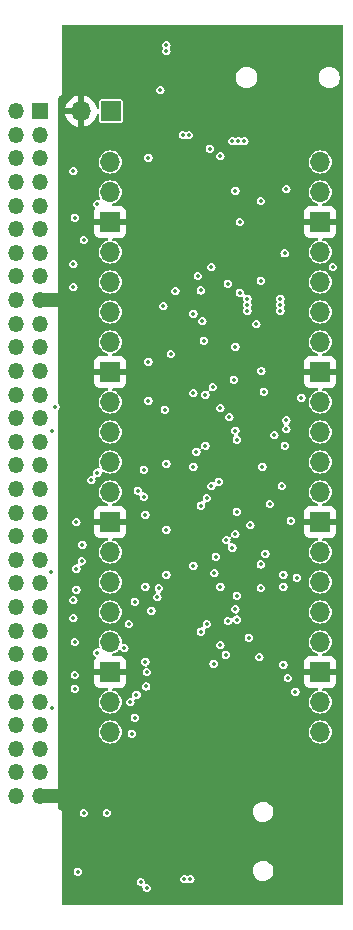
<source format=gbr>
%TF.GenerationSoftware,KiCad,Pcbnew,7.0.5-0*%
%TF.CreationDate,2023-06-15T10:43:23-05:00*%
%TF.ProjectId,PicoGUS,5069636f-4755-4532-9e6b-696361645f70,rev?*%
%TF.SameCoordinates,Original*%
%TF.FileFunction,Copper,L3,Inr*%
%TF.FilePolarity,Positive*%
%FSLAX46Y46*%
G04 Gerber Fmt 4.6, Leading zero omitted, Abs format (unit mm)*
G04 Created by KiCad (PCBNEW 7.0.5-0) date 2023-06-15 10:43:23*
%MOMM*%
%LPD*%
G01*
G04 APERTURE LIST*
%TA.AperFunction,ComponentPad*%
%ADD10R,1.700000X1.700000*%
%TD*%
%TA.AperFunction,ComponentPad*%
%ADD11O,1.700000X1.700000*%
%TD*%
%TA.AperFunction,ComponentPad*%
%ADD12R,1.350000X1.350000*%
%TD*%
%TA.AperFunction,ComponentPad*%
%ADD13O,1.350000X1.350000*%
%TD*%
%TA.AperFunction,ViaPad*%
%ADD14C,0.350000*%
%TD*%
%TA.AperFunction,Conductor*%
%ADD15C,0.400000*%
%TD*%
%TA.AperFunction,Conductor*%
%ADD16C,1.200000*%
%TD*%
G04 APERTURE END LIST*
D10*
%TO.N,UART_TX*%
%TO.C,J6*%
X125354000Y-66040000D03*
D11*
%TO.N,GND*%
X122814000Y-66040000D03*
%TD*%
D12*
%TO.N,RESET*%
%TO.C,J3*%
X119348000Y-66040000D03*
D13*
%TO.N,D7*%
X117348000Y-66040000D03*
%TO.N,+5V*%
X119348000Y-68040000D03*
%TO.N,D6*%
X117348000Y-68040000D03*
%TO.N,IRQ2*%
X119348000Y-70040000D03*
%TO.N,D5*%
X117348000Y-70040000D03*
%TO.N,unconnected-(J3--5V-Pad7)*%
X119348000Y-72040000D03*
%TO.N,D4*%
X117348000Y-72040000D03*
%TO.N,unconnected-(J3-DRQ2-Pad9)*%
X119348000Y-74040000D03*
%TO.N,D3*%
X117348000Y-74040000D03*
%TO.N,unconnected-(J3--12V-Pad11)*%
X119348000Y-76040000D03*
%TO.N,D2*%
X117348000Y-76040000D03*
%TO.N,unconnected-(J3-UNUSED-Pad13)*%
X119348000Y-78040000D03*
%TO.N,D1*%
X117348000Y-78040000D03*
%TO.N,unconnected-(J3-+12V-Pad15)*%
X119348000Y-80040000D03*
%TO.N,D0*%
X117348000Y-80040000D03*
%TO.N,GND*%
X119348000Y-82040000D03*
%TO.N,I{slash}OCHRDY*%
X117348000Y-82040000D03*
%TO.N,unconnected-(J3-~{SMEMW}-Pad19)*%
X119348000Y-84040000D03*
%TO.N,AEN*%
X117348000Y-84040000D03*
%TO.N,unconnected-(J3-~{SMEMR}-Pad21)*%
X119348000Y-86040000D03*
%TO.N,unconnected-(J3-BA19-Pad22)*%
X117348000Y-86040000D03*
%TO.N,~{IOW}*%
X119348000Y-88040000D03*
%TO.N,unconnected-(J3-BA18-Pad24)*%
X117348000Y-88040000D03*
%TO.N,~{IOR}*%
X119348000Y-90040000D03*
%TO.N,unconnected-(J3-BA17-Pad26)*%
X117348000Y-90040000D03*
%TO.N,DACK3*%
X119348000Y-92040000D03*
%TO.N,unconnected-(J3-BA16-Pad28)*%
X117348000Y-92040000D03*
%TO.N,DRQ3*%
X119348000Y-94040000D03*
%TO.N,unconnected-(J3-BA15-Pad30)*%
X117348000Y-94040000D03*
%TO.N,DACK*%
X119348000Y-96040000D03*
%TO.N,unconnected-(J3-BA14-Pad32)*%
X117348000Y-96040000D03*
%TO.N,DRQ*%
X119348000Y-98040000D03*
%TO.N,unconnected-(J3-BA13-Pad34)*%
X117348000Y-98040000D03*
%TO.N,unconnected-(J3-~{DACK0}-Pad35)*%
X119348000Y-100040000D03*
%TO.N,unconnected-(J3-BA12-Pad36)*%
X117348000Y-100040000D03*
%TO.N,unconnected-(J3-CLK-Pad37)*%
X119348000Y-102040000D03*
%TO.N,unconnected-(J3-BA11-Pad38)*%
X117348000Y-102040000D03*
%TO.N,IRQ7*%
X119348000Y-104040000D03*
%TO.N,unconnected-(J3-BA10-Pad40)*%
X117348000Y-104040000D03*
%TO.N,unconnected-(J3-IRQ6-Pad41)*%
X119348000Y-106040000D03*
%TO.N,A9*%
X117348000Y-106040000D03*
%TO.N,IRQ*%
X119348000Y-108040000D03*
%TO.N,A8*%
X117348000Y-108040000D03*
%TO.N,IRQ4*%
X119348000Y-110040000D03*
%TO.N,A7*%
X117348000Y-110040000D03*
%TO.N,IRQ3*%
X119348000Y-112040000D03*
%TO.N,A6*%
X117348000Y-112040000D03*
%TO.N,unconnected-(J3-~{DACK2}-Pad49)*%
X119348000Y-114040000D03*
%TO.N,A5*%
X117348000Y-114040000D03*
%TO.N,TC*%
X119348000Y-116040000D03*
%TO.N,A4*%
X117348000Y-116040000D03*
%TO.N,unconnected-(J3-ALE-Pad53)*%
X119348000Y-118040000D03*
%TO.N,A3*%
X117348000Y-118040000D03*
%TO.N,+5V*%
X119348000Y-120040000D03*
%TO.N,A2*%
X117348000Y-120040000D03*
%TO.N,unconnected-(J3-OSC-Pad57)*%
X119348000Y-122040000D03*
%TO.N,A1*%
X117348000Y-122040000D03*
%TO.N,GND*%
X119348000Y-124040000D03*
%TO.N,A0*%
X117348000Y-124040000D03*
%TD*%
D11*
%TO.N,SPI_RX*%
%TO.C,U1*%
X125290500Y-70358000D03*
%TO.N,~{SPI_CS}*%
X125290500Y-72898000D03*
D10*
%TO.N,GND*%
X125290500Y-75438000D03*
D11*
%TO.N,SPI_SCK*%
X125290500Y-77978000D03*
%TO.N,SPI_TX*%
X125290500Y-80518000D03*
%TO.N,~{RIOW}*%
X125290500Y-83058000D03*
%TO.N,~{RIOR}*%
X125290500Y-85598000D03*
D10*
%TO.N,GND*%
X125290500Y-88138000D03*
D11*
%TO.N,AD0*%
X125290500Y-90678000D03*
%TO.N,AD1*%
X125290500Y-93218000D03*
%TO.N,AD2*%
X125290500Y-95758000D03*
%TO.N,AD3*%
X125290500Y-98298000D03*
D10*
%TO.N,GND*%
X125290500Y-100838000D03*
D11*
%TO.N,AD4*%
X125290500Y-103378000D03*
%TO.N,AD5*%
X125290500Y-105918000D03*
%TO.N,AD6*%
X125290500Y-108458000D03*
%TO.N,AD7*%
X125290500Y-110998000D03*
D10*
%TO.N,GND*%
X125290500Y-113538000D03*
D11*
%TO.N,RA8*%
X125290500Y-116078000D03*
%TO.N,RA9*%
X125290500Y-118618000D03*
%TO.N,DIN*%
X143070500Y-118618000D03*
%TO.N,BCK*%
X143070500Y-116078000D03*
D10*
%TO.N,GND*%
X143070500Y-113538000D03*
D11*
%TO.N,LRCK*%
X143070500Y-110998000D03*
%TO.N,~{RDACK}*%
X143070500Y-108458000D03*
%TO.N,RTC*%
X143070500Y-105918000D03*
%TO.N,RIRQ*%
X143070500Y-103378000D03*
D10*
%TO.N,GND*%
X143070500Y-100838000D03*
D11*
%TO.N,RDRQ*%
X143070500Y-98298000D03*
%TO.N,RUN*%
X143070500Y-95758000D03*
%TO.N,~{RI{slash}OCHRDY}*%
X143070500Y-93218000D03*
%TO.N,ADS*%
X143070500Y-90678000D03*
D10*
%TO.N,GND*%
X143070500Y-88138000D03*
D11*
%TO.N,UART_TX*%
X143070500Y-85598000D03*
%TO.N,unconnected-(U1-ADC_VREF-Pad35)*%
X143070500Y-83058000D03*
%TO.N,+3V3*%
X143070500Y-80518000D03*
%TO.N,unconnected-(U1-3V3_EN-Pad37)*%
X143070500Y-77978000D03*
D10*
%TO.N,GND*%
X143070500Y-75438000D03*
D11*
%TO.N,/VSYS*%
X143070500Y-72898000D03*
%TO.N,unconnected-(U1-VBUS-Pad40)*%
X143070500Y-70358000D03*
%TD*%
D14*
%TO.N,A0*%
X130048000Y-105283000D03*
%TO.N,A1*%
X129286000Y-107188000D03*
%TO.N,A2*%
X134620000Y-111252000D03*
X134620000Y-106299000D03*
X126492000Y-111506000D03*
%TO.N,A3*%
X135255000Y-109220000D03*
X124206000Y-111887000D03*
X135074000Y-112068000D03*
%TO.N,A4*%
X128143000Y-96393000D03*
X122301000Y-114935000D03*
%TO.N,A5*%
X128270000Y-112649000D03*
X128143000Y-98679000D03*
%TO.N,A6*%
X134493000Y-97409000D03*
X134239000Y-103759000D03*
X122301000Y-110998000D03*
X122882000Y-104140000D03*
%TO.N,A7*%
X132969000Y-99441000D03*
X132969000Y-110109000D03*
%TO.N,A8*%
X122174000Y-107442000D03*
X126873000Y-109474000D03*
X122174000Y-108966000D03*
X127000000Y-116078000D03*
%TO.N,A9*%
X120396000Y-116586000D03*
X127127000Y-118745000D03*
X127381000Y-117400000D03*
X120269000Y-105029000D03*
%TO.N,D0*%
X122174000Y-80942000D03*
X122428000Y-104775000D03*
%TO.N,D1*%
X122428000Y-106553000D03*
X122174000Y-78994000D03*
%TO.N,D2*%
X122936000Y-102743000D03*
X138049000Y-106426000D03*
X138430000Y-103505000D03*
X123063000Y-76962000D03*
%TO.N,D3*%
X135890000Y-108204000D03*
X135636000Y-102997000D03*
X122301000Y-75057000D03*
X122428000Y-100838000D03*
%TO.N,D4*%
X124206000Y-96647000D03*
X124206000Y-73914000D03*
%TO.N,D5*%
X123698000Y-97282000D03*
X122174000Y-71120000D03*
%TO.N,D6*%
X133858000Y-97790000D03*
X120396000Y-93091000D03*
X133350000Y-94361000D03*
%TO.N,D7*%
X136017000Y-99949000D03*
X136017000Y-93853000D03*
X120650000Y-91059000D03*
%TO.N,GND*%
X127635000Y-66040000D03*
X140081000Y-96139000D03*
X129409000Y-130048000D03*
X135255000Y-123825000D03*
X121920000Y-129159000D03*
X129286000Y-83820000D03*
X136906000Y-80518000D03*
X137795000Y-74549000D03*
X130806000Y-123571000D03*
X144653000Y-60960000D03*
X140589000Y-76581000D03*
X133096000Y-76962000D03*
X136017000Y-111760000D03*
X130175000Y-69723000D03*
X123059000Y-121285000D03*
X136906000Y-85979000D03*
X131318000Y-101219000D03*
X124333000Y-129159000D03*
X140225500Y-88011000D03*
X134620000Y-71882000D03*
X142621000Y-60960000D03*
X133223000Y-124841000D03*
X123694000Y-125476000D03*
X142621000Y-59563000D03*
X132842000Y-86614000D03*
X139700000Y-84963000D03*
X138049000Y-118745000D03*
X136906000Y-84963000D03*
X139700000Y-85471000D03*
X132334000Y-114808000D03*
X131836000Y-74549000D03*
X132334000Y-118745000D03*
X139700000Y-85979000D03*
X135255000Y-124841000D03*
X136906000Y-85471000D03*
X138049000Y-117475000D03*
X128520000Y-129159000D03*
X144653000Y-59563000D03*
X140716000Y-74676000D03*
X135255000Y-78613000D03*
X139446000Y-103886000D03*
X133223000Y-123825000D03*
X125853000Y-125476000D03*
X127508000Y-131826000D03*
X129540000Y-66040000D03*
X128647000Y-125476000D03*
X132334000Y-109093000D03*
X127381000Y-70612000D03*
X140208000Y-91059000D03*
X132207000Y-91948000D03*
%TO.N,~{IOW}*%
X128524000Y-87249000D03*
X128524000Y-90551000D03*
%TO.N,+3V3*%
X133858000Y-79248000D03*
X122555000Y-130429000D03*
X139700000Y-81915000D03*
X137922000Y-112268000D03*
X128524000Y-69977000D03*
X132076000Y-131064000D03*
X136906000Y-82931000D03*
X136906000Y-82423000D03*
X128397000Y-131826000D03*
X138176000Y-96139000D03*
X131568000Y-131064000D03*
X123059000Y-125476000D03*
X140208000Y-92202000D03*
X130048000Y-60960000D03*
X125009000Y-125476000D03*
X138811000Y-99314000D03*
X127885000Y-131318000D03*
X140053000Y-78077000D03*
X134620000Y-69850000D03*
X138049000Y-104422000D03*
X140208000Y-72644000D03*
X130048000Y-60452000D03*
X138086000Y-88048000D03*
X139700000Y-82423000D03*
X139700000Y-82931000D03*
X136906000Y-81915000D03*
%TO.N,I{slash}OCHRDY*%
X138049000Y-80391000D03*
X137668000Y-84074000D03*
%TO.N,+5V*%
X136652000Y-68580000D03*
X131953000Y-68072000D03*
X136144000Y-68580000D03*
X131445000Y-68072000D03*
X135636000Y-68580000D03*
%TO.N,~{RIOR}*%
X133096000Y-83820000D03*
X133223000Y-85471000D03*
%TO.N,RESET*%
X134620000Y-91186000D03*
X133731000Y-69215000D03*
%TO.N,TC*%
X128333500Y-114744500D03*
X128397000Y-113538000D03*
%TO.N,BUSOE*%
X130810000Y-81280000D03*
X130429000Y-86614000D03*
X132969000Y-81220000D03*
%TO.N,RIRQ*%
X141097000Y-105537000D03*
X140970000Y-115189000D03*
%TO.N,~{RDACK}*%
X141478000Y-90297000D03*
%TO.N,RDRQ*%
X140589000Y-100711000D03*
X140335000Y-114046000D03*
%TO.N,RTC*%
X139954000Y-112903000D03*
X139954000Y-106299000D03*
%TO.N,IRQ*%
X127515000Y-115450000D03*
X127381000Y-107569000D03*
%TO.N,DACK*%
X133350000Y-90043000D03*
X132588000Y-94869000D03*
X138049000Y-73660000D03*
X138303000Y-89789000D03*
%TO.N,DRQ*%
X122301000Y-113792000D03*
%TO.N,AEN*%
X135890000Y-85979000D03*
X135890000Y-72771000D03*
%TO.N,ADS*%
X140081000Y-94361000D03*
X140208000Y-92964000D03*
X132334000Y-104521000D03*
X132334000Y-96139000D03*
%TO.N,~{BUSOE}*%
X134112000Y-105156000D03*
X139827000Y-97788000D03*
X135763000Y-88773000D03*
X135890000Y-93091000D03*
X134048500Y-112839500D03*
X139192000Y-93472000D03*
X139954000Y-105283000D03*
%TO.N,RUN*%
X135382000Y-91948000D03*
X135255000Y-80645000D03*
%TO.N,AD7*%
X137160000Y-101092000D03*
X137033000Y-110617000D03*
%TO.N,AD6*%
X133477000Y-109474000D03*
X133477000Y-98806000D03*
%TO.N,AD5*%
X128270000Y-100203000D03*
X128270000Y-106299000D03*
%TO.N,AD4*%
X127635000Y-98171000D03*
%TO.N,AD3*%
X135128000Y-102362000D03*
X136017000Y-109093000D03*
%TO.N,AD2*%
X130048000Y-101473000D03*
X136017000Y-107061000D03*
X135890000Y-101854000D03*
X130048000Y-95885000D03*
%TO.N,AD1*%
X128778000Y-108331000D03*
%TO.N,AD0*%
X129413000Y-106426000D03*
%TO.N,UART_TX*%
X129540000Y-64262000D03*
%TO.N,Net-(U5-Pad4)*%
X132334000Y-89916000D03*
X132334000Y-83185000D03*
%TO.N,Net-(U5-Pad6)*%
X129921000Y-91313000D03*
X129794000Y-82550000D03*
%TO.N,Net-(U6-Pad10)*%
X136271000Y-75438000D03*
X136271000Y-81407000D03*
%TO.N,Net-(U5-Pad12)*%
X132715000Y-80010000D03*
X133985000Y-89408000D03*
%TO.N,~{RI{slash}OCHRDY}*%
X144145000Y-79248000D03*
%TD*%
D15*
%TO.N,GND*%
X121410000Y-82040000D02*
X121412000Y-82042000D01*
D16*
X119348000Y-124040000D02*
X121070000Y-124040000D01*
X119348000Y-82040000D02*
X121158000Y-82040000D01*
D15*
X121070000Y-124040000D02*
X121158000Y-123952000D01*
%TD*%
%TA.AperFunction,Conductor*%
%TO.N,GND*%
G36*
X144930539Y-58740185D02*
G01*
X144976294Y-58792989D01*
X144987500Y-58844500D01*
X144987500Y-133179500D01*
X144967815Y-133246539D01*
X144915011Y-133292294D01*
X144863500Y-133303500D01*
X121328500Y-133303500D01*
X121261461Y-133283815D01*
X121215706Y-133231011D01*
X121204500Y-133179500D01*
X121204500Y-131318002D01*
X127526081Y-131318002D01*
X127543646Y-131428909D01*
X127594626Y-131528965D01*
X127674034Y-131608373D01*
X127774090Y-131659353D01*
X127846277Y-131670785D01*
X127885000Y-131676919D01*
X127897668Y-131674912D01*
X127966959Y-131683865D01*
X128020412Y-131728859D01*
X128041054Y-131795610D01*
X128039541Y-131816780D01*
X128038081Y-131825999D01*
X128038081Y-131826002D01*
X128055646Y-131936909D01*
X128106626Y-132036965D01*
X128186034Y-132116373D01*
X128286090Y-132167353D01*
X128396998Y-132184919D01*
X128397000Y-132184919D01*
X128397002Y-132184919D01*
X128507909Y-132167353D01*
X128507910Y-132167352D01*
X128507912Y-132167352D01*
X128607967Y-132116372D01*
X128687372Y-132036967D01*
X128738352Y-131936912D01*
X128738352Y-131936910D01*
X128738353Y-131936909D01*
X128755919Y-131826002D01*
X128755919Y-131825997D01*
X128738353Y-131715090D01*
X128687373Y-131615034D01*
X128607965Y-131535626D01*
X128507909Y-131484646D01*
X128397002Y-131467081D01*
X128397001Y-131467081D01*
X128397000Y-131467081D01*
X128384328Y-131469088D01*
X128315034Y-131460132D01*
X128261583Y-131415134D01*
X128240945Y-131348382D01*
X128242458Y-131327222D01*
X128243919Y-131318000D01*
X128237103Y-131274965D01*
X128226353Y-131207090D01*
X128175373Y-131107034D01*
X128132341Y-131064002D01*
X131209081Y-131064002D01*
X131226646Y-131174909D01*
X131277626Y-131274965D01*
X131357034Y-131354373D01*
X131457090Y-131405353D01*
X131567998Y-131422919D01*
X131568000Y-131422919D01*
X131568002Y-131422919D01*
X131678907Y-131405353D01*
X131678907Y-131405352D01*
X131678912Y-131405352D01*
X131765709Y-131361126D01*
X131834373Y-131348232D01*
X131878293Y-131361128D01*
X131965090Y-131405353D01*
X132075998Y-131422919D01*
X132076000Y-131422919D01*
X132076002Y-131422919D01*
X132186909Y-131405353D01*
X132186910Y-131405352D01*
X132186912Y-131405352D01*
X132286967Y-131354372D01*
X132366372Y-131274967D01*
X132417352Y-131174912D01*
X132417352Y-131174910D01*
X132417353Y-131174909D01*
X132434919Y-131064002D01*
X132434919Y-131063997D01*
X132417353Y-130953090D01*
X132366373Y-130853034D01*
X132286965Y-130773626D01*
X132186909Y-130722646D01*
X132076002Y-130705081D01*
X132075998Y-130705081D01*
X131965091Y-130722646D01*
X131878293Y-130766871D01*
X131809623Y-130779766D01*
X131765707Y-130766871D01*
X131678908Y-130722646D01*
X131568002Y-130705081D01*
X131567998Y-130705081D01*
X131457090Y-130722646D01*
X131357034Y-130773626D01*
X131277626Y-130853034D01*
X131226646Y-130953090D01*
X131209081Y-131063997D01*
X131209081Y-131064002D01*
X128132341Y-131064002D01*
X128095965Y-131027626D01*
X127995909Y-130976646D01*
X127885002Y-130959081D01*
X127884998Y-130959081D01*
X127774090Y-130976646D01*
X127674034Y-131027626D01*
X127594626Y-131107034D01*
X127543646Y-131207090D01*
X127526081Y-131317997D01*
X127526081Y-131318002D01*
X121204500Y-131318002D01*
X121204500Y-130429002D01*
X122196081Y-130429002D01*
X122213646Y-130539909D01*
X122264626Y-130639965D01*
X122344034Y-130719373D01*
X122444090Y-130770353D01*
X122554998Y-130787919D01*
X122555000Y-130787919D01*
X122555002Y-130787919D01*
X122665909Y-130770353D01*
X122665910Y-130770352D01*
X122665912Y-130770352D01*
X122765967Y-130719372D01*
X122845372Y-130639967D01*
X122896352Y-130539912D01*
X122896352Y-130539910D01*
X122896353Y-130539909D01*
X122913919Y-130429002D01*
X122913919Y-130428997D01*
X122900214Y-130342467D01*
X137386722Y-130342467D01*
X137396784Y-130528057D01*
X137396784Y-130528062D01*
X137446505Y-130707143D01*
X137446509Y-130707151D01*
X137533569Y-130871363D01*
X137653894Y-131013020D01*
X137653895Y-131013021D01*
X137801861Y-131125502D01*
X137801862Y-131125502D01*
X137801863Y-131125503D01*
X137970543Y-131203543D01*
X137970551Y-131203546D01*
X138025620Y-131215667D01*
X138152067Y-131243500D01*
X138152070Y-131243500D01*
X138291327Y-131243500D01*
X138291332Y-131243500D01*
X138429775Y-131228443D01*
X138605911Y-131169096D01*
X138765171Y-131073273D01*
X138900108Y-130945454D01*
X139004413Y-130791615D01*
X139033197Y-130719373D01*
X139073208Y-130618955D01*
X139073209Y-130618951D01*
X139103278Y-130435535D01*
X139093216Y-130249942D01*
X139067980Y-130159049D01*
X139043494Y-130070856D01*
X139043490Y-130070848D01*
X138956430Y-129906636D01*
X138836105Y-129764979D01*
X138836105Y-129764978D01*
X138688139Y-129652498D01*
X138688137Y-129652497D01*
X138688136Y-129652496D01*
X138519456Y-129574456D01*
X138519448Y-129574453D01*
X138337933Y-129534500D01*
X138198668Y-129534500D01*
X138198666Y-129534500D01*
X138060226Y-129549556D01*
X138060223Y-129549557D01*
X137884083Y-129608906D01*
X137724827Y-129704728D01*
X137724826Y-129704729D01*
X137589890Y-129832546D01*
X137485585Y-129986387D01*
X137485584Y-129986389D01*
X137416791Y-130159044D01*
X137407121Y-130218033D01*
X137390719Y-130318088D01*
X137386722Y-130342467D01*
X122900214Y-130342467D01*
X122896353Y-130318090D01*
X122845373Y-130218034D01*
X122765965Y-130138626D01*
X122665909Y-130087646D01*
X122555002Y-130070081D01*
X122554998Y-130070081D01*
X122444090Y-130087646D01*
X122344034Y-130138626D01*
X122264626Y-130218034D01*
X122213646Y-130318090D01*
X122196081Y-130428997D01*
X122196081Y-130429002D01*
X121204500Y-130429002D01*
X121204500Y-129534500D01*
X121204500Y-125535208D01*
X121207561Y-125513269D01*
X121208401Y-125504207D01*
X121205788Y-125476002D01*
X122700081Y-125476002D01*
X122717646Y-125586909D01*
X122768626Y-125686965D01*
X122848034Y-125766373D01*
X122948090Y-125817353D01*
X123058998Y-125834919D01*
X123059000Y-125834919D01*
X123059002Y-125834919D01*
X123169909Y-125817353D01*
X123169910Y-125817352D01*
X123169912Y-125817352D01*
X123269967Y-125766372D01*
X123349372Y-125686967D01*
X123400352Y-125586912D01*
X123400352Y-125586910D01*
X123400353Y-125586909D01*
X123417919Y-125476002D01*
X124650081Y-125476002D01*
X124667646Y-125586909D01*
X124718626Y-125686965D01*
X124798034Y-125766373D01*
X124898090Y-125817353D01*
X125008998Y-125834919D01*
X125009000Y-125834919D01*
X125009002Y-125834919D01*
X125119909Y-125817353D01*
X125119910Y-125817352D01*
X125119912Y-125817352D01*
X125219967Y-125766372D01*
X125299372Y-125686967D01*
X125350352Y-125586912D01*
X125350352Y-125586910D01*
X125350353Y-125586909D01*
X125367919Y-125476002D01*
X125367919Y-125475997D01*
X125350353Y-125365090D01*
X125338826Y-125342467D01*
X137386722Y-125342467D01*
X137391768Y-125435532D01*
X137393961Y-125475997D01*
X137396784Y-125528057D01*
X137396784Y-125528062D01*
X137446505Y-125707143D01*
X137446509Y-125707151D01*
X137533569Y-125871363D01*
X137596502Y-125945453D01*
X137653895Y-126013021D01*
X137801861Y-126125502D01*
X137801862Y-126125502D01*
X137801863Y-126125503D01*
X137970543Y-126203543D01*
X137970551Y-126203546D01*
X138025620Y-126215667D01*
X138152067Y-126243500D01*
X138152070Y-126243500D01*
X138291327Y-126243500D01*
X138291332Y-126243500D01*
X138429775Y-126228443D01*
X138605911Y-126169096D01*
X138765171Y-126073273D01*
X138900108Y-125945454D01*
X139004413Y-125791615D01*
X139048107Y-125681952D01*
X139073208Y-125618955D01*
X139078461Y-125586912D01*
X139103278Y-125435535D01*
X139093216Y-125249942D01*
X139093215Y-125249937D01*
X139043494Y-125070856D01*
X139043490Y-125070848D01*
X138956430Y-124906636D01*
X138836105Y-124764979D01*
X138836105Y-124764978D01*
X138688139Y-124652498D01*
X138688137Y-124652497D01*
X138688136Y-124652496D01*
X138519456Y-124574456D01*
X138519448Y-124574453D01*
X138337933Y-124534500D01*
X138198668Y-124534500D01*
X138198666Y-124534500D01*
X138060226Y-124549556D01*
X138060223Y-124549557D01*
X137884083Y-124608906D01*
X137724827Y-124704728D01*
X137724826Y-124704729D01*
X137589890Y-124832546D01*
X137485585Y-124986387D01*
X137485584Y-124986389D01*
X137416791Y-125159044D01*
X137402771Y-125244569D01*
X137388429Y-125332056D01*
X137386722Y-125342467D01*
X125338826Y-125342467D01*
X125299373Y-125265034D01*
X125219965Y-125185626D01*
X125119909Y-125134646D01*
X125009002Y-125117081D01*
X125008998Y-125117081D01*
X124898090Y-125134646D01*
X124798034Y-125185626D01*
X124718626Y-125265034D01*
X124667646Y-125365090D01*
X124650081Y-125475997D01*
X124650081Y-125476002D01*
X123417919Y-125476002D01*
X123417919Y-125475997D01*
X123400353Y-125365090D01*
X123349373Y-125265034D01*
X123269965Y-125185626D01*
X123169909Y-125134646D01*
X123059002Y-125117081D01*
X123058998Y-125117081D01*
X122948090Y-125134646D01*
X122848034Y-125185626D01*
X122768626Y-125265034D01*
X122717646Y-125365090D01*
X122700081Y-125475997D01*
X122700081Y-125476002D01*
X121205788Y-125476002D01*
X121204765Y-125464964D01*
X121204500Y-125459241D01*
X121204500Y-125448156D01*
X121202463Y-125437262D01*
X121201671Y-125431585D01*
X121198035Y-125392339D01*
X121195548Y-125383599D01*
X121192350Y-125374059D01*
X121189061Y-125365570D01*
X121189061Y-125365567D01*
X121189059Y-125365564D01*
X121189058Y-125365561D01*
X121168312Y-125332056D01*
X121165530Y-125327064D01*
X121147958Y-125291772D01*
X121147956Y-125291770D01*
X121147955Y-125291768D01*
X121142475Y-125284511D01*
X121136061Y-125276786D01*
X121129916Y-125270045D01*
X121098463Y-125246294D01*
X121094054Y-125242632D01*
X121064933Y-125216084D01*
X121064931Y-125216083D01*
X121064929Y-125216081D01*
X121057232Y-125211315D01*
X121048390Y-125206390D01*
X121040265Y-125202344D01*
X121002366Y-125191561D01*
X120996937Y-125189741D01*
X120983213Y-125184425D01*
X120927809Y-125141856D01*
X120904215Y-125076090D01*
X120904000Y-125068796D01*
X120904000Y-118617999D01*
X124308270Y-118617999D01*
X124327143Y-118809626D01*
X124383038Y-118993884D01*
X124473802Y-119163692D01*
X124473806Y-119163699D01*
X124595958Y-119312541D01*
X124744800Y-119434693D01*
X124744807Y-119434697D01*
X124914615Y-119525461D01*
X124914617Y-119525462D01*
X125098876Y-119581357D01*
X125290500Y-119600230D01*
X125482124Y-119581357D01*
X125666383Y-119525462D01*
X125836198Y-119434694D01*
X125985041Y-119312541D01*
X126107194Y-119163698D01*
X126197962Y-118993883D01*
X126253857Y-118809624D01*
X126260222Y-118745002D01*
X126768081Y-118745002D01*
X126785646Y-118855909D01*
X126836626Y-118955965D01*
X126916034Y-119035373D01*
X127016090Y-119086353D01*
X127126998Y-119103919D01*
X127127000Y-119103919D01*
X127127002Y-119103919D01*
X127237909Y-119086353D01*
X127237910Y-119086352D01*
X127237912Y-119086352D01*
X127337967Y-119035372D01*
X127417372Y-118955967D01*
X127468352Y-118855912D01*
X127468352Y-118855910D01*
X127468353Y-118855909D01*
X127485919Y-118745002D01*
X127485919Y-118744997D01*
X127468353Y-118634090D01*
X127460155Y-118618000D01*
X142088270Y-118618000D01*
X142107143Y-118809626D01*
X142163038Y-118993884D01*
X142253802Y-119163692D01*
X142253806Y-119163699D01*
X142375958Y-119312541D01*
X142524800Y-119434693D01*
X142524807Y-119434697D01*
X142694615Y-119525461D01*
X142694617Y-119525462D01*
X142878876Y-119581357D01*
X143070500Y-119600230D01*
X143262124Y-119581357D01*
X143446383Y-119525462D01*
X143616198Y-119434694D01*
X143765041Y-119312541D01*
X143887194Y-119163698D01*
X143977962Y-118993883D01*
X144033857Y-118809624D01*
X144052730Y-118618000D01*
X144033857Y-118426376D01*
X143977962Y-118242117D01*
X143887194Y-118072302D01*
X143887193Y-118072300D01*
X143765041Y-117923458D01*
X143616199Y-117801306D01*
X143616192Y-117801302D01*
X143446384Y-117710538D01*
X143262126Y-117654643D01*
X143070500Y-117635770D01*
X142878873Y-117654643D01*
X142694615Y-117710538D01*
X142524807Y-117801302D01*
X142524800Y-117801306D01*
X142375958Y-117923458D01*
X142253806Y-118072300D01*
X142253802Y-118072307D01*
X142163038Y-118242115D01*
X142107143Y-118426373D01*
X142088270Y-118618000D01*
X127460155Y-118618000D01*
X127417373Y-118534034D01*
X127337965Y-118454626D01*
X127237909Y-118403646D01*
X127127002Y-118386081D01*
X127126998Y-118386081D01*
X127016090Y-118403646D01*
X126916034Y-118454626D01*
X126836626Y-118534034D01*
X126785646Y-118634090D01*
X126768081Y-118744997D01*
X126768081Y-118745002D01*
X126260222Y-118745002D01*
X126272730Y-118618000D01*
X126253857Y-118426376D01*
X126197962Y-118242117D01*
X126107194Y-118072302D01*
X126107193Y-118072300D01*
X125985041Y-117923458D01*
X125836199Y-117801306D01*
X125836192Y-117801302D01*
X125666384Y-117710538D01*
X125482126Y-117654643D01*
X125290500Y-117635770D01*
X125098873Y-117654643D01*
X124914615Y-117710538D01*
X124744807Y-117801302D01*
X124744800Y-117801306D01*
X124595958Y-117923458D01*
X124473806Y-118072300D01*
X124473802Y-118072307D01*
X124383038Y-118242115D01*
X124327143Y-118426373D01*
X124308270Y-118617999D01*
X120904000Y-118617999D01*
X120904000Y-117400002D01*
X127022081Y-117400002D01*
X127039646Y-117510909D01*
X127090626Y-117610965D01*
X127170034Y-117690373D01*
X127270090Y-117741353D01*
X127380998Y-117758919D01*
X127381000Y-117758919D01*
X127381002Y-117758919D01*
X127491909Y-117741353D01*
X127491910Y-117741352D01*
X127491912Y-117741352D01*
X127591967Y-117690372D01*
X127671372Y-117610967D01*
X127722352Y-117510912D01*
X127722352Y-117510910D01*
X127722353Y-117510909D01*
X127739919Y-117400002D01*
X127739919Y-117399997D01*
X127722353Y-117289090D01*
X127671373Y-117189034D01*
X127591965Y-117109626D01*
X127491909Y-117058646D01*
X127381002Y-117041081D01*
X127380998Y-117041081D01*
X127270090Y-117058646D01*
X127170034Y-117109626D01*
X127090626Y-117189034D01*
X127039646Y-117289090D01*
X127022081Y-117399997D01*
X127022081Y-117400002D01*
X120904000Y-117400002D01*
X120904000Y-114935002D01*
X121942081Y-114935002D01*
X121959646Y-115045909D01*
X122010626Y-115145965D01*
X122090034Y-115225373D01*
X122190090Y-115276353D01*
X122300998Y-115293919D01*
X122301000Y-115293919D01*
X122301002Y-115293919D01*
X122411909Y-115276353D01*
X122411910Y-115276352D01*
X122411912Y-115276352D01*
X122511967Y-115225372D01*
X122591372Y-115145967D01*
X122642352Y-115045912D01*
X122642352Y-115045910D01*
X122642353Y-115045909D01*
X122659919Y-114935002D01*
X122659919Y-114934997D01*
X122642353Y-114824090D01*
X122591373Y-114724034D01*
X122511965Y-114644626D01*
X122411909Y-114593646D01*
X122301002Y-114576081D01*
X122300998Y-114576081D01*
X122190090Y-114593646D01*
X122090034Y-114644626D01*
X122010626Y-114724034D01*
X121959646Y-114824090D01*
X121942081Y-114934997D01*
X121942081Y-114935002D01*
X120904000Y-114935002D01*
X120904000Y-113792002D01*
X121942081Y-113792002D01*
X121959646Y-113902909D01*
X122010626Y-114002965D01*
X122090034Y-114082373D01*
X122190090Y-114133353D01*
X122300998Y-114150919D01*
X122301000Y-114150919D01*
X122301002Y-114150919D01*
X122411909Y-114133353D01*
X122411910Y-114133352D01*
X122411912Y-114133352D01*
X122511967Y-114082372D01*
X122591372Y-114002967D01*
X122642352Y-113902912D01*
X122642352Y-113902910D01*
X122642353Y-113902909D01*
X122659919Y-113792002D01*
X122659919Y-113791997D01*
X122642353Y-113681090D01*
X122591373Y-113581034D01*
X122511965Y-113501626D01*
X122411909Y-113450646D01*
X122301002Y-113433081D01*
X122300998Y-113433081D01*
X122190090Y-113450646D01*
X122090034Y-113501626D01*
X122010626Y-113581034D01*
X121959646Y-113681090D01*
X121942081Y-113791997D01*
X121942081Y-113792002D01*
X120904000Y-113792002D01*
X120904000Y-111887002D01*
X123847081Y-111887002D01*
X123864646Y-111997909D01*
X123915626Y-112097965D01*
X123995034Y-112177373D01*
X124010834Y-112185423D01*
X124061631Y-112233396D01*
X124078428Y-112301216D01*
X124055893Y-112367352D01*
X124053809Y-112370220D01*
X123997147Y-112445910D01*
X123997145Y-112445913D01*
X123946903Y-112580620D01*
X123946901Y-112580627D01*
X123940500Y-112640155D01*
X123940500Y-113288000D01*
X124844928Y-113288000D01*
X124821818Y-113323960D01*
X124780500Y-113464673D01*
X124780500Y-113611327D01*
X124821818Y-113752040D01*
X124844928Y-113788000D01*
X123940500Y-113788000D01*
X123940500Y-114435844D01*
X123946901Y-114495372D01*
X123946903Y-114495379D01*
X123997145Y-114630086D01*
X123997149Y-114630093D01*
X124083309Y-114745187D01*
X124083312Y-114745190D01*
X124198406Y-114831350D01*
X124198413Y-114831354D01*
X124333120Y-114881596D01*
X124333127Y-114881598D01*
X124392655Y-114887999D01*
X124392672Y-114888000D01*
X125010078Y-114888000D01*
X125077117Y-114907685D01*
X125122872Y-114960489D01*
X125132816Y-115029647D01*
X125103791Y-115093203D01*
X125046074Y-115130660D01*
X124914615Y-115170538D01*
X124744807Y-115261302D01*
X124744800Y-115261306D01*
X124595958Y-115383458D01*
X124473806Y-115532300D01*
X124473802Y-115532307D01*
X124383038Y-115702115D01*
X124327143Y-115886373D01*
X124308270Y-116077999D01*
X124327143Y-116269626D01*
X124383038Y-116453884D01*
X124473802Y-116623692D01*
X124473806Y-116623699D01*
X124595958Y-116772541D01*
X124744800Y-116894693D01*
X124744807Y-116894697D01*
X124838766Y-116944919D01*
X124914617Y-116985462D01*
X125098876Y-117041357D01*
X125290500Y-117060230D01*
X125482124Y-117041357D01*
X125666383Y-116985462D01*
X125836198Y-116894694D01*
X125985041Y-116772541D01*
X126107194Y-116623698D01*
X126197962Y-116453883D01*
X126253857Y-116269624D01*
X126272730Y-116078002D01*
X126641081Y-116078002D01*
X126658646Y-116188909D01*
X126709626Y-116288965D01*
X126789034Y-116368373D01*
X126889090Y-116419353D01*
X126999998Y-116436919D01*
X127000000Y-116436919D01*
X127000002Y-116436919D01*
X127110909Y-116419353D01*
X127110910Y-116419352D01*
X127110912Y-116419352D01*
X127210967Y-116368372D01*
X127290372Y-116288967D01*
X127341352Y-116188912D01*
X127341352Y-116188910D01*
X127341353Y-116188909D01*
X127358919Y-116078002D01*
X127358919Y-116077997D01*
X127341353Y-115967096D01*
X127341352Y-115967088D01*
X127341347Y-115967079D01*
X127340282Y-115963798D01*
X127340160Y-115959561D01*
X127339826Y-115957449D01*
X127340098Y-115957405D01*
X127338281Y-115893957D01*
X127374357Y-115834121D01*
X127437055Y-115803288D01*
X127477608Y-115802997D01*
X127514998Y-115808919D01*
X127515000Y-115808919D01*
X127515002Y-115808919D01*
X127625909Y-115791353D01*
X127625910Y-115791352D01*
X127625912Y-115791352D01*
X127725967Y-115740372D01*
X127805372Y-115660967D01*
X127856352Y-115560912D01*
X127856352Y-115560910D01*
X127856353Y-115560909D01*
X127873919Y-115450002D01*
X127873919Y-115449997D01*
X127856353Y-115339090D01*
X127805373Y-115239034D01*
X127755341Y-115189002D01*
X140611081Y-115189002D01*
X140628646Y-115299909D01*
X140679626Y-115399965D01*
X140759034Y-115479373D01*
X140859090Y-115530353D01*
X140969998Y-115547919D01*
X140970000Y-115547919D01*
X140970002Y-115547919D01*
X141080909Y-115530353D01*
X141080910Y-115530352D01*
X141080912Y-115530352D01*
X141180967Y-115479372D01*
X141260372Y-115399967D01*
X141311352Y-115299912D01*
X141311352Y-115299910D01*
X141311353Y-115299909D01*
X141328919Y-115189002D01*
X141328919Y-115188997D01*
X141311353Y-115078090D01*
X141260373Y-114978034D01*
X141180965Y-114898626D01*
X141080909Y-114847646D01*
X140970002Y-114830081D01*
X140969998Y-114830081D01*
X140859090Y-114847646D01*
X140759034Y-114898626D01*
X140679626Y-114978034D01*
X140628646Y-115078090D01*
X140611081Y-115188997D01*
X140611081Y-115189002D01*
X127755341Y-115189002D01*
X127725965Y-115159626D01*
X127625909Y-115108646D01*
X127515002Y-115091081D01*
X127514998Y-115091081D01*
X127404090Y-115108646D01*
X127304034Y-115159626D01*
X127224626Y-115239034D01*
X127173646Y-115339090D01*
X127156081Y-115449997D01*
X127156081Y-115450002D01*
X127173646Y-115560906D01*
X127174719Y-115564207D01*
X127174840Y-115568442D01*
X127175174Y-115570551D01*
X127174901Y-115570594D01*
X127176716Y-115634048D01*
X127140638Y-115693882D01*
X127077938Y-115724712D01*
X127037393Y-115725003D01*
X127008258Y-115720389D01*
X127000000Y-115719081D01*
X126999999Y-115719081D01*
X126999998Y-115719081D01*
X126889090Y-115736646D01*
X126789034Y-115787626D01*
X126709626Y-115867034D01*
X126658646Y-115967090D01*
X126641081Y-116077997D01*
X126641081Y-116078002D01*
X126272730Y-116078002D01*
X126272730Y-116078000D01*
X126253857Y-115886376D01*
X126197962Y-115702117D01*
X126175966Y-115660965D01*
X126107197Y-115532307D01*
X126107193Y-115532300D01*
X125985041Y-115383458D01*
X125836199Y-115261306D01*
X125836192Y-115261302D01*
X125666384Y-115170538D01*
X125534926Y-115130660D01*
X125476488Y-115092363D01*
X125448031Y-115028550D01*
X125458592Y-114959483D01*
X125504817Y-114907090D01*
X125570922Y-114888000D01*
X126188328Y-114888000D01*
X126188344Y-114887999D01*
X126247872Y-114881598D01*
X126247879Y-114881596D01*
X126382586Y-114831354D01*
X126382593Y-114831350D01*
X126497687Y-114745190D01*
X126497690Y-114745187D01*
X126498203Y-114744502D01*
X127974581Y-114744502D01*
X127992146Y-114855409D01*
X128043126Y-114955465D01*
X128122534Y-115034873D01*
X128222590Y-115085853D01*
X128333498Y-115103419D01*
X128333500Y-115103419D01*
X128333502Y-115103419D01*
X128444409Y-115085853D01*
X128444410Y-115085852D01*
X128444412Y-115085852D01*
X128544467Y-115034872D01*
X128623872Y-114955467D01*
X128674852Y-114855412D01*
X128674852Y-114855410D01*
X128674853Y-114855409D01*
X128692419Y-114744502D01*
X128692419Y-114744497D01*
X128674853Y-114633590D01*
X128623873Y-114533534D01*
X128544465Y-114454126D01*
X128508584Y-114435844D01*
X141720500Y-114435844D01*
X141726901Y-114495372D01*
X141726903Y-114495379D01*
X141777145Y-114630086D01*
X141777149Y-114630093D01*
X141863309Y-114745187D01*
X141863312Y-114745190D01*
X141978406Y-114831350D01*
X141978413Y-114831354D01*
X142113120Y-114881596D01*
X142113127Y-114881598D01*
X142172655Y-114887999D01*
X142172672Y-114888000D01*
X142790078Y-114888000D01*
X142857117Y-114907685D01*
X142902872Y-114960489D01*
X142912816Y-115029647D01*
X142883791Y-115093203D01*
X142826074Y-115130660D01*
X142694615Y-115170538D01*
X142524807Y-115261302D01*
X142524800Y-115261306D01*
X142375958Y-115383458D01*
X142253806Y-115532300D01*
X142253802Y-115532307D01*
X142163038Y-115702115D01*
X142107143Y-115886373D01*
X142088270Y-116077999D01*
X142107143Y-116269626D01*
X142163038Y-116453884D01*
X142253802Y-116623692D01*
X142253806Y-116623699D01*
X142375958Y-116772541D01*
X142524800Y-116894693D01*
X142524807Y-116894697D01*
X142618766Y-116944919D01*
X142694617Y-116985462D01*
X142878876Y-117041357D01*
X143070500Y-117060230D01*
X143262124Y-117041357D01*
X143446383Y-116985462D01*
X143616198Y-116894694D01*
X143765041Y-116772541D01*
X143887194Y-116623698D01*
X143977962Y-116453883D01*
X144033857Y-116269624D01*
X144052730Y-116078000D01*
X144033857Y-115886376D01*
X143977962Y-115702117D01*
X143955966Y-115660965D01*
X143887197Y-115532307D01*
X143887193Y-115532300D01*
X143765041Y-115383458D01*
X143616199Y-115261306D01*
X143616192Y-115261302D01*
X143446384Y-115170538D01*
X143314926Y-115130660D01*
X143256488Y-115092363D01*
X143228031Y-115028550D01*
X143238592Y-114959483D01*
X143284817Y-114907090D01*
X143350922Y-114888000D01*
X143968328Y-114888000D01*
X143968344Y-114887999D01*
X144027872Y-114881598D01*
X144027879Y-114881596D01*
X144162586Y-114831354D01*
X144162593Y-114831350D01*
X144277687Y-114745190D01*
X144277690Y-114745187D01*
X144363850Y-114630093D01*
X144363854Y-114630086D01*
X144414096Y-114495379D01*
X144414098Y-114495372D01*
X144420499Y-114435844D01*
X144420500Y-114435827D01*
X144420500Y-113788000D01*
X143516072Y-113788000D01*
X143539182Y-113752040D01*
X143580500Y-113611327D01*
X143580500Y-113464673D01*
X143539182Y-113323960D01*
X143516072Y-113288000D01*
X144420500Y-113288000D01*
X144420500Y-112640172D01*
X144420499Y-112640155D01*
X144414098Y-112580627D01*
X144414096Y-112580620D01*
X144363854Y-112445913D01*
X144363850Y-112445906D01*
X144277690Y-112330812D01*
X144277687Y-112330809D01*
X144162593Y-112244649D01*
X144162586Y-112244645D01*
X144027879Y-112194403D01*
X144027872Y-112194401D01*
X143968344Y-112188000D01*
X143350922Y-112188000D01*
X143283883Y-112168315D01*
X143238128Y-112115511D01*
X143228184Y-112046353D01*
X143257209Y-111982797D01*
X143314926Y-111945340D01*
X143376543Y-111926648D01*
X143446383Y-111905462D01*
X143616198Y-111814694D01*
X143765041Y-111692541D01*
X143887194Y-111543698D01*
X143977962Y-111373883D01*
X144033857Y-111189624D01*
X144052730Y-110998000D01*
X144033857Y-110806376D01*
X143977962Y-110622117D01*
X143975225Y-110616997D01*
X143887197Y-110452307D01*
X143887193Y-110452300D01*
X143765041Y-110303458D01*
X143616199Y-110181306D01*
X143616192Y-110181302D01*
X143446384Y-110090538D01*
X143262126Y-110034643D01*
X143070500Y-110015770D01*
X142878873Y-110034643D01*
X142694615Y-110090538D01*
X142524807Y-110181302D01*
X142524800Y-110181306D01*
X142375958Y-110303458D01*
X142253806Y-110452300D01*
X142253802Y-110452307D01*
X142163038Y-110622115D01*
X142107143Y-110806373D01*
X142088270Y-110998000D01*
X142107143Y-111189626D01*
X142163038Y-111373884D01*
X142253802Y-111543692D01*
X142253806Y-111543699D01*
X142375958Y-111692541D01*
X142524800Y-111814693D01*
X142524807Y-111814697D01*
X142604018Y-111857036D01*
X142694617Y-111905462D01*
X142752755Y-111923098D01*
X142826074Y-111945340D01*
X142884512Y-111983637D01*
X142912969Y-112047450D01*
X142902408Y-112116517D01*
X142856183Y-112168910D01*
X142790078Y-112188000D01*
X142172655Y-112188000D01*
X142113127Y-112194401D01*
X142113120Y-112194403D01*
X141978413Y-112244645D01*
X141978406Y-112244649D01*
X141863312Y-112330809D01*
X141863309Y-112330812D01*
X141777149Y-112445906D01*
X141777145Y-112445913D01*
X141726903Y-112580620D01*
X141726901Y-112580627D01*
X141720500Y-112640155D01*
X141720500Y-113288000D01*
X142624928Y-113288000D01*
X142601818Y-113323960D01*
X142560500Y-113464673D01*
X142560500Y-113611327D01*
X142601818Y-113752040D01*
X142624928Y-113788000D01*
X141720500Y-113788000D01*
X141720500Y-114435844D01*
X128508584Y-114435844D01*
X128444409Y-114403146D01*
X128333502Y-114385581D01*
X128333498Y-114385581D01*
X128222590Y-114403146D01*
X128122534Y-114454126D01*
X128043126Y-114533534D01*
X127992146Y-114633590D01*
X127974581Y-114744497D01*
X127974581Y-114744502D01*
X126498203Y-114744502D01*
X126583850Y-114630093D01*
X126583854Y-114630086D01*
X126634096Y-114495379D01*
X126634098Y-114495372D01*
X126640499Y-114435844D01*
X126640500Y-114435827D01*
X126640500Y-114046002D01*
X139976081Y-114046002D01*
X139993646Y-114156909D01*
X140044626Y-114256965D01*
X140124034Y-114336373D01*
X140224090Y-114387353D01*
X140334998Y-114404919D01*
X140335000Y-114404919D01*
X140335002Y-114404919D01*
X140445909Y-114387353D01*
X140445910Y-114387352D01*
X140445912Y-114387352D01*
X140545967Y-114336372D01*
X140625372Y-114256967D01*
X140676352Y-114156912D01*
X140676352Y-114156910D01*
X140676353Y-114156909D01*
X140693919Y-114046002D01*
X140693919Y-114045997D01*
X140676353Y-113935090D01*
X140625373Y-113835034D01*
X140545965Y-113755626D01*
X140445909Y-113704646D01*
X140335002Y-113687081D01*
X140334998Y-113687081D01*
X140224090Y-113704646D01*
X140124034Y-113755626D01*
X140044626Y-113835034D01*
X139993646Y-113935090D01*
X139976081Y-114045997D01*
X139976081Y-114046002D01*
X126640500Y-114046002D01*
X126640500Y-113788000D01*
X125736072Y-113788000D01*
X125759182Y-113752040D01*
X125800500Y-113611327D01*
X125800500Y-113464673D01*
X125759182Y-113323960D01*
X125736072Y-113288000D01*
X126640500Y-113288000D01*
X126640500Y-112649002D01*
X127911081Y-112649002D01*
X127928646Y-112759909D01*
X127979626Y-112859965D01*
X128059034Y-112939373D01*
X128080700Y-112950412D01*
X128159088Y-112990352D01*
X128187904Y-112994916D01*
X128251037Y-113024844D01*
X128287969Y-113084155D01*
X128286973Y-113154017D01*
X128248364Y-113212251D01*
X128224802Y-113227873D01*
X128186034Y-113247626D01*
X128106626Y-113327034D01*
X128055646Y-113427090D01*
X128038081Y-113537997D01*
X128038081Y-113538002D01*
X128055646Y-113648909D01*
X128106626Y-113748965D01*
X128186034Y-113828373D01*
X128286090Y-113879353D01*
X128396998Y-113896919D01*
X128397000Y-113896919D01*
X128397002Y-113896919D01*
X128507909Y-113879353D01*
X128507910Y-113879352D01*
X128507912Y-113879352D01*
X128607967Y-113828372D01*
X128687372Y-113748967D01*
X128738352Y-113648912D01*
X128738352Y-113648910D01*
X128738353Y-113648909D01*
X128755919Y-113538002D01*
X128755919Y-113537997D01*
X128738353Y-113427090D01*
X128687373Y-113327034D01*
X128607965Y-113247626D01*
X128507908Y-113196646D01*
X128507909Y-113196646D01*
X128479095Y-113192083D01*
X128415960Y-113162154D01*
X128379029Y-113102842D01*
X128380027Y-113032979D01*
X128418637Y-112974747D01*
X128442196Y-112959126D01*
X128480967Y-112939372D01*
X128560372Y-112859967D01*
X128570799Y-112839502D01*
X133689581Y-112839502D01*
X133707146Y-112950409D01*
X133758126Y-113050465D01*
X133837534Y-113129873D01*
X133937590Y-113180853D01*
X134048498Y-113198419D01*
X134048500Y-113198419D01*
X134048502Y-113198419D01*
X134159409Y-113180853D01*
X134159410Y-113180852D01*
X134159412Y-113180852D01*
X134259467Y-113129872D01*
X134338872Y-113050467D01*
X134389852Y-112950412D01*
X134389852Y-112950410D01*
X134389853Y-112950409D01*
X134397362Y-112903002D01*
X139595081Y-112903002D01*
X139612646Y-113013909D01*
X139663626Y-113113965D01*
X139743034Y-113193373D01*
X139843090Y-113244353D01*
X139953998Y-113261919D01*
X139954000Y-113261919D01*
X139954002Y-113261919D01*
X140064909Y-113244353D01*
X140064910Y-113244352D01*
X140064912Y-113244352D01*
X140164967Y-113193372D01*
X140244372Y-113113967D01*
X140295352Y-113013912D01*
X140295352Y-113013910D01*
X140295353Y-113013909D01*
X140312919Y-112903002D01*
X140312919Y-112902997D01*
X140295353Y-112792090D01*
X140244373Y-112692034D01*
X140164965Y-112612626D01*
X140064909Y-112561646D01*
X139954002Y-112544081D01*
X139953998Y-112544081D01*
X139843090Y-112561646D01*
X139743034Y-112612626D01*
X139663626Y-112692034D01*
X139612646Y-112792090D01*
X139595081Y-112902997D01*
X139595081Y-112903002D01*
X134397362Y-112903002D01*
X134407419Y-112839502D01*
X134407419Y-112839497D01*
X134389853Y-112728590D01*
X134338873Y-112628534D01*
X134259465Y-112549126D01*
X134159409Y-112498146D01*
X134048502Y-112480581D01*
X134048498Y-112480581D01*
X133937590Y-112498146D01*
X133837534Y-112549126D01*
X133758126Y-112628534D01*
X133707146Y-112728590D01*
X133689581Y-112839497D01*
X133689581Y-112839502D01*
X128570799Y-112839502D01*
X128611352Y-112759912D01*
X128611352Y-112759910D01*
X128611353Y-112759909D01*
X128628919Y-112649002D01*
X128628919Y-112648997D01*
X128611353Y-112538090D01*
X128560373Y-112438034D01*
X128480965Y-112358626D01*
X128380909Y-112307646D01*
X128270002Y-112290081D01*
X128269998Y-112290081D01*
X128159090Y-112307646D01*
X128059034Y-112358626D01*
X127979626Y-112438034D01*
X127928646Y-112538090D01*
X127911081Y-112648997D01*
X127911081Y-112649002D01*
X126640500Y-112649002D01*
X126640500Y-112640172D01*
X126640499Y-112640155D01*
X126634098Y-112580627D01*
X126634096Y-112580620D01*
X126583854Y-112445913D01*
X126583850Y-112445906D01*
X126497690Y-112330812D01*
X126497687Y-112330809D01*
X126382593Y-112244649D01*
X126382586Y-112244645D01*
X126247879Y-112194403D01*
X126247872Y-112194401D01*
X126188344Y-112188000D01*
X125570922Y-112188000D01*
X125503883Y-112168315D01*
X125458128Y-112115511D01*
X125451297Y-112068002D01*
X134715081Y-112068002D01*
X134732646Y-112178909D01*
X134783626Y-112278965D01*
X134863034Y-112358373D01*
X134963090Y-112409353D01*
X135073998Y-112426919D01*
X135074000Y-112426919D01*
X135074002Y-112426919D01*
X135184909Y-112409353D01*
X135184910Y-112409352D01*
X135184912Y-112409352D01*
X135284967Y-112358372D01*
X135364372Y-112278967D01*
X135369959Y-112268002D01*
X137563081Y-112268002D01*
X137580646Y-112378909D01*
X137631626Y-112478965D01*
X137711034Y-112558373D01*
X137811090Y-112609353D01*
X137921998Y-112626919D01*
X137922000Y-112626919D01*
X137922002Y-112626919D01*
X138032909Y-112609353D01*
X138032910Y-112609352D01*
X138032912Y-112609352D01*
X138132967Y-112558372D01*
X138212372Y-112478967D01*
X138263352Y-112378912D01*
X138263352Y-112378910D01*
X138263353Y-112378909D01*
X138280919Y-112268002D01*
X138280919Y-112267997D01*
X138263353Y-112157090D01*
X138212373Y-112057034D01*
X138132965Y-111977626D01*
X138032909Y-111926646D01*
X137922002Y-111909081D01*
X137921998Y-111909081D01*
X137811090Y-111926646D01*
X137711034Y-111977626D01*
X137631626Y-112057034D01*
X137580646Y-112157090D01*
X137563081Y-112267997D01*
X137563081Y-112268002D01*
X135369959Y-112268002D01*
X135415352Y-112178912D01*
X135415352Y-112178910D01*
X135415353Y-112178909D01*
X135432919Y-112068002D01*
X135432919Y-112067997D01*
X135415353Y-111957090D01*
X135364373Y-111857034D01*
X135284965Y-111777626D01*
X135184909Y-111726646D01*
X135074002Y-111709081D01*
X135074000Y-111709081D01*
X135041605Y-111714212D01*
X134964081Y-111726490D01*
X134894788Y-111717534D01*
X134867129Y-111694250D01*
X134873302Y-111714212D01*
X134854577Y-111781526D01*
X134836997Y-111803664D01*
X134783625Y-111857036D01*
X134732646Y-111957090D01*
X134715081Y-112067997D01*
X134715081Y-112068002D01*
X125451297Y-112068002D01*
X125448184Y-112046353D01*
X125477209Y-111982797D01*
X125534926Y-111945340D01*
X125596543Y-111926648D01*
X125666383Y-111905462D01*
X125836198Y-111814694D01*
X125955279Y-111716966D01*
X125985040Y-111692542D01*
X125990717Y-111685625D01*
X126048462Y-111646290D01*
X126118307Y-111644419D01*
X126178076Y-111680606D01*
X126197057Y-111707996D01*
X126201627Y-111716966D01*
X126281034Y-111796373D01*
X126381090Y-111847353D01*
X126491998Y-111864919D01*
X126492000Y-111864919D01*
X126492002Y-111864919D01*
X126602909Y-111847353D01*
X126602910Y-111847352D01*
X126602912Y-111847352D01*
X126702967Y-111796372D01*
X126782372Y-111716967D01*
X126833352Y-111616912D01*
X126833352Y-111616910D01*
X126833353Y-111616909D01*
X126850919Y-111506002D01*
X126850919Y-111505997D01*
X126833353Y-111395090D01*
X126782373Y-111295034D01*
X126739341Y-111252002D01*
X134261081Y-111252002D01*
X134278646Y-111362909D01*
X134329626Y-111462965D01*
X134409034Y-111542373D01*
X134509090Y-111593353D01*
X134619998Y-111610919D01*
X134620000Y-111610919D01*
X134620002Y-111610919D01*
X134729917Y-111593510D01*
X134799210Y-111602464D01*
X134826869Y-111625748D01*
X134820697Y-111605786D01*
X134839422Y-111538472D01*
X134856995Y-111516343D01*
X134910372Y-111462967D01*
X134961352Y-111362912D01*
X134961352Y-111362910D01*
X134961353Y-111362909D01*
X134978919Y-111252002D01*
X134978919Y-111251997D01*
X134961353Y-111141090D01*
X134910373Y-111041034D01*
X134830965Y-110961626D01*
X134730909Y-110910646D01*
X134620002Y-110893081D01*
X134619998Y-110893081D01*
X134509090Y-110910646D01*
X134409034Y-110961626D01*
X134329626Y-111041034D01*
X134278646Y-111141090D01*
X134261081Y-111251997D01*
X134261081Y-111252002D01*
X126739341Y-111252002D01*
X126702965Y-111215626D01*
X126602909Y-111164646D01*
X126492002Y-111147081D01*
X126491998Y-111147081D01*
X126412873Y-111159613D01*
X126343579Y-111150658D01*
X126290127Y-111105662D01*
X126269488Y-111038910D01*
X126270072Y-111024986D01*
X126272730Y-110998000D01*
X126253857Y-110806376D01*
X126197962Y-110622117D01*
X126195228Y-110617002D01*
X136674081Y-110617002D01*
X136691646Y-110727909D01*
X136742626Y-110827965D01*
X136822034Y-110907373D01*
X136922090Y-110958353D01*
X137032998Y-110975919D01*
X137033000Y-110975919D01*
X137033002Y-110975919D01*
X137143909Y-110958353D01*
X137143910Y-110958352D01*
X137143912Y-110958352D01*
X137243967Y-110907372D01*
X137323372Y-110827967D01*
X137374352Y-110727912D01*
X137374352Y-110727910D01*
X137374353Y-110727909D01*
X137391919Y-110617002D01*
X137391919Y-110616997D01*
X137374353Y-110506090D01*
X137323373Y-110406034D01*
X137243965Y-110326626D01*
X137143909Y-110275646D01*
X137033002Y-110258081D01*
X137032998Y-110258081D01*
X136922090Y-110275646D01*
X136822034Y-110326626D01*
X136742626Y-110406034D01*
X136691646Y-110506090D01*
X136674081Y-110616997D01*
X136674081Y-110617002D01*
X126195228Y-110617002D01*
X126195225Y-110616997D01*
X126107197Y-110452307D01*
X126107193Y-110452300D01*
X125985041Y-110303458D01*
X125836199Y-110181306D01*
X125836192Y-110181302D01*
X125700928Y-110109002D01*
X132610081Y-110109002D01*
X132627646Y-110219909D01*
X132678626Y-110319965D01*
X132758034Y-110399373D01*
X132858090Y-110450353D01*
X132968998Y-110467919D01*
X132969000Y-110467919D01*
X132969002Y-110467919D01*
X133079909Y-110450353D01*
X133079910Y-110450352D01*
X133079912Y-110450352D01*
X133179967Y-110399372D01*
X133259372Y-110319967D01*
X133310352Y-110219912D01*
X133310352Y-110219910D01*
X133310353Y-110219909D01*
X133327919Y-110109002D01*
X133327919Y-110108997D01*
X133310352Y-109998089D01*
X133307338Y-109988812D01*
X133311087Y-109987593D01*
X133301776Y-109937767D01*
X133328110Y-109873050D01*
X133385252Y-109832844D01*
X133444543Y-109827778D01*
X133477000Y-109832919D01*
X133477000Y-109832918D01*
X133477001Y-109832919D01*
X133477002Y-109832919D01*
X133587909Y-109815353D01*
X133587910Y-109815352D01*
X133587912Y-109815352D01*
X133687967Y-109764372D01*
X133767372Y-109684967D01*
X133818352Y-109584912D01*
X133818352Y-109584910D01*
X133818353Y-109584909D01*
X133835919Y-109474002D01*
X133835919Y-109473997D01*
X133818353Y-109363090D01*
X133767373Y-109263034D01*
X133724341Y-109220002D01*
X134896081Y-109220002D01*
X134913646Y-109330909D01*
X134964626Y-109430965D01*
X135044034Y-109510373D01*
X135144090Y-109561353D01*
X135254998Y-109578919D01*
X135255000Y-109578919D01*
X135255002Y-109578919D01*
X135365909Y-109561353D01*
X135365910Y-109561352D01*
X135365912Y-109561352D01*
X135465967Y-109510372D01*
X135545372Y-109430967D01*
X135571937Y-109378828D01*
X135619909Y-109328033D01*
X135687730Y-109311237D01*
X135753866Y-109333773D01*
X135770103Y-109347442D01*
X135806034Y-109383373D01*
X135906090Y-109434353D01*
X136016998Y-109451919D01*
X136017000Y-109451919D01*
X136017002Y-109451919D01*
X136127909Y-109434353D01*
X136127910Y-109434352D01*
X136127912Y-109434352D01*
X136227967Y-109383372D01*
X136307372Y-109303967D01*
X136358352Y-109203912D01*
X136358352Y-109203910D01*
X136358353Y-109203909D01*
X136375919Y-109093002D01*
X136375919Y-109092997D01*
X136358353Y-108982090D01*
X136307373Y-108882034D01*
X136227965Y-108802626D01*
X136127908Y-108751646D01*
X136127909Y-108751646D01*
X136099095Y-108747083D01*
X136035960Y-108717154D01*
X135999029Y-108657842D01*
X136000027Y-108587979D01*
X136038637Y-108529747D01*
X136062196Y-108514126D01*
X136100967Y-108494372D01*
X136137340Y-108457999D01*
X142088270Y-108457999D01*
X142107143Y-108649626D01*
X142163038Y-108833884D01*
X142253802Y-109003692D01*
X142253806Y-109003699D01*
X142375958Y-109152541D01*
X142524800Y-109274693D01*
X142524807Y-109274697D01*
X142690179Y-109363090D01*
X142694617Y-109365462D01*
X142878876Y-109421357D01*
X143070500Y-109440230D01*
X143262124Y-109421357D01*
X143446383Y-109365462D01*
X143616198Y-109274694D01*
X143765041Y-109152541D01*
X143887194Y-109003698D01*
X143977962Y-108833883D01*
X144033857Y-108649624D01*
X144052730Y-108458000D01*
X144033857Y-108266376D01*
X143977962Y-108082117D01*
X143930346Y-107993033D01*
X143887197Y-107912307D01*
X143887193Y-107912300D01*
X143765041Y-107763458D01*
X143616199Y-107641306D01*
X143616192Y-107641302D01*
X143446384Y-107550538D01*
X143262126Y-107494643D01*
X143070500Y-107475770D01*
X142878873Y-107494643D01*
X142694615Y-107550538D01*
X142524807Y-107641302D01*
X142524800Y-107641306D01*
X142375958Y-107763458D01*
X142253806Y-107912300D01*
X142253802Y-107912307D01*
X142163038Y-108082115D01*
X142107143Y-108266373D01*
X142088270Y-108457999D01*
X136137340Y-108457999D01*
X136180372Y-108414967D01*
X136231352Y-108314912D01*
X136231352Y-108314910D01*
X136231353Y-108314909D01*
X136248919Y-108204002D01*
X136248919Y-108203997D01*
X136231353Y-108093090D01*
X136180373Y-107993034D01*
X136100965Y-107913626D01*
X136000909Y-107862646D01*
X135890002Y-107845081D01*
X135889998Y-107845081D01*
X135779090Y-107862646D01*
X135679034Y-107913626D01*
X135599626Y-107993034D01*
X135548646Y-108093090D01*
X135531081Y-108203997D01*
X135531081Y-108204002D01*
X135548646Y-108314909D01*
X135599626Y-108414965D01*
X135679034Y-108494373D01*
X135711959Y-108511148D01*
X135779088Y-108545352D01*
X135807904Y-108549916D01*
X135871037Y-108579844D01*
X135907969Y-108639155D01*
X135906973Y-108709017D01*
X135868364Y-108767251D01*
X135844802Y-108782873D01*
X135806034Y-108802626D01*
X135726627Y-108882033D01*
X135700062Y-108934171D01*
X135652087Y-108984967D01*
X135584266Y-109001762D01*
X135518131Y-108979225D01*
X135501896Y-108965557D01*
X135465965Y-108929626D01*
X135365909Y-108878646D01*
X135255002Y-108861081D01*
X135254998Y-108861081D01*
X135144090Y-108878646D01*
X135044034Y-108929626D01*
X134964626Y-109009034D01*
X134913646Y-109109090D01*
X134896081Y-109219997D01*
X134896081Y-109220002D01*
X133724341Y-109220002D01*
X133687965Y-109183626D01*
X133587909Y-109132646D01*
X133477002Y-109115081D01*
X133476998Y-109115081D01*
X133366090Y-109132646D01*
X133266034Y-109183626D01*
X133186626Y-109263034D01*
X133135646Y-109363090D01*
X133118081Y-109473997D01*
X133118081Y-109474002D01*
X133135647Y-109584910D01*
X133138662Y-109594188D01*
X133134936Y-109595398D01*
X133144202Y-109645436D01*
X133117761Y-109710109D01*
X133060553Y-109750221D01*
X133001455Y-109755221D01*
X132969002Y-109750081D01*
X132968998Y-109750081D01*
X132858090Y-109767646D01*
X132758034Y-109818626D01*
X132678626Y-109898034D01*
X132627646Y-109998090D01*
X132610081Y-110108997D01*
X132610081Y-110109002D01*
X125700928Y-110109002D01*
X125666384Y-110090538D01*
X125482126Y-110034643D01*
X125290500Y-110015770D01*
X125098873Y-110034643D01*
X124914615Y-110090538D01*
X124744807Y-110181302D01*
X124744800Y-110181306D01*
X124595958Y-110303458D01*
X124473806Y-110452300D01*
X124473802Y-110452307D01*
X124383038Y-110622115D01*
X124327143Y-110806373D01*
X124308270Y-110997999D01*
X124327142Y-111189622D01*
X124383644Y-111375882D01*
X124384267Y-111445749D01*
X124347019Y-111504861D01*
X124283725Y-111534452D01*
X124245586Y-111534350D01*
X124206003Y-111528081D01*
X124205998Y-111528081D01*
X124095090Y-111545646D01*
X123995034Y-111596626D01*
X123915626Y-111676034D01*
X123864646Y-111776090D01*
X123847081Y-111886997D01*
X123847081Y-111887002D01*
X120904000Y-111887002D01*
X120904000Y-110998002D01*
X121942081Y-110998002D01*
X121959646Y-111108909D01*
X122010626Y-111208965D01*
X122090034Y-111288373D01*
X122190090Y-111339353D01*
X122300998Y-111356919D01*
X122301000Y-111356919D01*
X122301002Y-111356919D01*
X122411909Y-111339353D01*
X122411910Y-111339352D01*
X122411912Y-111339352D01*
X122511967Y-111288372D01*
X122591372Y-111208967D01*
X122642352Y-111108912D01*
X122642352Y-111108910D01*
X122642353Y-111108909D01*
X122659919Y-110998002D01*
X122659919Y-110997997D01*
X122642353Y-110887090D01*
X122591373Y-110787034D01*
X122511965Y-110707626D01*
X122411909Y-110656646D01*
X122301002Y-110639081D01*
X122300998Y-110639081D01*
X122190090Y-110656646D01*
X122090034Y-110707626D01*
X122010626Y-110787034D01*
X121959646Y-110887090D01*
X121942081Y-110997997D01*
X121942081Y-110998002D01*
X120904000Y-110998002D01*
X120904000Y-109474002D01*
X126514081Y-109474002D01*
X126531646Y-109584909D01*
X126582626Y-109684965D01*
X126662034Y-109764373D01*
X126762090Y-109815353D01*
X126872998Y-109832919D01*
X126873000Y-109832919D01*
X126873002Y-109832919D01*
X126983909Y-109815353D01*
X126983910Y-109815352D01*
X126983912Y-109815352D01*
X127083967Y-109764372D01*
X127163372Y-109684967D01*
X127214352Y-109584912D01*
X127214352Y-109584910D01*
X127214353Y-109584909D01*
X127231919Y-109474002D01*
X127231919Y-109473997D01*
X127214353Y-109363090D01*
X127163373Y-109263034D01*
X127083965Y-109183626D01*
X126983909Y-109132646D01*
X126873002Y-109115081D01*
X126872998Y-109115081D01*
X126762090Y-109132646D01*
X126662034Y-109183626D01*
X126582626Y-109263034D01*
X126531646Y-109363090D01*
X126514081Y-109473997D01*
X126514081Y-109474002D01*
X120904000Y-109474002D01*
X120904000Y-108966002D01*
X121815081Y-108966002D01*
X121832646Y-109076909D01*
X121883626Y-109176965D01*
X121963034Y-109256373D01*
X122063090Y-109307353D01*
X122173998Y-109324919D01*
X122174000Y-109324919D01*
X122174002Y-109324919D01*
X122284909Y-109307353D01*
X122284910Y-109307352D01*
X122284912Y-109307352D01*
X122384967Y-109256372D01*
X122464372Y-109176967D01*
X122515352Y-109076912D01*
X122515352Y-109076910D01*
X122515353Y-109076909D01*
X122532919Y-108966002D01*
X122532919Y-108965997D01*
X122515353Y-108855090D01*
X122464373Y-108755034D01*
X122384965Y-108675626D01*
X122284909Y-108624646D01*
X122174002Y-108607081D01*
X122173998Y-108607081D01*
X122063090Y-108624646D01*
X121963034Y-108675626D01*
X121883626Y-108755034D01*
X121832646Y-108855090D01*
X121815081Y-108965997D01*
X121815081Y-108966002D01*
X120904000Y-108966002D01*
X120904000Y-108458000D01*
X124308270Y-108458000D01*
X124327143Y-108649626D01*
X124383038Y-108833884D01*
X124473802Y-109003692D01*
X124473806Y-109003699D01*
X124595958Y-109152541D01*
X124744800Y-109274693D01*
X124744807Y-109274697D01*
X124910179Y-109363090D01*
X124914617Y-109365462D01*
X125098876Y-109421357D01*
X125290500Y-109440230D01*
X125482124Y-109421357D01*
X125666383Y-109365462D01*
X125836198Y-109274694D01*
X125985041Y-109152541D01*
X126107194Y-109003698D01*
X126197962Y-108833883D01*
X126253857Y-108649624D01*
X126272730Y-108458000D01*
X126260222Y-108331002D01*
X128419081Y-108331002D01*
X128436646Y-108441909D01*
X128487626Y-108541965D01*
X128567034Y-108621373D01*
X128667090Y-108672353D01*
X128777998Y-108689919D01*
X128778000Y-108689919D01*
X128778002Y-108689919D01*
X128888909Y-108672353D01*
X128888910Y-108672352D01*
X128888912Y-108672352D01*
X128988967Y-108621372D01*
X129068372Y-108541967D01*
X129119352Y-108441912D01*
X129119352Y-108441910D01*
X129119353Y-108441909D01*
X129136919Y-108331002D01*
X129136919Y-108330997D01*
X129119353Y-108220090D01*
X129068373Y-108120034D01*
X128988965Y-108040626D01*
X128888909Y-107989646D01*
X128778002Y-107972081D01*
X128777998Y-107972081D01*
X128667090Y-107989646D01*
X128567034Y-108040626D01*
X128487626Y-108120034D01*
X128436646Y-108220090D01*
X128419081Y-108330997D01*
X128419081Y-108331002D01*
X126260222Y-108331002D01*
X126253857Y-108266376D01*
X126197962Y-108082117D01*
X126150346Y-107993033D01*
X126107197Y-107912307D01*
X126107193Y-107912300D01*
X125985041Y-107763458D01*
X125836199Y-107641306D01*
X125836192Y-107641302D01*
X125700928Y-107569002D01*
X127022081Y-107569002D01*
X127039646Y-107679909D01*
X127090626Y-107779965D01*
X127170034Y-107859373D01*
X127270090Y-107910353D01*
X127380998Y-107927919D01*
X127381000Y-107927919D01*
X127381002Y-107927919D01*
X127491909Y-107910353D01*
X127491910Y-107910352D01*
X127491912Y-107910352D01*
X127591967Y-107859372D01*
X127671372Y-107779967D01*
X127722352Y-107679912D01*
X127722352Y-107679910D01*
X127722353Y-107679909D01*
X127739919Y-107569002D01*
X127739919Y-107568997D01*
X127722353Y-107458090D01*
X127671373Y-107358034D01*
X127591965Y-107278626D01*
X127491909Y-107227646D01*
X127381002Y-107210081D01*
X127380998Y-107210081D01*
X127270090Y-107227646D01*
X127170034Y-107278626D01*
X127090626Y-107358034D01*
X127039646Y-107458090D01*
X127022081Y-107568997D01*
X127022081Y-107569002D01*
X125700928Y-107569002D01*
X125666384Y-107550538D01*
X125482126Y-107494643D01*
X125290500Y-107475770D01*
X125098873Y-107494643D01*
X124914615Y-107550538D01*
X124744807Y-107641302D01*
X124744800Y-107641306D01*
X124595958Y-107763458D01*
X124473806Y-107912300D01*
X124473802Y-107912307D01*
X124383038Y-108082115D01*
X124327143Y-108266373D01*
X124308270Y-108458000D01*
X120904000Y-108458000D01*
X120904000Y-107442002D01*
X121815081Y-107442002D01*
X121832646Y-107552909D01*
X121883626Y-107652965D01*
X121963034Y-107732373D01*
X122063090Y-107783353D01*
X122173998Y-107800919D01*
X122174000Y-107800919D01*
X122174002Y-107800919D01*
X122284909Y-107783353D01*
X122284910Y-107783352D01*
X122284912Y-107783352D01*
X122384967Y-107732372D01*
X122464372Y-107652967D01*
X122515352Y-107552912D01*
X122515352Y-107552910D01*
X122515353Y-107552909D01*
X122532919Y-107442002D01*
X122532919Y-107441997D01*
X122515353Y-107331090D01*
X122464373Y-107231034D01*
X122421341Y-107188002D01*
X128927081Y-107188002D01*
X128944646Y-107298909D01*
X128995626Y-107398965D01*
X129075034Y-107478373D01*
X129175090Y-107529353D01*
X129285998Y-107546919D01*
X129286000Y-107546919D01*
X129286002Y-107546919D01*
X129396909Y-107529353D01*
X129396910Y-107529352D01*
X129396912Y-107529352D01*
X129496967Y-107478372D01*
X129576372Y-107398967D01*
X129627352Y-107298912D01*
X129627352Y-107298910D01*
X129627353Y-107298909D01*
X129644919Y-107188002D01*
X129644919Y-107187997D01*
X129627353Y-107077090D01*
X129619156Y-107061002D01*
X135658081Y-107061002D01*
X135675646Y-107171909D01*
X135726626Y-107271965D01*
X135806034Y-107351373D01*
X135906090Y-107402353D01*
X136016998Y-107419919D01*
X136017000Y-107419919D01*
X136017002Y-107419919D01*
X136127909Y-107402353D01*
X136127910Y-107402352D01*
X136127912Y-107402352D01*
X136227967Y-107351372D01*
X136307372Y-107271967D01*
X136358352Y-107171912D01*
X136358352Y-107171910D01*
X136358353Y-107171909D01*
X136375919Y-107061002D01*
X136375919Y-107060997D01*
X136358353Y-106950090D01*
X136307373Y-106850034D01*
X136227965Y-106770626D01*
X136127909Y-106719646D01*
X136017002Y-106702081D01*
X136016998Y-106702081D01*
X135906090Y-106719646D01*
X135806034Y-106770626D01*
X135726626Y-106850034D01*
X135675646Y-106950090D01*
X135658081Y-107060997D01*
X135658081Y-107061002D01*
X129619156Y-107061002D01*
X129576373Y-106977034D01*
X129540442Y-106941103D01*
X129506957Y-106879780D01*
X129511941Y-106810088D01*
X129553813Y-106754155D01*
X129571822Y-106742940D01*
X129623967Y-106716372D01*
X129703372Y-106636967D01*
X129754352Y-106536912D01*
X129754352Y-106536910D01*
X129754353Y-106536909D01*
X129771919Y-106426002D01*
X129771919Y-106425997D01*
X129754353Y-106315090D01*
X129746156Y-106299002D01*
X134261081Y-106299002D01*
X134278646Y-106409909D01*
X134329626Y-106509965D01*
X134409034Y-106589373D01*
X134509090Y-106640353D01*
X134619998Y-106657919D01*
X134620000Y-106657919D01*
X134620002Y-106657919D01*
X134730909Y-106640353D01*
X134730910Y-106640352D01*
X134730912Y-106640352D01*
X134830967Y-106589372D01*
X134910372Y-106509967D01*
X134953154Y-106426002D01*
X137690081Y-106426002D01*
X137707646Y-106536909D01*
X137758626Y-106636965D01*
X137838034Y-106716373D01*
X137938090Y-106767353D01*
X138048998Y-106784919D01*
X138049000Y-106784919D01*
X138049002Y-106784919D01*
X138159909Y-106767353D01*
X138159910Y-106767352D01*
X138159912Y-106767352D01*
X138259967Y-106716372D01*
X138339372Y-106636967D01*
X138390352Y-106536912D01*
X138390352Y-106536910D01*
X138390353Y-106536909D01*
X138407919Y-106426002D01*
X138407919Y-106425997D01*
X138390353Y-106315090D01*
X138382156Y-106299002D01*
X139595081Y-106299002D01*
X139612646Y-106409909D01*
X139663626Y-106509965D01*
X139743034Y-106589373D01*
X139843090Y-106640353D01*
X139953998Y-106657919D01*
X139954000Y-106657919D01*
X139954002Y-106657919D01*
X140064909Y-106640353D01*
X140064910Y-106640352D01*
X140064912Y-106640352D01*
X140164967Y-106589372D01*
X140244372Y-106509967D01*
X140295352Y-106409912D01*
X140295352Y-106409910D01*
X140295353Y-106409909D01*
X140312919Y-106299002D01*
X140312919Y-106298997D01*
X140295353Y-106188090D01*
X140244373Y-106088034D01*
X140164965Y-106008626D01*
X140064909Y-105957646D01*
X139954002Y-105940081D01*
X139953998Y-105940081D01*
X139843090Y-105957646D01*
X139743034Y-106008626D01*
X139663626Y-106088034D01*
X139612646Y-106188090D01*
X139595081Y-106298997D01*
X139595081Y-106299002D01*
X138382156Y-106299002D01*
X138339373Y-106215034D01*
X138259965Y-106135626D01*
X138159909Y-106084646D01*
X138049002Y-106067081D01*
X138048998Y-106067081D01*
X137938090Y-106084646D01*
X137838034Y-106135626D01*
X137758626Y-106215034D01*
X137707646Y-106315090D01*
X137690081Y-106425997D01*
X137690081Y-106426002D01*
X134953154Y-106426002D01*
X134961352Y-106409912D01*
X134961352Y-106409910D01*
X134961353Y-106409909D01*
X134978919Y-106299002D01*
X134978919Y-106298997D01*
X134961353Y-106188090D01*
X134910373Y-106088034D01*
X134830965Y-106008626D01*
X134730909Y-105957646D01*
X134620002Y-105940081D01*
X134619998Y-105940081D01*
X134509090Y-105957646D01*
X134409034Y-106008626D01*
X134329626Y-106088034D01*
X134278646Y-106188090D01*
X134261081Y-106298997D01*
X134261081Y-106299002D01*
X129746156Y-106299002D01*
X129703373Y-106215034D01*
X129623965Y-106135626D01*
X129523909Y-106084646D01*
X129413002Y-106067081D01*
X129412998Y-106067081D01*
X129302090Y-106084646D01*
X129202034Y-106135626D01*
X129122626Y-106215034D01*
X129071646Y-106315090D01*
X129054081Y-106425997D01*
X129054081Y-106426002D01*
X129071646Y-106536909D01*
X129122626Y-106636965D01*
X129158557Y-106672896D01*
X129192042Y-106734219D01*
X129187058Y-106803911D01*
X129145186Y-106859844D01*
X129127171Y-106871062D01*
X129075033Y-106897627D01*
X128995626Y-106977034D01*
X128944646Y-107077090D01*
X128927081Y-107187997D01*
X128927081Y-107188002D01*
X122421341Y-107188002D01*
X122384966Y-107151627D01*
X122374716Y-107146405D01*
X122323919Y-107098432D01*
X122307123Y-107030611D01*
X122329659Y-106964476D01*
X122384373Y-106921023D01*
X122418505Y-106914359D01*
X122418361Y-106913446D01*
X122538909Y-106894353D01*
X122538910Y-106894352D01*
X122538912Y-106894352D01*
X122638967Y-106843372D01*
X122718372Y-106763967D01*
X122769352Y-106663912D01*
X122769352Y-106663910D01*
X122769353Y-106663909D01*
X122786919Y-106553002D01*
X122786919Y-106552997D01*
X122769353Y-106442090D01*
X122718373Y-106342034D01*
X122638965Y-106262626D01*
X122538909Y-106211646D01*
X122428002Y-106194081D01*
X122427998Y-106194081D01*
X122317090Y-106211646D01*
X122217034Y-106262626D01*
X122137626Y-106342034D01*
X122086646Y-106442090D01*
X122069081Y-106552997D01*
X122069081Y-106553002D01*
X122086646Y-106663909D01*
X122137626Y-106763965D01*
X122217033Y-106843372D01*
X122227284Y-106848595D01*
X122278081Y-106896568D01*
X122294877Y-106964389D01*
X122272341Y-107030524D01*
X122217627Y-107073977D01*
X122183494Y-107080640D01*
X122183639Y-107081554D01*
X122063090Y-107100646D01*
X121963034Y-107151626D01*
X121883626Y-107231034D01*
X121832646Y-107331090D01*
X121815081Y-107441997D01*
X121815081Y-107442002D01*
X120904000Y-107442002D01*
X120904000Y-105917999D01*
X124308270Y-105917999D01*
X124327143Y-106109626D01*
X124383038Y-106293884D01*
X124473802Y-106463692D01*
X124473806Y-106463699D01*
X124595958Y-106612541D01*
X124744800Y-106734693D01*
X124744807Y-106734697D01*
X124838766Y-106784919D01*
X124914617Y-106825462D01*
X125098876Y-106881357D01*
X125290500Y-106900230D01*
X125482124Y-106881357D01*
X125666383Y-106825462D01*
X125836198Y-106734694D01*
X125985041Y-106612541D01*
X126107194Y-106463698D01*
X126195226Y-106299002D01*
X127911081Y-106299002D01*
X127928646Y-106409909D01*
X127979626Y-106509965D01*
X128059034Y-106589373D01*
X128159090Y-106640353D01*
X128269998Y-106657919D01*
X128270000Y-106657919D01*
X128270002Y-106657919D01*
X128380909Y-106640353D01*
X128380910Y-106640352D01*
X128380912Y-106640352D01*
X128480967Y-106589372D01*
X128560372Y-106509967D01*
X128611352Y-106409912D01*
X128611352Y-106409910D01*
X128611353Y-106409909D01*
X128628919Y-106299002D01*
X128628919Y-106298997D01*
X128611353Y-106188090D01*
X128560373Y-106088034D01*
X128480965Y-106008626D01*
X128380909Y-105957646D01*
X128270002Y-105940081D01*
X128269998Y-105940081D01*
X128159090Y-105957646D01*
X128059034Y-106008626D01*
X127979626Y-106088034D01*
X127928646Y-106188090D01*
X127911081Y-106298997D01*
X127911081Y-106299002D01*
X126195226Y-106299002D01*
X126197962Y-106293883D01*
X126253857Y-106109624D01*
X126272730Y-105918000D01*
X126272730Y-105917999D01*
X142088270Y-105917999D01*
X142107143Y-106109626D01*
X142163038Y-106293884D01*
X142253802Y-106463692D01*
X142253806Y-106463699D01*
X142375958Y-106612541D01*
X142524800Y-106734693D01*
X142524807Y-106734697D01*
X142618766Y-106784919D01*
X142694617Y-106825462D01*
X142878876Y-106881357D01*
X143070500Y-106900230D01*
X143262124Y-106881357D01*
X143446383Y-106825462D01*
X143616198Y-106734694D01*
X143765041Y-106612541D01*
X143887194Y-106463698D01*
X143977962Y-106293883D01*
X144033857Y-106109624D01*
X144052730Y-105918000D01*
X144033857Y-105726376D01*
X143977962Y-105542117D01*
X143926785Y-105446372D01*
X143887197Y-105372307D01*
X143887193Y-105372300D01*
X143765041Y-105223458D01*
X143616199Y-105101306D01*
X143616192Y-105101302D01*
X143446384Y-105010538D01*
X143262126Y-104954643D01*
X143070500Y-104935770D01*
X142878873Y-104954643D01*
X142694615Y-105010538D01*
X142524807Y-105101302D01*
X142524800Y-105101306D01*
X142375958Y-105223458D01*
X142253806Y-105372300D01*
X142253802Y-105372307D01*
X142163038Y-105542115D01*
X142107143Y-105726373D01*
X142088270Y-105917999D01*
X126272730Y-105917999D01*
X126253857Y-105726376D01*
X126197962Y-105542117D01*
X126146785Y-105446372D01*
X126107197Y-105372307D01*
X126107193Y-105372300D01*
X126033908Y-105283002D01*
X129689081Y-105283002D01*
X129706646Y-105393909D01*
X129757626Y-105493965D01*
X129837034Y-105573373D01*
X129937090Y-105624353D01*
X130047998Y-105641919D01*
X130048000Y-105641919D01*
X130048002Y-105641919D01*
X130158909Y-105624353D01*
X130158910Y-105624352D01*
X130158912Y-105624352D01*
X130258967Y-105573372D01*
X130338372Y-105493967D01*
X130389352Y-105393912D01*
X130389352Y-105393910D01*
X130389353Y-105393909D01*
X130406919Y-105283002D01*
X130406919Y-105282997D01*
X130389353Y-105172090D01*
X130381156Y-105156002D01*
X133753081Y-105156002D01*
X133770646Y-105266909D01*
X133821626Y-105366965D01*
X133901034Y-105446373D01*
X134001090Y-105497353D01*
X134111998Y-105514919D01*
X134112000Y-105514919D01*
X134112002Y-105514919D01*
X134222909Y-105497353D01*
X134222910Y-105497352D01*
X134222912Y-105497352D01*
X134322967Y-105446372D01*
X134402372Y-105366967D01*
X134445154Y-105283002D01*
X139595081Y-105283002D01*
X139612646Y-105393909D01*
X139663626Y-105493965D01*
X139743034Y-105573373D01*
X139843090Y-105624353D01*
X139953998Y-105641919D01*
X139954000Y-105641919D01*
X139954002Y-105641919D01*
X140064909Y-105624353D01*
X140064910Y-105624352D01*
X140064912Y-105624352D01*
X140164967Y-105573372D01*
X140201337Y-105537002D01*
X140738081Y-105537002D01*
X140755646Y-105647909D01*
X140806626Y-105747965D01*
X140886034Y-105827373D01*
X140986090Y-105878353D01*
X141096998Y-105895919D01*
X141097000Y-105895919D01*
X141097002Y-105895919D01*
X141207909Y-105878353D01*
X141207910Y-105878352D01*
X141207912Y-105878352D01*
X141307967Y-105827372D01*
X141387372Y-105747967D01*
X141438352Y-105647912D01*
X141438352Y-105647910D01*
X141438353Y-105647909D01*
X141455919Y-105537002D01*
X141455919Y-105536997D01*
X141438353Y-105426090D01*
X141387373Y-105326034D01*
X141307965Y-105246626D01*
X141207909Y-105195646D01*
X141097002Y-105178081D01*
X141096998Y-105178081D01*
X140986090Y-105195646D01*
X140886034Y-105246626D01*
X140806626Y-105326034D01*
X140755646Y-105426090D01*
X140738081Y-105536997D01*
X140738081Y-105537002D01*
X140201337Y-105537002D01*
X140244372Y-105493967D01*
X140295352Y-105393912D01*
X140295352Y-105393910D01*
X140295353Y-105393909D01*
X140312919Y-105283002D01*
X140312919Y-105282997D01*
X140295353Y-105172090D01*
X140244373Y-105072034D01*
X140164965Y-104992626D01*
X140064909Y-104941646D01*
X139954002Y-104924081D01*
X139953998Y-104924081D01*
X139843090Y-104941646D01*
X139743034Y-104992626D01*
X139663626Y-105072034D01*
X139612646Y-105172090D01*
X139595081Y-105282997D01*
X139595081Y-105283002D01*
X134445154Y-105283002D01*
X134453352Y-105266912D01*
X134453352Y-105266910D01*
X134453353Y-105266909D01*
X134470919Y-105156002D01*
X134470919Y-105155997D01*
X134453353Y-105045090D01*
X134402373Y-104945034D01*
X134322965Y-104865626D01*
X134222909Y-104814646D01*
X134112002Y-104797081D01*
X134111998Y-104797081D01*
X134001090Y-104814646D01*
X133901034Y-104865626D01*
X133821626Y-104945034D01*
X133770646Y-105045090D01*
X133753081Y-105155997D01*
X133753081Y-105156002D01*
X130381156Y-105156002D01*
X130338373Y-105072034D01*
X130258965Y-104992626D01*
X130158909Y-104941646D01*
X130048002Y-104924081D01*
X130047998Y-104924081D01*
X129937090Y-104941646D01*
X129837034Y-104992626D01*
X129757626Y-105072034D01*
X129706646Y-105172090D01*
X129689081Y-105282997D01*
X129689081Y-105283002D01*
X126033908Y-105283002D01*
X125985041Y-105223458D01*
X125836199Y-105101306D01*
X125836192Y-105101302D01*
X125666384Y-105010538D01*
X125482126Y-104954643D01*
X125290500Y-104935770D01*
X125098873Y-104954643D01*
X124914615Y-105010538D01*
X124744807Y-105101302D01*
X124744800Y-105101306D01*
X124595958Y-105223458D01*
X124473806Y-105372300D01*
X124473802Y-105372307D01*
X124383038Y-105542115D01*
X124327143Y-105726373D01*
X124308270Y-105917999D01*
X120904000Y-105917999D01*
X120904000Y-104775002D01*
X122069081Y-104775002D01*
X122086646Y-104885909D01*
X122137626Y-104985965D01*
X122217034Y-105065373D01*
X122317090Y-105116353D01*
X122427998Y-105133919D01*
X122428000Y-105133919D01*
X122428002Y-105133919D01*
X122538909Y-105116353D01*
X122538910Y-105116352D01*
X122538912Y-105116352D01*
X122638967Y-105065372D01*
X122718372Y-104985967D01*
X122769352Y-104885912D01*
X122769352Y-104885910D01*
X122769353Y-104885909D01*
X122786919Y-104775002D01*
X122786919Y-104774997D01*
X122769353Y-104664091D01*
X122768426Y-104661238D01*
X122768321Y-104657576D01*
X122767826Y-104654449D01*
X122768230Y-104654384D01*
X122766431Y-104591397D01*
X122802511Y-104531564D01*
X122823992Y-104521002D01*
X131975081Y-104521002D01*
X131992646Y-104631909D01*
X132043626Y-104731965D01*
X132123034Y-104811373D01*
X132223090Y-104862353D01*
X132333998Y-104879919D01*
X132334000Y-104879919D01*
X132334002Y-104879919D01*
X132444909Y-104862353D01*
X132444910Y-104862352D01*
X132444912Y-104862352D01*
X132544967Y-104811372D01*
X132624372Y-104731967D01*
X132675352Y-104631912D01*
X132675352Y-104631910D01*
X132675353Y-104631909D01*
X132692919Y-104521002D01*
X132692919Y-104520997D01*
X132677240Y-104422002D01*
X137690081Y-104422002D01*
X137707646Y-104532909D01*
X137758626Y-104632965D01*
X137838034Y-104712373D01*
X137938090Y-104763353D01*
X138048998Y-104780919D01*
X138049000Y-104780919D01*
X138049002Y-104780919D01*
X138159909Y-104763353D01*
X138159910Y-104763352D01*
X138159912Y-104763352D01*
X138259967Y-104712372D01*
X138339372Y-104632967D01*
X138390352Y-104532912D01*
X138390352Y-104532910D01*
X138390353Y-104532909D01*
X138407919Y-104422002D01*
X138407919Y-104421997D01*
X138390353Y-104311090D01*
X138339373Y-104211034D01*
X138259965Y-104131626D01*
X138159909Y-104080646D01*
X138049002Y-104063081D01*
X138048998Y-104063081D01*
X137938090Y-104080646D01*
X137838034Y-104131626D01*
X137758626Y-104211034D01*
X137707646Y-104311090D01*
X137690081Y-104421997D01*
X137690081Y-104422002D01*
X132677240Y-104422002D01*
X132675353Y-104410090D01*
X132624373Y-104310034D01*
X132544965Y-104230626D01*
X132444909Y-104179646D01*
X132334002Y-104162081D01*
X132333998Y-104162081D01*
X132223090Y-104179646D01*
X132123034Y-104230626D01*
X132043626Y-104310034D01*
X131992646Y-104410090D01*
X131975081Y-104520997D01*
X131975081Y-104521002D01*
X122823992Y-104521002D01*
X122865212Y-104500735D01*
X122876843Y-104499736D01*
X122992909Y-104481353D01*
X122992910Y-104481352D01*
X122992912Y-104481352D01*
X123092967Y-104430372D01*
X123172372Y-104350967D01*
X123223352Y-104250912D01*
X123223352Y-104250910D01*
X123223353Y-104250909D01*
X123240919Y-104140002D01*
X123240919Y-104139997D01*
X123223353Y-104029090D01*
X123172373Y-103929034D01*
X123092965Y-103849626D01*
X122992909Y-103798646D01*
X122882002Y-103781081D01*
X122881998Y-103781081D01*
X122771090Y-103798646D01*
X122671034Y-103849626D01*
X122591626Y-103929034D01*
X122540646Y-104029090D01*
X122523081Y-104139997D01*
X122523081Y-104140002D01*
X122540646Y-104250908D01*
X122541574Y-104253762D01*
X122541678Y-104257423D01*
X122542174Y-104260551D01*
X122541769Y-104260615D01*
X122543569Y-104323603D01*
X122507489Y-104383436D01*
X122444788Y-104414265D01*
X122433156Y-104415263D01*
X122317090Y-104433646D01*
X122217034Y-104484626D01*
X122137626Y-104564034D01*
X122086646Y-104664090D01*
X122069081Y-104774997D01*
X122069081Y-104775002D01*
X120904000Y-104775002D01*
X120904000Y-102743002D01*
X122577081Y-102743002D01*
X122594646Y-102853909D01*
X122645626Y-102953965D01*
X122725034Y-103033373D01*
X122825090Y-103084353D01*
X122935998Y-103101919D01*
X122936000Y-103101919D01*
X122936002Y-103101919D01*
X123046909Y-103084353D01*
X123046910Y-103084352D01*
X123046912Y-103084352D01*
X123146967Y-103033372D01*
X123226372Y-102953967D01*
X123277352Y-102853912D01*
X123277352Y-102853910D01*
X123277353Y-102853909D01*
X123294919Y-102743002D01*
X123294919Y-102742997D01*
X123277353Y-102632090D01*
X123226373Y-102532034D01*
X123146965Y-102452626D01*
X123046909Y-102401646D01*
X122936002Y-102384081D01*
X122935998Y-102384081D01*
X122825090Y-102401646D01*
X122725034Y-102452626D01*
X122645626Y-102532034D01*
X122594646Y-102632090D01*
X122577081Y-102742997D01*
X122577081Y-102743002D01*
X120904000Y-102743002D01*
X120904000Y-101735844D01*
X123940500Y-101735844D01*
X123946901Y-101795372D01*
X123946903Y-101795379D01*
X123997145Y-101930086D01*
X123997149Y-101930093D01*
X124083309Y-102045187D01*
X124083312Y-102045190D01*
X124198406Y-102131350D01*
X124198413Y-102131354D01*
X124333120Y-102181596D01*
X124333127Y-102181598D01*
X124392655Y-102187999D01*
X124392672Y-102188000D01*
X125010078Y-102188000D01*
X125077117Y-102207685D01*
X125122872Y-102260489D01*
X125132816Y-102329647D01*
X125103791Y-102393203D01*
X125046074Y-102430660D01*
X124914615Y-102470538D01*
X124744807Y-102561302D01*
X124744800Y-102561306D01*
X124595958Y-102683458D01*
X124473806Y-102832300D01*
X124473802Y-102832307D01*
X124383038Y-103002115D01*
X124327143Y-103186373D01*
X124308270Y-103378000D01*
X124327143Y-103569626D01*
X124383038Y-103753884D01*
X124473802Y-103923692D01*
X124473806Y-103923699D01*
X124595958Y-104072541D01*
X124744800Y-104194693D01*
X124744807Y-104194697D01*
X124914615Y-104285461D01*
X124914617Y-104285462D01*
X125098876Y-104341357D01*
X125290500Y-104360230D01*
X125482124Y-104341357D01*
X125666383Y-104285462D01*
X125836198Y-104194694D01*
X125985041Y-104072541D01*
X126107194Y-103923698D01*
X126195226Y-103759002D01*
X133880081Y-103759002D01*
X133897646Y-103869909D01*
X133948626Y-103969965D01*
X134028034Y-104049373D01*
X134128090Y-104100353D01*
X134238998Y-104117919D01*
X134239000Y-104117919D01*
X134239002Y-104117919D01*
X134349909Y-104100353D01*
X134349910Y-104100352D01*
X134349912Y-104100352D01*
X134449967Y-104049372D01*
X134529372Y-103969967D01*
X134580352Y-103869912D01*
X134580352Y-103869910D01*
X134580353Y-103869909D01*
X134597919Y-103759002D01*
X134597919Y-103758997D01*
X134580353Y-103648090D01*
X134529373Y-103548034D01*
X134486341Y-103505002D01*
X138071081Y-103505002D01*
X138088646Y-103615909D01*
X138139626Y-103715965D01*
X138219034Y-103795373D01*
X138319090Y-103846353D01*
X138429998Y-103863919D01*
X138430000Y-103863919D01*
X138430002Y-103863919D01*
X138540909Y-103846353D01*
X138540910Y-103846352D01*
X138540912Y-103846352D01*
X138640967Y-103795372D01*
X138720372Y-103715967D01*
X138771352Y-103615912D01*
X138771352Y-103615910D01*
X138771353Y-103615909D01*
X138788919Y-103505002D01*
X138788919Y-103504997D01*
X138771353Y-103394090D01*
X138720373Y-103294034D01*
X138640965Y-103214626D01*
X138540909Y-103163646D01*
X138430002Y-103146081D01*
X138429998Y-103146081D01*
X138319090Y-103163646D01*
X138219034Y-103214626D01*
X138139626Y-103294034D01*
X138088646Y-103394090D01*
X138071081Y-103504997D01*
X138071081Y-103505002D01*
X134486341Y-103505002D01*
X134449965Y-103468626D01*
X134349909Y-103417646D01*
X134239002Y-103400081D01*
X134238998Y-103400081D01*
X134128090Y-103417646D01*
X134028034Y-103468626D01*
X133948626Y-103548034D01*
X133897646Y-103648090D01*
X133880081Y-103758997D01*
X133880081Y-103759002D01*
X126195226Y-103759002D01*
X126197962Y-103753883D01*
X126253857Y-103569624D01*
X126272730Y-103378000D01*
X126253857Y-103186376D01*
X126197962Y-103002117D01*
X126172224Y-102953965D01*
X126107197Y-102832307D01*
X126107193Y-102832300D01*
X125985041Y-102683458D01*
X125836199Y-102561306D01*
X125836192Y-102561302D01*
X125666384Y-102470538D01*
X125534926Y-102430660D01*
X125476488Y-102392363D01*
X125462949Y-102362002D01*
X134769081Y-102362002D01*
X134786646Y-102472909D01*
X134837626Y-102572965D01*
X134917034Y-102652373D01*
X135017090Y-102703353D01*
X135079813Y-102713286D01*
X135128000Y-102720919D01*
X135160455Y-102715778D01*
X135229746Y-102724731D01*
X135283199Y-102769726D01*
X135303840Y-102836478D01*
X135294767Y-102875871D01*
X135297662Y-102876812D01*
X135294647Y-102886089D01*
X135277081Y-102996997D01*
X135277081Y-102997002D01*
X135294646Y-103107909D01*
X135345626Y-103207965D01*
X135425034Y-103287373D01*
X135525090Y-103338353D01*
X135635998Y-103355919D01*
X135636000Y-103355919D01*
X135636002Y-103355919D01*
X135746909Y-103338353D01*
X135746910Y-103338352D01*
X135746912Y-103338352D01*
X135846967Y-103287372D01*
X135926372Y-103207967D01*
X135977352Y-103107912D01*
X135977352Y-103107910D01*
X135977353Y-103107909D01*
X135994919Y-102997002D01*
X135994919Y-102996997D01*
X135977353Y-102886090D01*
X135926373Y-102786034D01*
X135846965Y-102706626D01*
X135746909Y-102655646D01*
X135636002Y-102638081D01*
X135635997Y-102638081D01*
X135603543Y-102643221D01*
X135534250Y-102634266D01*
X135480798Y-102589270D01*
X135460159Y-102522518D01*
X135469328Y-102483159D01*
X135466338Y-102482188D01*
X135469350Y-102472915D01*
X135469352Y-102472912D01*
X135486919Y-102362000D01*
X135481621Y-102328550D01*
X135469510Y-102252082D01*
X135478465Y-102182788D01*
X135523461Y-102129337D01*
X135590212Y-102108697D01*
X135657526Y-102127422D01*
X135677119Y-102142981D01*
X135679033Y-102144372D01*
X135754429Y-102182788D01*
X135779090Y-102195353D01*
X135889998Y-102212919D01*
X135890000Y-102212919D01*
X135890002Y-102212919D01*
X136000909Y-102195353D01*
X136000910Y-102195352D01*
X136000912Y-102195352D01*
X136100967Y-102144372D01*
X136180372Y-102064967D01*
X136231352Y-101964912D01*
X136231352Y-101964910D01*
X136231353Y-101964909D01*
X136248919Y-101854002D01*
X136248919Y-101853997D01*
X136231353Y-101743090D01*
X136227661Y-101735844D01*
X141720500Y-101735844D01*
X141726901Y-101795372D01*
X141726903Y-101795379D01*
X141777145Y-101930086D01*
X141777149Y-101930093D01*
X141863309Y-102045187D01*
X141863312Y-102045190D01*
X141978406Y-102131350D01*
X141978413Y-102131354D01*
X142113120Y-102181596D01*
X142113127Y-102181598D01*
X142172655Y-102187999D01*
X142172672Y-102188000D01*
X142790078Y-102188000D01*
X142857117Y-102207685D01*
X142902872Y-102260489D01*
X142912816Y-102329647D01*
X142883791Y-102393203D01*
X142826074Y-102430660D01*
X142694615Y-102470538D01*
X142524807Y-102561302D01*
X142524800Y-102561306D01*
X142375958Y-102683458D01*
X142253806Y-102832300D01*
X142253802Y-102832307D01*
X142163038Y-103002115D01*
X142107143Y-103186373D01*
X142088270Y-103378000D01*
X142107143Y-103569626D01*
X142163038Y-103753884D01*
X142253802Y-103923692D01*
X142253806Y-103923699D01*
X142375958Y-104072541D01*
X142524800Y-104194693D01*
X142524807Y-104194697D01*
X142694615Y-104285461D01*
X142694617Y-104285462D01*
X142878876Y-104341357D01*
X143070500Y-104360230D01*
X143262124Y-104341357D01*
X143446383Y-104285462D01*
X143616198Y-104194694D01*
X143765041Y-104072541D01*
X143887194Y-103923698D01*
X143977962Y-103753883D01*
X144033857Y-103569624D01*
X144052730Y-103378000D01*
X144033857Y-103186376D01*
X143977962Y-103002117D01*
X143952224Y-102953965D01*
X143887197Y-102832307D01*
X143887193Y-102832300D01*
X143765041Y-102683458D01*
X143616199Y-102561306D01*
X143616192Y-102561302D01*
X143446384Y-102470538D01*
X143314926Y-102430660D01*
X143256488Y-102392363D01*
X143228031Y-102328550D01*
X143238592Y-102259483D01*
X143284817Y-102207090D01*
X143350922Y-102188000D01*
X143968328Y-102188000D01*
X143968344Y-102187999D01*
X144027872Y-102181598D01*
X144027879Y-102181596D01*
X144162586Y-102131354D01*
X144162593Y-102131350D01*
X144277687Y-102045190D01*
X144277690Y-102045187D01*
X144363850Y-101930093D01*
X144363854Y-101930086D01*
X144414096Y-101795379D01*
X144414098Y-101795372D01*
X144420499Y-101735844D01*
X144420500Y-101735827D01*
X144420500Y-101088000D01*
X143516072Y-101088000D01*
X143539182Y-101052040D01*
X143580500Y-100911327D01*
X143580500Y-100764673D01*
X143539182Y-100623960D01*
X143516072Y-100588000D01*
X144420500Y-100588000D01*
X144420500Y-99940172D01*
X144420499Y-99940155D01*
X144414098Y-99880627D01*
X144414096Y-99880620D01*
X144363854Y-99745913D01*
X144363850Y-99745906D01*
X144277690Y-99630812D01*
X144277687Y-99630809D01*
X144162593Y-99544649D01*
X144162586Y-99544645D01*
X144027879Y-99494403D01*
X144027872Y-99494401D01*
X143968344Y-99488000D01*
X143350922Y-99488000D01*
X143283883Y-99468315D01*
X143238128Y-99415511D01*
X143228184Y-99346353D01*
X143257209Y-99282797D01*
X143314926Y-99245340D01*
X143369594Y-99228755D01*
X143446383Y-99205462D01*
X143616198Y-99114694D01*
X143765041Y-98992541D01*
X143887194Y-98843698D01*
X143977962Y-98673883D01*
X144033857Y-98489624D01*
X144052730Y-98298000D01*
X144033857Y-98106376D01*
X143977962Y-97922117D01*
X143955785Y-97880626D01*
X143887197Y-97752307D01*
X143887193Y-97752300D01*
X143765041Y-97603458D01*
X143616199Y-97481306D01*
X143616192Y-97481302D01*
X143446384Y-97390538D01*
X143262126Y-97334643D01*
X143070500Y-97315770D01*
X142878873Y-97334643D01*
X142694615Y-97390538D01*
X142524807Y-97481302D01*
X142524800Y-97481306D01*
X142375958Y-97603458D01*
X142253806Y-97752300D01*
X142253802Y-97752307D01*
X142163038Y-97922115D01*
X142107143Y-98106373D01*
X142088270Y-98298000D01*
X142107143Y-98489626D01*
X142163038Y-98673884D01*
X142253802Y-98843692D01*
X142253806Y-98843699D01*
X142375958Y-98992541D01*
X142524800Y-99114693D01*
X142524807Y-99114697D01*
X142690179Y-99203090D01*
X142694617Y-99205462D01*
X142752755Y-99223098D01*
X142826074Y-99245340D01*
X142884512Y-99283637D01*
X142912969Y-99347450D01*
X142902408Y-99416517D01*
X142856183Y-99468910D01*
X142790078Y-99488000D01*
X142172655Y-99488000D01*
X142113127Y-99494401D01*
X142113120Y-99494403D01*
X141978413Y-99544645D01*
X141978406Y-99544649D01*
X141863312Y-99630809D01*
X141863309Y-99630812D01*
X141777149Y-99745906D01*
X141777145Y-99745913D01*
X141726903Y-99880620D01*
X141726901Y-99880627D01*
X141720500Y-99940155D01*
X141720500Y-100588000D01*
X142624928Y-100588000D01*
X142601818Y-100623960D01*
X142560500Y-100764673D01*
X142560500Y-100911327D01*
X142601818Y-101052040D01*
X142624928Y-101088000D01*
X141720500Y-101088000D01*
X141720500Y-101735844D01*
X136227661Y-101735844D01*
X136180373Y-101643034D01*
X136100965Y-101563626D01*
X136000909Y-101512646D01*
X135890002Y-101495081D01*
X135889998Y-101495081D01*
X135779090Y-101512646D01*
X135679034Y-101563626D01*
X135599626Y-101643034D01*
X135548646Y-101743090D01*
X135531081Y-101853997D01*
X135531081Y-101854003D01*
X135548489Y-101963918D01*
X135539534Y-102033211D01*
X135494538Y-102086663D01*
X135427786Y-102107302D01*
X135360472Y-102088577D01*
X135340882Y-102073019D01*
X135338966Y-102071627D01*
X135238909Y-102020646D01*
X135128002Y-102003081D01*
X135127998Y-102003081D01*
X135017090Y-102020646D01*
X134917034Y-102071626D01*
X134837626Y-102151034D01*
X134786646Y-102251090D01*
X134769081Y-102361997D01*
X134769081Y-102362002D01*
X125462949Y-102362002D01*
X125448031Y-102328550D01*
X125458592Y-102259483D01*
X125504817Y-102207090D01*
X125570922Y-102188000D01*
X126188328Y-102188000D01*
X126188344Y-102187999D01*
X126247872Y-102181598D01*
X126247879Y-102181596D01*
X126382586Y-102131354D01*
X126382593Y-102131350D01*
X126497687Y-102045190D01*
X126497690Y-102045187D01*
X126583850Y-101930093D01*
X126583854Y-101930086D01*
X126634096Y-101795379D01*
X126634098Y-101795372D01*
X126640499Y-101735844D01*
X126640500Y-101735827D01*
X126640500Y-101473002D01*
X129689081Y-101473002D01*
X129706646Y-101583909D01*
X129757626Y-101683965D01*
X129837034Y-101763373D01*
X129937090Y-101814353D01*
X130047998Y-101831919D01*
X130048000Y-101831919D01*
X130048002Y-101831919D01*
X130158909Y-101814353D01*
X130158910Y-101814352D01*
X130158912Y-101814352D01*
X130258967Y-101763372D01*
X130338372Y-101683967D01*
X130389352Y-101583912D01*
X130389352Y-101583910D01*
X130389353Y-101583909D01*
X130406919Y-101473002D01*
X130406919Y-101472997D01*
X130389353Y-101362090D01*
X130338373Y-101262034D01*
X130258965Y-101182626D01*
X130158909Y-101131646D01*
X130048002Y-101114081D01*
X130047998Y-101114081D01*
X129937090Y-101131646D01*
X129837034Y-101182626D01*
X129757626Y-101262034D01*
X129706646Y-101362090D01*
X129689081Y-101472997D01*
X129689081Y-101473002D01*
X126640500Y-101473002D01*
X126640500Y-101092002D01*
X136801081Y-101092002D01*
X136818646Y-101202909D01*
X136869626Y-101302965D01*
X136949034Y-101382373D01*
X137049090Y-101433353D01*
X137159998Y-101450919D01*
X137160000Y-101450919D01*
X137160002Y-101450919D01*
X137270909Y-101433353D01*
X137270910Y-101433352D01*
X137270912Y-101433352D01*
X137370967Y-101382372D01*
X137450372Y-101302967D01*
X137501352Y-101202912D01*
X137501352Y-101202910D01*
X137501353Y-101202909D01*
X137518919Y-101092002D01*
X137518919Y-101091997D01*
X137501353Y-100981090D01*
X137450373Y-100881034D01*
X137370965Y-100801626D01*
X137270909Y-100750646D01*
X137160002Y-100733081D01*
X137159998Y-100733081D01*
X137049090Y-100750646D01*
X136949034Y-100801626D01*
X136869626Y-100881034D01*
X136818646Y-100981090D01*
X136801081Y-101091997D01*
X136801081Y-101092002D01*
X126640500Y-101092002D01*
X126640500Y-101088000D01*
X125736072Y-101088000D01*
X125759182Y-101052040D01*
X125800500Y-100911327D01*
X125800500Y-100764673D01*
X125784740Y-100711002D01*
X140230081Y-100711002D01*
X140247646Y-100821909D01*
X140298626Y-100921965D01*
X140378034Y-101001373D01*
X140478090Y-101052353D01*
X140588998Y-101069919D01*
X140589000Y-101069919D01*
X140589002Y-101069919D01*
X140699909Y-101052353D01*
X140699910Y-101052352D01*
X140699912Y-101052352D01*
X140799967Y-101001372D01*
X140879372Y-100921967D01*
X140930352Y-100821912D01*
X140930352Y-100821910D01*
X140930353Y-100821909D01*
X140947919Y-100711002D01*
X140947919Y-100710997D01*
X140930353Y-100600090D01*
X140879373Y-100500034D01*
X140799965Y-100420626D01*
X140699909Y-100369646D01*
X140589002Y-100352081D01*
X140588998Y-100352081D01*
X140478090Y-100369646D01*
X140378034Y-100420626D01*
X140298626Y-100500034D01*
X140247646Y-100600090D01*
X140230081Y-100710997D01*
X140230081Y-100711002D01*
X125784740Y-100711002D01*
X125759182Y-100623960D01*
X125736072Y-100588000D01*
X126640500Y-100588000D01*
X126640500Y-100203002D01*
X127911081Y-100203002D01*
X127928646Y-100313909D01*
X127979626Y-100413965D01*
X128059034Y-100493373D01*
X128159090Y-100544353D01*
X128269998Y-100561919D01*
X128270000Y-100561919D01*
X128270002Y-100561919D01*
X128380909Y-100544353D01*
X128380910Y-100544352D01*
X128380912Y-100544352D01*
X128480967Y-100493372D01*
X128560372Y-100413967D01*
X128611352Y-100313912D01*
X128611352Y-100313910D01*
X128611353Y-100313909D01*
X128628919Y-100203002D01*
X128628919Y-100202997D01*
X128611353Y-100092090D01*
X128560373Y-99992034D01*
X128517341Y-99949002D01*
X135658081Y-99949002D01*
X135675646Y-100059909D01*
X135726626Y-100159965D01*
X135806034Y-100239373D01*
X135906090Y-100290353D01*
X136016998Y-100307919D01*
X136017000Y-100307919D01*
X136017002Y-100307919D01*
X136127909Y-100290353D01*
X136127910Y-100290352D01*
X136127912Y-100290352D01*
X136227967Y-100239372D01*
X136307372Y-100159967D01*
X136358352Y-100059912D01*
X136358352Y-100059910D01*
X136358353Y-100059909D01*
X136375919Y-99949002D01*
X136375919Y-99948997D01*
X136358353Y-99838090D01*
X136307373Y-99738034D01*
X136227965Y-99658626D01*
X136127909Y-99607646D01*
X136017002Y-99590081D01*
X136016998Y-99590081D01*
X135906090Y-99607646D01*
X135806034Y-99658626D01*
X135726626Y-99738034D01*
X135675646Y-99838090D01*
X135658081Y-99948997D01*
X135658081Y-99949002D01*
X128517341Y-99949002D01*
X128480965Y-99912626D01*
X128380909Y-99861646D01*
X128270002Y-99844081D01*
X128269998Y-99844081D01*
X128159090Y-99861646D01*
X128059034Y-99912626D01*
X127979626Y-99992034D01*
X127928646Y-100092090D01*
X127911081Y-100202997D01*
X127911081Y-100203002D01*
X126640500Y-100203002D01*
X126640500Y-99940172D01*
X126640499Y-99940155D01*
X126634098Y-99880627D01*
X126634096Y-99880620D01*
X126583854Y-99745913D01*
X126583850Y-99745906D01*
X126497690Y-99630812D01*
X126497687Y-99630809D01*
X126382593Y-99544649D01*
X126382586Y-99544645D01*
X126247879Y-99494403D01*
X126247872Y-99494401D01*
X126188344Y-99488000D01*
X125570922Y-99488000D01*
X125503883Y-99468315D01*
X125480216Y-99441002D01*
X132610081Y-99441002D01*
X132627646Y-99551909D01*
X132678626Y-99651965D01*
X132758034Y-99731373D01*
X132858090Y-99782353D01*
X132968998Y-99799919D01*
X132969000Y-99799919D01*
X132969002Y-99799919D01*
X133079909Y-99782353D01*
X133079910Y-99782352D01*
X133079912Y-99782352D01*
X133179967Y-99731372D01*
X133259372Y-99651967D01*
X133310352Y-99551912D01*
X133310352Y-99551910D01*
X133310353Y-99551909D01*
X133327919Y-99441002D01*
X133327919Y-99440997D01*
X133310352Y-99330089D01*
X133307338Y-99320812D01*
X133311087Y-99319593D01*
X133310042Y-99314002D01*
X138452081Y-99314002D01*
X138469646Y-99424909D01*
X138520626Y-99524965D01*
X138600034Y-99604373D01*
X138700090Y-99655353D01*
X138810998Y-99672919D01*
X138811000Y-99672919D01*
X138811002Y-99672919D01*
X138921909Y-99655353D01*
X138921910Y-99655352D01*
X138921912Y-99655352D01*
X139021967Y-99604372D01*
X139101372Y-99524967D01*
X139152352Y-99424912D01*
X139152352Y-99424910D01*
X139152353Y-99424909D01*
X139169919Y-99314002D01*
X139169919Y-99313997D01*
X139152353Y-99203090D01*
X139101373Y-99103034D01*
X139021965Y-99023626D01*
X138921909Y-98972646D01*
X138811002Y-98955081D01*
X138810998Y-98955081D01*
X138700090Y-98972646D01*
X138600034Y-99023626D01*
X138520626Y-99103034D01*
X138469646Y-99203090D01*
X138452081Y-99313997D01*
X138452081Y-99314002D01*
X133310042Y-99314002D01*
X133301776Y-99269767D01*
X133328110Y-99205050D01*
X133385252Y-99164844D01*
X133444543Y-99159778D01*
X133477000Y-99164919D01*
X133477000Y-99164918D01*
X133477001Y-99164919D01*
X133477002Y-99164919D01*
X133587909Y-99147353D01*
X133587910Y-99147352D01*
X133587912Y-99147352D01*
X133687967Y-99096372D01*
X133767372Y-99016967D01*
X133818352Y-98916912D01*
X133818352Y-98916910D01*
X133818353Y-98916909D01*
X133835919Y-98806002D01*
X133835919Y-98805997D01*
X133818353Y-98695090D01*
X133767373Y-98595034D01*
X133687965Y-98515626D01*
X133587909Y-98464646D01*
X133477002Y-98447081D01*
X133476998Y-98447081D01*
X133366090Y-98464646D01*
X133266034Y-98515626D01*
X133186626Y-98595034D01*
X133135646Y-98695090D01*
X133118081Y-98805997D01*
X133118081Y-98806002D01*
X133135647Y-98916910D01*
X133138662Y-98926188D01*
X133134936Y-98927398D01*
X133144202Y-98977436D01*
X133117761Y-99042109D01*
X133060553Y-99082221D01*
X133001455Y-99087221D01*
X132969002Y-99082081D01*
X132968998Y-99082081D01*
X132858090Y-99099646D01*
X132758034Y-99150626D01*
X132678626Y-99230034D01*
X132627646Y-99330090D01*
X132610081Y-99440997D01*
X132610081Y-99441002D01*
X125480216Y-99441002D01*
X125458128Y-99415511D01*
X125448184Y-99346353D01*
X125477209Y-99282797D01*
X125534926Y-99245340D01*
X125589594Y-99228755D01*
X125666383Y-99205462D01*
X125836198Y-99114694D01*
X125985041Y-98992541D01*
X126107194Y-98843698D01*
X126197962Y-98673883D01*
X126253857Y-98489624D01*
X126272730Y-98298000D01*
X126260222Y-98171002D01*
X127276081Y-98171002D01*
X127293646Y-98281909D01*
X127344626Y-98381965D01*
X127424034Y-98461373D01*
X127524090Y-98512353D01*
X127596277Y-98523785D01*
X127635000Y-98529919D01*
X127643565Y-98528562D01*
X127712856Y-98537515D01*
X127766309Y-98582509D01*
X127786951Y-98649260D01*
X127785438Y-98670429D01*
X127784081Y-98678998D01*
X127784081Y-98679002D01*
X127801646Y-98789909D01*
X127852626Y-98889965D01*
X127932034Y-98969373D01*
X128032090Y-99020353D01*
X128142998Y-99037919D01*
X128143000Y-99037919D01*
X128143002Y-99037919D01*
X128253909Y-99020353D01*
X128253910Y-99020352D01*
X128253912Y-99020352D01*
X128353967Y-98969372D01*
X128433372Y-98889967D01*
X128484352Y-98789912D01*
X128484352Y-98789910D01*
X128484353Y-98789909D01*
X128501919Y-98679002D01*
X128501919Y-98678997D01*
X128484353Y-98568090D01*
X128433373Y-98468034D01*
X128353965Y-98388626D01*
X128253909Y-98337646D01*
X128143002Y-98320081D01*
X128142998Y-98320081D01*
X128134429Y-98321438D01*
X128065136Y-98312481D01*
X128011685Y-98267483D01*
X127991048Y-98200731D01*
X127992561Y-98179572D01*
X127993919Y-98171000D01*
X127987323Y-98129352D01*
X127976353Y-98060090D01*
X127925373Y-97960034D01*
X127845965Y-97880626D01*
X127745909Y-97829646D01*
X127635002Y-97812081D01*
X127634998Y-97812081D01*
X127524090Y-97829646D01*
X127424034Y-97880626D01*
X127344626Y-97960034D01*
X127293646Y-98060090D01*
X127276081Y-98170997D01*
X127276081Y-98171002D01*
X126260222Y-98171002D01*
X126253857Y-98106376D01*
X126197962Y-97922117D01*
X126175785Y-97880626D01*
X126127345Y-97790002D01*
X133499081Y-97790002D01*
X133516646Y-97900909D01*
X133567626Y-98000965D01*
X133647034Y-98080373D01*
X133747090Y-98131353D01*
X133857998Y-98148919D01*
X133858000Y-98148919D01*
X133858002Y-98148919D01*
X133968909Y-98131353D01*
X133968910Y-98131352D01*
X133968912Y-98131352D01*
X134068967Y-98080372D01*
X134148372Y-98000967D01*
X134199352Y-97900912D01*
X134199352Y-97900910D01*
X134199353Y-97900909D01*
X134208365Y-97844009D01*
X134234915Y-97788002D01*
X139468081Y-97788002D01*
X139485646Y-97898909D01*
X139536626Y-97998965D01*
X139616034Y-98078373D01*
X139716090Y-98129353D01*
X139826998Y-98146919D01*
X139827000Y-98146919D01*
X139827002Y-98146919D01*
X139937909Y-98129353D01*
X139937910Y-98129352D01*
X139937912Y-98129352D01*
X140037967Y-98078372D01*
X140117372Y-97998967D01*
X140168352Y-97898912D01*
X140168352Y-97898910D01*
X140168353Y-97898909D01*
X140185919Y-97788002D01*
X140185919Y-97787997D01*
X140168353Y-97677090D01*
X140117373Y-97577034D01*
X140037965Y-97497626D01*
X139937909Y-97446646D01*
X139827002Y-97429081D01*
X139826998Y-97429081D01*
X139716090Y-97446646D01*
X139616034Y-97497626D01*
X139536626Y-97577034D01*
X139485646Y-97677090D01*
X139468081Y-97787997D01*
X139468081Y-97788002D01*
X134234915Y-97788002D01*
X134238294Y-97780874D01*
X134297605Y-97743942D01*
X134367468Y-97744940D01*
X134375634Y-97748255D01*
X134382086Y-97750351D01*
X134382088Y-97750352D01*
X134419058Y-97756207D01*
X134492998Y-97767919D01*
X134493000Y-97767919D01*
X134493002Y-97767919D01*
X134603909Y-97750353D01*
X134603910Y-97750352D01*
X134603912Y-97750352D01*
X134703967Y-97699372D01*
X134783372Y-97619967D01*
X134834352Y-97519912D01*
X134834352Y-97519910D01*
X134834353Y-97519909D01*
X134851919Y-97409002D01*
X134851919Y-97408997D01*
X134834353Y-97298090D01*
X134783373Y-97198034D01*
X134703965Y-97118626D01*
X134603909Y-97067646D01*
X134493002Y-97050081D01*
X134492998Y-97050081D01*
X134382090Y-97067646D01*
X134282034Y-97118626D01*
X134202626Y-97198034D01*
X134151647Y-97298090D01*
X134142634Y-97354992D01*
X134112704Y-97418127D01*
X134053392Y-97455057D01*
X133983529Y-97454059D01*
X133975361Y-97450743D01*
X133968910Y-97448647D01*
X133858002Y-97431081D01*
X133857998Y-97431081D01*
X133747090Y-97448646D01*
X133647034Y-97499626D01*
X133567626Y-97579034D01*
X133516646Y-97679090D01*
X133499081Y-97789997D01*
X133499081Y-97790002D01*
X126127345Y-97790002D01*
X126107197Y-97752307D01*
X126107193Y-97752300D01*
X125985041Y-97603458D01*
X125836199Y-97481306D01*
X125836192Y-97481302D01*
X125666384Y-97390538D01*
X125482126Y-97334643D01*
X125290500Y-97315770D01*
X125098873Y-97334643D01*
X124914615Y-97390538D01*
X124744807Y-97481302D01*
X124744800Y-97481306D01*
X124595958Y-97603458D01*
X124473806Y-97752300D01*
X124473802Y-97752307D01*
X124383038Y-97922115D01*
X124327143Y-98106373D01*
X124308270Y-98297999D01*
X124327143Y-98489626D01*
X124383038Y-98673884D01*
X124473802Y-98843692D01*
X124473806Y-98843699D01*
X124595958Y-98992541D01*
X124744800Y-99114693D01*
X124744807Y-99114697D01*
X124910179Y-99203090D01*
X124914617Y-99205462D01*
X124972755Y-99223098D01*
X125046074Y-99245340D01*
X125104512Y-99283637D01*
X125132969Y-99347450D01*
X125122408Y-99416517D01*
X125076183Y-99468910D01*
X125010078Y-99488000D01*
X124392655Y-99488000D01*
X124333127Y-99494401D01*
X124333120Y-99494403D01*
X124198413Y-99544645D01*
X124198406Y-99544649D01*
X124083312Y-99630809D01*
X124083309Y-99630812D01*
X123997149Y-99745906D01*
X123997145Y-99745913D01*
X123946903Y-99880620D01*
X123946901Y-99880627D01*
X123940500Y-99940155D01*
X123940500Y-100588000D01*
X124844928Y-100588000D01*
X124821818Y-100623960D01*
X124780500Y-100764673D01*
X124780500Y-100911327D01*
X124821818Y-101052040D01*
X124844928Y-101088000D01*
X123940500Y-101088000D01*
X123940500Y-101735844D01*
X120904000Y-101735844D01*
X120904000Y-100838002D01*
X122069081Y-100838002D01*
X122086646Y-100948909D01*
X122137626Y-101048965D01*
X122217034Y-101128373D01*
X122317090Y-101179353D01*
X122427998Y-101196919D01*
X122428000Y-101196919D01*
X122428002Y-101196919D01*
X122538909Y-101179353D01*
X122538910Y-101179352D01*
X122538912Y-101179352D01*
X122638967Y-101128372D01*
X122718372Y-101048967D01*
X122769352Y-100948912D01*
X122769352Y-100948910D01*
X122769353Y-100948909D01*
X122786919Y-100838002D01*
X122786919Y-100837997D01*
X122769353Y-100727090D01*
X122718373Y-100627034D01*
X122638965Y-100547626D01*
X122538909Y-100496646D01*
X122428002Y-100479081D01*
X122427998Y-100479081D01*
X122317090Y-100496646D01*
X122217034Y-100547626D01*
X122137626Y-100627034D01*
X122086646Y-100727090D01*
X122069081Y-100837997D01*
X122069081Y-100838002D01*
X120904000Y-100838002D01*
X120904000Y-97282002D01*
X123339081Y-97282002D01*
X123356646Y-97392909D01*
X123407626Y-97492965D01*
X123487034Y-97572373D01*
X123587090Y-97623353D01*
X123697998Y-97640919D01*
X123698000Y-97640919D01*
X123698002Y-97640919D01*
X123808909Y-97623353D01*
X123808910Y-97623352D01*
X123808912Y-97623352D01*
X123908967Y-97572372D01*
X123988372Y-97492967D01*
X124039352Y-97392912D01*
X124039352Y-97392910D01*
X124039353Y-97392909D01*
X124056919Y-97282002D01*
X124056919Y-97281997D01*
X124039352Y-97171089D01*
X124036338Y-97161812D01*
X124040087Y-97160593D01*
X124030776Y-97110767D01*
X124057110Y-97046050D01*
X124114252Y-97005844D01*
X124173543Y-97000778D01*
X124206000Y-97005919D01*
X124206000Y-97005918D01*
X124206001Y-97005919D01*
X124206002Y-97005919D01*
X124316909Y-96988353D01*
X124316910Y-96988352D01*
X124316912Y-96988352D01*
X124416967Y-96937372D01*
X124496372Y-96857967D01*
X124547352Y-96757912D01*
X124562260Y-96663787D01*
X124592187Y-96600657D01*
X124651499Y-96563725D01*
X124721361Y-96564723D01*
X124743185Y-96573831D01*
X124914615Y-96665461D01*
X124914617Y-96665462D01*
X125098876Y-96721357D01*
X125290500Y-96740230D01*
X125482124Y-96721357D01*
X125666383Y-96665462D01*
X125836198Y-96574694D01*
X125985041Y-96452541D01*
X126033904Y-96393002D01*
X127784081Y-96393002D01*
X127801646Y-96503909D01*
X127852626Y-96603965D01*
X127932034Y-96683373D01*
X128032090Y-96734353D01*
X128142998Y-96751919D01*
X128143000Y-96751919D01*
X128143002Y-96751919D01*
X128253909Y-96734353D01*
X128253910Y-96734352D01*
X128253912Y-96734352D01*
X128353967Y-96683372D01*
X128433372Y-96603967D01*
X128484352Y-96503912D01*
X128484352Y-96503910D01*
X128484353Y-96503909D01*
X128501919Y-96393002D01*
X128501919Y-96392997D01*
X128484353Y-96282090D01*
X128433373Y-96182034D01*
X128353965Y-96102626D01*
X128253909Y-96051646D01*
X128143002Y-96034081D01*
X128142998Y-96034081D01*
X128032090Y-96051646D01*
X127932034Y-96102626D01*
X127852626Y-96182034D01*
X127801646Y-96282090D01*
X127784081Y-96392997D01*
X127784081Y-96393002D01*
X126033904Y-96393002D01*
X126107194Y-96303698D01*
X126197962Y-96133883D01*
X126253857Y-95949624D01*
X126260222Y-95885002D01*
X129689081Y-95885002D01*
X129706646Y-95995909D01*
X129757626Y-96095965D01*
X129837034Y-96175373D01*
X129937090Y-96226353D01*
X130047998Y-96243919D01*
X130048000Y-96243919D01*
X130048002Y-96243919D01*
X130158909Y-96226353D01*
X130158910Y-96226352D01*
X130158912Y-96226352D01*
X130258967Y-96175372D01*
X130295337Y-96139002D01*
X131975081Y-96139002D01*
X131992646Y-96249909D01*
X132043626Y-96349965D01*
X132123034Y-96429373D01*
X132223090Y-96480353D01*
X132333998Y-96497919D01*
X132334000Y-96497919D01*
X132334002Y-96497919D01*
X132444909Y-96480353D01*
X132444910Y-96480352D01*
X132444912Y-96480352D01*
X132544967Y-96429372D01*
X132624372Y-96349967D01*
X132675352Y-96249912D01*
X132675352Y-96249910D01*
X132675353Y-96249909D01*
X132692919Y-96139002D01*
X137817081Y-96139002D01*
X137834646Y-96249909D01*
X137885626Y-96349965D01*
X137965034Y-96429373D01*
X138065090Y-96480353D01*
X138175998Y-96497919D01*
X138176000Y-96497919D01*
X138176002Y-96497919D01*
X138286909Y-96480353D01*
X138286910Y-96480352D01*
X138286912Y-96480352D01*
X138386967Y-96429372D01*
X138466372Y-96349967D01*
X138517352Y-96249912D01*
X138517352Y-96249910D01*
X138517353Y-96249909D01*
X138534919Y-96139002D01*
X138534919Y-96138997D01*
X138517353Y-96028090D01*
X138466373Y-95928034D01*
X138386965Y-95848626D01*
X138286909Y-95797646D01*
X138176002Y-95780081D01*
X138175998Y-95780081D01*
X138065090Y-95797646D01*
X137965034Y-95848626D01*
X137885626Y-95928034D01*
X137834646Y-96028090D01*
X137817081Y-96138997D01*
X137817081Y-96139002D01*
X132692919Y-96139002D01*
X132692919Y-96138997D01*
X132675353Y-96028090D01*
X132624373Y-95928034D01*
X132544965Y-95848626D01*
X132444909Y-95797646D01*
X132334002Y-95780081D01*
X132333998Y-95780081D01*
X132223090Y-95797646D01*
X132123034Y-95848626D01*
X132043626Y-95928034D01*
X131992646Y-96028090D01*
X131975081Y-96138997D01*
X131975081Y-96139002D01*
X130295337Y-96139002D01*
X130338372Y-96095967D01*
X130389352Y-95995912D01*
X130389352Y-95995910D01*
X130389353Y-95995909D01*
X130406919Y-95885002D01*
X130406919Y-95884997D01*
X130389353Y-95774090D01*
X130381154Y-95757999D01*
X142088270Y-95757999D01*
X142107143Y-95949626D01*
X142163038Y-96133884D01*
X142253802Y-96303692D01*
X142253806Y-96303699D01*
X142375958Y-96452541D01*
X142524800Y-96574693D01*
X142524807Y-96574697D01*
X142660071Y-96646997D01*
X142694617Y-96665462D01*
X142878876Y-96721357D01*
X143070500Y-96740230D01*
X143262124Y-96721357D01*
X143446383Y-96665462D01*
X143616198Y-96574694D01*
X143765041Y-96452541D01*
X143887194Y-96303698D01*
X143977962Y-96133883D01*
X144033857Y-95949624D01*
X144052730Y-95758000D01*
X144033857Y-95566376D01*
X143977962Y-95382117D01*
X143977961Y-95382115D01*
X143887197Y-95212307D01*
X143887193Y-95212300D01*
X143765041Y-95063458D01*
X143616199Y-94941306D01*
X143616192Y-94941302D01*
X143446384Y-94850538D01*
X143262126Y-94794643D01*
X143070500Y-94775770D01*
X142878873Y-94794643D01*
X142694615Y-94850538D01*
X142524807Y-94941302D01*
X142524800Y-94941306D01*
X142375958Y-95063458D01*
X142253806Y-95212300D01*
X142253802Y-95212307D01*
X142163038Y-95382115D01*
X142107143Y-95566373D01*
X142088270Y-95757999D01*
X130381154Y-95757999D01*
X130338373Y-95674034D01*
X130258965Y-95594626D01*
X130158909Y-95543646D01*
X130048002Y-95526081D01*
X130047998Y-95526081D01*
X129937090Y-95543646D01*
X129837034Y-95594626D01*
X129757626Y-95674034D01*
X129706646Y-95774090D01*
X129689081Y-95884997D01*
X129689081Y-95885002D01*
X126260222Y-95885002D01*
X126272730Y-95758000D01*
X126253857Y-95566376D01*
X126197962Y-95382117D01*
X126197961Y-95382115D01*
X126107197Y-95212307D01*
X126107193Y-95212300D01*
X125985041Y-95063458D01*
X125836199Y-94941306D01*
X125836192Y-94941302D01*
X125700928Y-94869002D01*
X132229081Y-94869002D01*
X132246646Y-94979909D01*
X132297626Y-95079965D01*
X132377034Y-95159373D01*
X132477090Y-95210353D01*
X132587998Y-95227919D01*
X132588000Y-95227919D01*
X132588002Y-95227919D01*
X132698909Y-95210353D01*
X132698910Y-95210352D01*
X132698912Y-95210352D01*
X132798967Y-95159372D01*
X132878372Y-95079967D01*
X132929352Y-94979912D01*
X132929352Y-94979910D01*
X132929353Y-94979909D01*
X132946919Y-94869002D01*
X132946919Y-94868997D01*
X132929510Y-94759082D01*
X132938465Y-94689788D01*
X132983461Y-94636337D01*
X133050212Y-94615697D01*
X133117526Y-94634422D01*
X133137119Y-94649981D01*
X133139033Y-94651372D01*
X133214429Y-94689788D01*
X133239090Y-94702353D01*
X133349998Y-94719919D01*
X133350000Y-94719919D01*
X133350002Y-94719919D01*
X133460909Y-94702353D01*
X133460910Y-94702352D01*
X133460912Y-94702352D01*
X133560967Y-94651372D01*
X133640372Y-94571967D01*
X133691352Y-94471912D01*
X133691352Y-94471910D01*
X133691353Y-94471909D01*
X133708919Y-94361002D01*
X139722081Y-94361002D01*
X139739646Y-94471909D01*
X139790626Y-94571965D01*
X139870034Y-94651373D01*
X139970090Y-94702353D01*
X140080998Y-94719919D01*
X140081000Y-94719919D01*
X140081002Y-94719919D01*
X140191909Y-94702353D01*
X140191910Y-94702352D01*
X140191912Y-94702352D01*
X140291967Y-94651372D01*
X140371372Y-94571967D01*
X140422352Y-94471912D01*
X140422352Y-94471910D01*
X140422353Y-94471909D01*
X140439919Y-94361002D01*
X140439919Y-94360997D01*
X140422353Y-94250090D01*
X140371373Y-94150034D01*
X140291965Y-94070626D01*
X140191909Y-94019646D01*
X140081002Y-94002081D01*
X140080998Y-94002081D01*
X139970090Y-94019646D01*
X139870034Y-94070626D01*
X139790626Y-94150034D01*
X139739646Y-94250090D01*
X139722081Y-94360997D01*
X139722081Y-94361002D01*
X133708919Y-94361002D01*
X133708919Y-94360997D01*
X133691353Y-94250090D01*
X133640373Y-94150034D01*
X133560965Y-94070626D01*
X133460909Y-94019646D01*
X133350002Y-94002081D01*
X133349998Y-94002081D01*
X133239090Y-94019646D01*
X133139034Y-94070626D01*
X133059626Y-94150034D01*
X133008646Y-94250090D01*
X132991081Y-94360997D01*
X132991081Y-94361003D01*
X133008489Y-94470918D01*
X132999534Y-94540211D01*
X132954538Y-94593663D01*
X132887786Y-94614302D01*
X132820472Y-94595577D01*
X132800882Y-94580019D01*
X132798966Y-94578627D01*
X132698909Y-94527646D01*
X132588002Y-94510081D01*
X132587998Y-94510081D01*
X132477090Y-94527646D01*
X132377034Y-94578626D01*
X132297626Y-94658034D01*
X132246646Y-94758090D01*
X132229081Y-94868997D01*
X132229081Y-94869002D01*
X125700928Y-94869002D01*
X125666384Y-94850538D01*
X125482126Y-94794643D01*
X125290500Y-94775770D01*
X125098873Y-94794643D01*
X124914615Y-94850538D01*
X124744807Y-94941302D01*
X124744800Y-94941306D01*
X124595958Y-95063458D01*
X124473806Y-95212300D01*
X124473802Y-95212307D01*
X124383038Y-95382115D01*
X124327143Y-95566373D01*
X124308270Y-95757999D01*
X124327142Y-95949622D01*
X124383644Y-96135882D01*
X124384267Y-96205749D01*
X124347019Y-96264861D01*
X124283725Y-96294452D01*
X124245586Y-96294350D01*
X124206003Y-96288081D01*
X124205998Y-96288081D01*
X124095090Y-96305646D01*
X123995034Y-96356626D01*
X123915626Y-96436034D01*
X123864646Y-96536090D01*
X123847081Y-96646997D01*
X123847081Y-96647002D01*
X123864647Y-96757910D01*
X123867662Y-96767188D01*
X123863936Y-96768398D01*
X123873202Y-96818436D01*
X123846761Y-96883109D01*
X123789553Y-96923221D01*
X123730455Y-96928221D01*
X123698002Y-96923081D01*
X123697998Y-96923081D01*
X123587090Y-96940646D01*
X123487034Y-96991626D01*
X123407626Y-97071034D01*
X123356646Y-97171090D01*
X123339081Y-97281997D01*
X123339081Y-97282002D01*
X120904000Y-97282002D01*
X120904000Y-93218000D01*
X124308270Y-93218000D01*
X124327143Y-93409626D01*
X124383038Y-93593884D01*
X124473802Y-93763692D01*
X124473806Y-93763699D01*
X124595958Y-93912541D01*
X124744800Y-94034693D01*
X124744807Y-94034697D01*
X124914615Y-94125461D01*
X124914617Y-94125462D01*
X125098876Y-94181357D01*
X125290500Y-94200230D01*
X125482124Y-94181357D01*
X125666383Y-94125462D01*
X125836198Y-94034694D01*
X125985041Y-93912541D01*
X126107194Y-93763698D01*
X126197962Y-93593883D01*
X126253857Y-93409624D01*
X126272730Y-93218000D01*
X126260222Y-93091002D01*
X135531081Y-93091002D01*
X135548646Y-93201909D01*
X135599626Y-93301965D01*
X135599628Y-93301967D01*
X135679033Y-93381372D01*
X135731169Y-93407936D01*
X135781966Y-93455910D01*
X135798762Y-93523731D01*
X135776226Y-93589866D01*
X135762558Y-93606102D01*
X135726626Y-93642034D01*
X135675646Y-93742090D01*
X135658081Y-93852997D01*
X135658081Y-93853002D01*
X135675646Y-93963909D01*
X135726626Y-94063965D01*
X135806034Y-94143373D01*
X135906090Y-94194353D01*
X136016998Y-94211919D01*
X136017000Y-94211919D01*
X136017002Y-94211919D01*
X136127909Y-94194353D01*
X136127910Y-94194352D01*
X136127912Y-94194352D01*
X136227967Y-94143372D01*
X136307372Y-94063967D01*
X136358352Y-93963912D01*
X136358352Y-93963910D01*
X136358353Y-93963909D01*
X136375919Y-93853002D01*
X136375919Y-93852997D01*
X136358353Y-93742090D01*
X136307373Y-93642034D01*
X136227965Y-93562626D01*
X136175829Y-93536062D01*
X136125033Y-93488088D01*
X136121049Y-93472002D01*
X138833081Y-93472002D01*
X138850646Y-93582909D01*
X138901626Y-93682965D01*
X138981034Y-93762373D01*
X139081090Y-93813353D01*
X139191998Y-93830919D01*
X139192000Y-93830919D01*
X139192002Y-93830919D01*
X139302909Y-93813353D01*
X139302910Y-93813352D01*
X139302912Y-93813352D01*
X139402967Y-93762372D01*
X139482372Y-93682967D01*
X139533352Y-93582912D01*
X139533352Y-93582910D01*
X139533353Y-93582909D01*
X139550919Y-93472002D01*
X139550919Y-93471997D01*
X139533353Y-93361090D01*
X139482373Y-93261034D01*
X139402965Y-93181626D01*
X139302909Y-93130646D01*
X139192002Y-93113081D01*
X139191998Y-93113081D01*
X139081090Y-93130646D01*
X138981034Y-93181626D01*
X138901626Y-93261034D01*
X138850646Y-93361090D01*
X138833081Y-93471997D01*
X138833081Y-93472002D01*
X136121049Y-93472002D01*
X136108237Y-93420267D01*
X136130774Y-93354132D01*
X136144437Y-93337901D01*
X136180372Y-93301967D01*
X136231352Y-93201912D01*
X136231352Y-93201910D01*
X136231353Y-93201909D01*
X136248919Y-93091002D01*
X136248919Y-93090997D01*
X136231353Y-92980090D01*
X136223156Y-92964002D01*
X139849081Y-92964002D01*
X139866646Y-93074909D01*
X139917626Y-93174965D01*
X139997034Y-93254373D01*
X140097090Y-93305353D01*
X140207998Y-93322919D01*
X140208000Y-93322919D01*
X140208002Y-93322919D01*
X140318909Y-93305353D01*
X140318910Y-93305352D01*
X140318912Y-93305352D01*
X140418967Y-93254372D01*
X140455339Y-93218000D01*
X142088270Y-93218000D01*
X142107143Y-93409626D01*
X142163038Y-93593884D01*
X142253802Y-93763692D01*
X142253806Y-93763699D01*
X142375958Y-93912541D01*
X142524800Y-94034693D01*
X142524807Y-94034697D01*
X142694615Y-94125461D01*
X142694617Y-94125462D01*
X142878876Y-94181357D01*
X143070500Y-94200230D01*
X143262124Y-94181357D01*
X143446383Y-94125462D01*
X143616198Y-94034694D01*
X143765041Y-93912541D01*
X143887194Y-93763698D01*
X143977962Y-93593883D01*
X144033857Y-93409624D01*
X144052730Y-93218000D01*
X144033857Y-93026376D01*
X143977962Y-92842117D01*
X143930346Y-92753033D01*
X143887197Y-92672307D01*
X143887193Y-92672300D01*
X143765041Y-92523458D01*
X143616199Y-92401306D01*
X143616192Y-92401302D01*
X143446384Y-92310538D01*
X143262126Y-92254643D01*
X143070500Y-92235770D01*
X142878873Y-92254643D01*
X142694615Y-92310538D01*
X142524807Y-92401302D01*
X142524800Y-92401306D01*
X142375958Y-92523458D01*
X142253806Y-92672300D01*
X142253802Y-92672307D01*
X142163038Y-92842115D01*
X142107143Y-93026373D01*
X142088270Y-93218000D01*
X140455339Y-93218000D01*
X140498372Y-93174967D01*
X140549352Y-93074912D01*
X140549352Y-93074910D01*
X140549353Y-93074909D01*
X140566919Y-92964002D01*
X140566919Y-92963997D01*
X140549353Y-92853090D01*
X140498373Y-92753034D01*
X140416020Y-92670681D01*
X140382535Y-92609358D01*
X140387519Y-92539666D01*
X140416020Y-92495319D01*
X140418967Y-92492372D01*
X140498372Y-92412967D01*
X140549352Y-92312912D01*
X140549352Y-92312910D01*
X140549353Y-92312909D01*
X140566919Y-92202002D01*
X140566919Y-92201997D01*
X140549353Y-92091090D01*
X140498373Y-91991034D01*
X140418965Y-91911626D01*
X140318909Y-91860646D01*
X140208002Y-91843081D01*
X140207998Y-91843081D01*
X140097090Y-91860646D01*
X139997034Y-91911626D01*
X139917626Y-91991034D01*
X139866646Y-92091090D01*
X139849081Y-92201997D01*
X139849081Y-92202002D01*
X139866646Y-92312909D01*
X139917626Y-92412965D01*
X139999980Y-92495319D01*
X140033465Y-92556642D01*
X140028481Y-92626334D01*
X139999980Y-92670681D01*
X139917626Y-92753034D01*
X139866646Y-92853090D01*
X139849081Y-92963997D01*
X139849081Y-92964002D01*
X136223156Y-92964002D01*
X136180373Y-92880034D01*
X136100965Y-92800626D01*
X136000909Y-92749646D01*
X135890002Y-92732081D01*
X135889998Y-92732081D01*
X135779090Y-92749646D01*
X135679034Y-92800626D01*
X135599626Y-92880034D01*
X135548646Y-92980090D01*
X135531081Y-93090997D01*
X135531081Y-93091002D01*
X126260222Y-93091002D01*
X126253857Y-93026376D01*
X126197962Y-92842117D01*
X126150346Y-92753033D01*
X126107197Y-92672307D01*
X126107193Y-92672300D01*
X125985041Y-92523458D01*
X125836199Y-92401306D01*
X125836192Y-92401302D01*
X125666384Y-92310538D01*
X125482126Y-92254643D01*
X125290500Y-92235770D01*
X125098873Y-92254643D01*
X124914615Y-92310538D01*
X124744807Y-92401302D01*
X124744800Y-92401306D01*
X124595958Y-92523458D01*
X124473806Y-92672300D01*
X124473802Y-92672307D01*
X124383038Y-92842115D01*
X124327143Y-93026373D01*
X124308270Y-93218000D01*
X120904000Y-93218000D01*
X120904000Y-91948002D01*
X135023081Y-91948002D01*
X135040646Y-92058909D01*
X135091626Y-92158965D01*
X135171034Y-92238373D01*
X135271090Y-92289353D01*
X135381998Y-92306919D01*
X135382000Y-92306919D01*
X135382002Y-92306919D01*
X135492909Y-92289353D01*
X135492910Y-92289352D01*
X135492912Y-92289352D01*
X135592967Y-92238372D01*
X135672372Y-92158967D01*
X135723352Y-92058912D01*
X135723352Y-92058910D01*
X135723353Y-92058909D01*
X135740919Y-91948002D01*
X135740919Y-91947997D01*
X135723353Y-91837090D01*
X135672373Y-91737034D01*
X135592965Y-91657626D01*
X135492909Y-91606646D01*
X135382002Y-91589081D01*
X135381998Y-91589081D01*
X135271090Y-91606646D01*
X135171034Y-91657626D01*
X135091626Y-91737034D01*
X135040646Y-91837090D01*
X135023081Y-91947997D01*
X135023081Y-91948002D01*
X120904000Y-91948002D01*
X120904000Y-91357700D01*
X120923685Y-91290661D01*
X120940316Y-91270022D01*
X120940372Y-91269967D01*
X120991352Y-91169912D01*
X120991352Y-91169910D01*
X120991353Y-91169909D01*
X121008919Y-91059002D01*
X121008919Y-91058997D01*
X120991353Y-90948090D01*
X120940373Y-90848034D01*
X120940319Y-90847980D01*
X120940273Y-90847896D01*
X120934639Y-90840142D01*
X120935641Y-90839413D01*
X120906834Y-90786657D01*
X120904000Y-90760299D01*
X120904000Y-89035844D01*
X123940500Y-89035844D01*
X123946901Y-89095372D01*
X123946903Y-89095379D01*
X123997145Y-89230086D01*
X123997149Y-89230093D01*
X124083309Y-89345187D01*
X124083312Y-89345190D01*
X124198406Y-89431350D01*
X124198413Y-89431354D01*
X124333120Y-89481596D01*
X124333127Y-89481598D01*
X124392655Y-89487999D01*
X124392672Y-89488000D01*
X125010078Y-89488000D01*
X125077117Y-89507685D01*
X125122872Y-89560489D01*
X125132816Y-89629647D01*
X125103791Y-89693203D01*
X125046074Y-89730660D01*
X124914615Y-89770538D01*
X124744807Y-89861302D01*
X124744800Y-89861306D01*
X124595958Y-89983458D01*
X124473806Y-90132300D01*
X124473802Y-90132307D01*
X124383038Y-90302115D01*
X124327143Y-90486373D01*
X124308270Y-90677999D01*
X124327143Y-90869626D01*
X124383038Y-91053884D01*
X124473802Y-91223692D01*
X124473806Y-91223699D01*
X124595958Y-91372541D01*
X124744800Y-91494693D01*
X124744807Y-91494697D01*
X124838766Y-91544919D01*
X124914617Y-91585462D01*
X125098876Y-91641357D01*
X125290500Y-91660230D01*
X125482124Y-91641357D01*
X125666383Y-91585462D01*
X125836198Y-91494694D01*
X125985041Y-91372541D01*
X126033904Y-91313002D01*
X129562081Y-91313002D01*
X129579646Y-91423909D01*
X129630626Y-91523965D01*
X129710034Y-91603373D01*
X129810090Y-91654353D01*
X129920998Y-91671919D01*
X129921000Y-91671919D01*
X129921002Y-91671919D01*
X130031909Y-91654353D01*
X130031910Y-91654352D01*
X130031912Y-91654352D01*
X130131967Y-91603372D01*
X130211372Y-91523967D01*
X130262352Y-91423912D01*
X130262352Y-91423910D01*
X130262353Y-91423909D01*
X130279919Y-91313002D01*
X130279919Y-91312997D01*
X130262353Y-91202090D01*
X130254156Y-91186002D01*
X134261081Y-91186002D01*
X134278646Y-91296909D01*
X134329626Y-91396965D01*
X134409034Y-91476373D01*
X134509090Y-91527353D01*
X134619998Y-91544919D01*
X134620000Y-91544919D01*
X134620002Y-91544919D01*
X134730909Y-91527353D01*
X134730910Y-91527352D01*
X134730912Y-91527352D01*
X134830967Y-91476372D01*
X134910372Y-91396967D01*
X134961352Y-91296912D01*
X134961352Y-91296910D01*
X134961353Y-91296909D01*
X134978919Y-91186002D01*
X134978919Y-91185997D01*
X134961353Y-91075090D01*
X134910373Y-90975034D01*
X134830965Y-90895626D01*
X134730909Y-90844646D01*
X134620002Y-90827081D01*
X134619998Y-90827081D01*
X134509090Y-90844646D01*
X134409034Y-90895626D01*
X134329626Y-90975034D01*
X134278646Y-91075090D01*
X134261081Y-91185997D01*
X134261081Y-91186002D01*
X130254156Y-91186002D01*
X130211373Y-91102034D01*
X130131965Y-91022626D01*
X130031909Y-90971646D01*
X129921002Y-90954081D01*
X129920998Y-90954081D01*
X129810090Y-90971646D01*
X129710034Y-91022626D01*
X129630626Y-91102034D01*
X129579646Y-91202090D01*
X129562081Y-91312997D01*
X129562081Y-91313002D01*
X126033904Y-91313002D01*
X126107194Y-91223698D01*
X126197962Y-91053883D01*
X126253857Y-90869624D01*
X126272730Y-90678000D01*
X126260222Y-90551002D01*
X128165081Y-90551002D01*
X128182646Y-90661909D01*
X128233626Y-90761965D01*
X128313034Y-90841373D01*
X128413090Y-90892353D01*
X128523998Y-90909919D01*
X128524000Y-90909919D01*
X128524002Y-90909919D01*
X128634909Y-90892353D01*
X128634910Y-90892352D01*
X128634912Y-90892352D01*
X128734967Y-90841372D01*
X128814372Y-90761967D01*
X128865352Y-90661912D01*
X128865352Y-90661910D01*
X128865353Y-90661909D01*
X128882919Y-90551002D01*
X128882919Y-90550997D01*
X128865353Y-90440090D01*
X128814373Y-90340034D01*
X128734965Y-90260626D01*
X128634909Y-90209646D01*
X128524002Y-90192081D01*
X128523998Y-90192081D01*
X128413090Y-90209646D01*
X128313034Y-90260626D01*
X128233626Y-90340034D01*
X128182646Y-90440090D01*
X128165081Y-90550997D01*
X128165081Y-90551002D01*
X126260222Y-90551002D01*
X126253857Y-90486376D01*
X126197962Y-90302117D01*
X126172224Y-90253965D01*
X126107197Y-90132307D01*
X126107193Y-90132300D01*
X125985041Y-89983458D01*
X125902846Y-89916002D01*
X131975081Y-89916002D01*
X131992646Y-90026909D01*
X132043626Y-90126965D01*
X132123034Y-90206373D01*
X132223090Y-90257353D01*
X132333998Y-90274919D01*
X132334000Y-90274919D01*
X132334002Y-90274919D01*
X132444909Y-90257353D01*
X132444910Y-90257352D01*
X132444912Y-90257352D01*
X132544967Y-90206372D01*
X132624372Y-90126967D01*
X132667154Y-90043002D01*
X132991081Y-90043002D01*
X133008646Y-90153909D01*
X133059626Y-90253965D01*
X133139034Y-90333373D01*
X133239090Y-90384353D01*
X133349998Y-90401919D01*
X133350000Y-90401919D01*
X133350002Y-90401919D01*
X133460909Y-90384353D01*
X133460910Y-90384352D01*
X133460912Y-90384352D01*
X133560967Y-90333372D01*
X133597337Y-90297002D01*
X141119081Y-90297002D01*
X141136646Y-90407909D01*
X141187626Y-90507965D01*
X141267034Y-90587373D01*
X141367090Y-90638353D01*
X141477998Y-90655919D01*
X141478000Y-90655919D01*
X141478002Y-90655919D01*
X141588909Y-90638353D01*
X141588910Y-90638352D01*
X141588912Y-90638352D01*
X141688967Y-90587372D01*
X141768372Y-90507967D01*
X141819352Y-90407912D01*
X141819352Y-90407910D01*
X141819353Y-90407909D01*
X141836919Y-90297002D01*
X141836919Y-90296997D01*
X141819353Y-90186090D01*
X141768373Y-90086034D01*
X141688965Y-90006626D01*
X141588909Y-89955646D01*
X141478002Y-89938081D01*
X141477998Y-89938081D01*
X141367090Y-89955646D01*
X141267034Y-90006626D01*
X141187626Y-90086034D01*
X141136646Y-90186090D01*
X141119081Y-90296997D01*
X141119081Y-90297002D01*
X133597337Y-90297002D01*
X133640372Y-90253967D01*
X133691352Y-90153912D01*
X133691352Y-90153910D01*
X133691353Y-90153909D01*
X133708919Y-90043002D01*
X133708919Y-90042997D01*
X133691353Y-89932090D01*
X133683153Y-89915997D01*
X133674774Y-89899553D01*
X133661879Y-89830885D01*
X133678879Y-89789002D01*
X137944081Y-89789002D01*
X137961646Y-89899909D01*
X138012626Y-89999965D01*
X138092034Y-90079373D01*
X138192090Y-90130353D01*
X138302998Y-90147919D01*
X138303000Y-90147919D01*
X138303002Y-90147919D01*
X138413909Y-90130353D01*
X138413910Y-90130352D01*
X138413912Y-90130352D01*
X138513967Y-90079372D01*
X138593372Y-89999967D01*
X138644352Y-89899912D01*
X138644352Y-89899910D01*
X138644353Y-89899909D01*
X138661919Y-89789002D01*
X138661919Y-89788997D01*
X138644353Y-89678090D01*
X138593373Y-89578034D01*
X138513965Y-89498626D01*
X138413909Y-89447646D01*
X138303002Y-89430081D01*
X138302998Y-89430081D01*
X138192090Y-89447646D01*
X138092034Y-89498626D01*
X138012626Y-89578034D01*
X137961646Y-89678090D01*
X137944081Y-89788997D01*
X137944081Y-89789002D01*
X133678879Y-89789002D01*
X133688156Y-89766145D01*
X133745262Y-89725888D01*
X133815068Y-89722896D01*
X133841551Y-89732774D01*
X133874088Y-89749352D01*
X133874090Y-89749353D01*
X133984998Y-89766919D01*
X133985000Y-89766919D01*
X133985002Y-89766919D01*
X134095909Y-89749353D01*
X134095910Y-89749352D01*
X134095912Y-89749352D01*
X134195967Y-89698372D01*
X134275372Y-89618967D01*
X134326352Y-89518912D01*
X134326352Y-89518910D01*
X134326353Y-89518909D01*
X134343919Y-89408002D01*
X134343919Y-89407997D01*
X134326353Y-89297090D01*
X134275373Y-89197034D01*
X134195965Y-89117626D01*
X134095909Y-89066646D01*
X133985002Y-89049081D01*
X133984998Y-89049081D01*
X133874090Y-89066646D01*
X133774034Y-89117626D01*
X133694626Y-89197034D01*
X133643646Y-89297090D01*
X133626081Y-89407997D01*
X133626081Y-89408002D01*
X133643646Y-89518908D01*
X133660225Y-89551446D01*
X133673120Y-89620115D01*
X133646843Y-89684855D01*
X133589736Y-89725111D01*
X133519930Y-89728103D01*
X133493448Y-89718225D01*
X133460912Y-89701648D01*
X133460911Y-89701647D01*
X133460908Y-89701646D01*
X133350002Y-89684081D01*
X133349998Y-89684081D01*
X133239090Y-89701646D01*
X133139034Y-89752626D01*
X133059626Y-89832034D01*
X133008646Y-89932090D01*
X132991081Y-90042997D01*
X132991081Y-90043002D01*
X132667154Y-90043002D01*
X132675352Y-90026912D01*
X132675352Y-90026910D01*
X132675353Y-90026909D01*
X132692919Y-89916002D01*
X132692919Y-89915997D01*
X132675353Y-89805090D01*
X132624373Y-89705034D01*
X132544965Y-89625626D01*
X132444909Y-89574646D01*
X132334002Y-89557081D01*
X132333998Y-89557081D01*
X132223090Y-89574646D01*
X132123034Y-89625626D01*
X132043626Y-89705034D01*
X131992646Y-89805090D01*
X131975081Y-89915997D01*
X131975081Y-89916002D01*
X125902846Y-89916002D01*
X125836199Y-89861306D01*
X125836192Y-89861302D01*
X125666384Y-89770538D01*
X125534926Y-89730660D01*
X125476488Y-89692363D01*
X125448031Y-89628550D01*
X125458592Y-89559483D01*
X125504817Y-89507090D01*
X125570922Y-89488000D01*
X126188328Y-89488000D01*
X126188344Y-89487999D01*
X126247872Y-89481598D01*
X126247879Y-89481596D01*
X126382586Y-89431354D01*
X126382593Y-89431350D01*
X126497687Y-89345190D01*
X126497690Y-89345187D01*
X126583850Y-89230093D01*
X126583854Y-89230086D01*
X126634096Y-89095379D01*
X126634098Y-89095372D01*
X126640499Y-89035844D01*
X126640500Y-89035827D01*
X126640500Y-88773002D01*
X135404081Y-88773002D01*
X135421646Y-88883909D01*
X135472626Y-88983965D01*
X135552034Y-89063373D01*
X135652090Y-89114353D01*
X135762998Y-89131919D01*
X135763000Y-89131919D01*
X135763002Y-89131919D01*
X135873909Y-89114353D01*
X135873910Y-89114352D01*
X135873912Y-89114352D01*
X135973967Y-89063372D01*
X136001495Y-89035844D01*
X141720500Y-89035844D01*
X141726901Y-89095372D01*
X141726903Y-89095379D01*
X141777145Y-89230086D01*
X141777149Y-89230093D01*
X141863309Y-89345187D01*
X141863312Y-89345190D01*
X141978406Y-89431350D01*
X141978413Y-89431354D01*
X142113120Y-89481596D01*
X142113127Y-89481598D01*
X142172655Y-89487999D01*
X142172672Y-89488000D01*
X142790078Y-89488000D01*
X142857117Y-89507685D01*
X142902872Y-89560489D01*
X142912816Y-89629647D01*
X142883791Y-89693203D01*
X142826074Y-89730660D01*
X142694615Y-89770538D01*
X142524807Y-89861302D01*
X142524800Y-89861306D01*
X142375958Y-89983458D01*
X142253806Y-90132300D01*
X142253802Y-90132307D01*
X142163038Y-90302115D01*
X142107143Y-90486373D01*
X142088270Y-90678000D01*
X142107143Y-90869626D01*
X142163038Y-91053884D01*
X142253802Y-91223692D01*
X142253806Y-91223699D01*
X142375958Y-91372541D01*
X142524800Y-91494693D01*
X142524807Y-91494697D01*
X142618766Y-91544919D01*
X142694617Y-91585462D01*
X142878876Y-91641357D01*
X143070500Y-91660230D01*
X143262124Y-91641357D01*
X143446383Y-91585462D01*
X143616198Y-91494694D01*
X143765041Y-91372541D01*
X143887194Y-91223698D01*
X143977962Y-91053883D01*
X144033857Y-90869624D01*
X144052730Y-90678000D01*
X144033857Y-90486376D01*
X143977962Y-90302117D01*
X143952224Y-90253965D01*
X143887197Y-90132307D01*
X143887193Y-90132300D01*
X143765041Y-89983458D01*
X143616199Y-89861306D01*
X143616192Y-89861302D01*
X143446384Y-89770538D01*
X143314926Y-89730660D01*
X143256488Y-89692363D01*
X143228031Y-89628550D01*
X143238592Y-89559483D01*
X143284817Y-89507090D01*
X143350922Y-89488000D01*
X143968328Y-89488000D01*
X143968344Y-89487999D01*
X144027872Y-89481598D01*
X144027879Y-89481596D01*
X144162586Y-89431354D01*
X144162593Y-89431350D01*
X144277687Y-89345190D01*
X144277690Y-89345187D01*
X144363850Y-89230093D01*
X144363854Y-89230086D01*
X144414096Y-89095379D01*
X144414098Y-89095372D01*
X144420499Y-89035844D01*
X144420500Y-89035827D01*
X144420500Y-88388000D01*
X143516072Y-88388000D01*
X143539182Y-88352040D01*
X143580500Y-88211327D01*
X143580500Y-88064673D01*
X143539182Y-87923960D01*
X143516072Y-87888000D01*
X144420500Y-87888000D01*
X144420500Y-87240172D01*
X144420499Y-87240155D01*
X144414098Y-87180627D01*
X144414096Y-87180620D01*
X144363854Y-87045913D01*
X144363850Y-87045906D01*
X144277690Y-86930812D01*
X144277687Y-86930809D01*
X144162593Y-86844649D01*
X144162586Y-86844645D01*
X144027879Y-86794403D01*
X144027872Y-86794401D01*
X143968344Y-86788000D01*
X143350922Y-86788000D01*
X143283883Y-86768315D01*
X143238128Y-86715511D01*
X143228184Y-86646353D01*
X143257209Y-86582797D01*
X143314926Y-86545340D01*
X143369594Y-86528755D01*
X143446383Y-86505462D01*
X143616198Y-86414694D01*
X143765041Y-86292541D01*
X143887194Y-86143698D01*
X143977962Y-85973883D01*
X144033857Y-85789624D01*
X144052730Y-85598000D01*
X144033857Y-85406376D01*
X143977962Y-85222117D01*
X143955785Y-85180626D01*
X143887197Y-85052307D01*
X143887193Y-85052300D01*
X143765041Y-84903458D01*
X143616199Y-84781306D01*
X143616192Y-84781302D01*
X143446384Y-84690538D01*
X143262126Y-84634643D01*
X143070500Y-84615770D01*
X142878873Y-84634643D01*
X142694615Y-84690538D01*
X142524807Y-84781302D01*
X142524800Y-84781306D01*
X142375958Y-84903458D01*
X142253806Y-85052300D01*
X142253802Y-85052307D01*
X142163038Y-85222115D01*
X142107143Y-85406373D01*
X142088270Y-85597999D01*
X142107143Y-85789626D01*
X142163038Y-85973884D01*
X142253802Y-86143692D01*
X142253806Y-86143699D01*
X142375958Y-86292541D01*
X142524800Y-86414693D01*
X142524807Y-86414697D01*
X142690179Y-86503090D01*
X142694617Y-86505462D01*
X142752755Y-86523098D01*
X142826074Y-86545340D01*
X142884512Y-86583637D01*
X142912969Y-86647450D01*
X142902408Y-86716517D01*
X142856183Y-86768910D01*
X142790078Y-86788000D01*
X142172655Y-86788000D01*
X142113127Y-86794401D01*
X142113120Y-86794403D01*
X141978413Y-86844645D01*
X141978406Y-86844649D01*
X141863312Y-86930809D01*
X141863309Y-86930812D01*
X141777149Y-87045906D01*
X141777145Y-87045913D01*
X141726903Y-87180620D01*
X141726901Y-87180627D01*
X141720500Y-87240155D01*
X141720500Y-87888000D01*
X142624928Y-87888000D01*
X142601818Y-87923960D01*
X142560500Y-88064673D01*
X142560500Y-88211327D01*
X142601818Y-88352040D01*
X142624928Y-88388000D01*
X141720500Y-88388000D01*
X141720500Y-89035844D01*
X136001495Y-89035844D01*
X136053372Y-88983967D01*
X136104352Y-88883912D01*
X136104352Y-88883910D01*
X136104353Y-88883909D01*
X136121919Y-88773002D01*
X136121919Y-88772997D01*
X136104353Y-88662090D01*
X136053373Y-88562034D01*
X135973965Y-88482626D01*
X135873909Y-88431646D01*
X135763002Y-88414081D01*
X135762998Y-88414081D01*
X135652090Y-88431646D01*
X135552034Y-88482626D01*
X135472626Y-88562034D01*
X135421646Y-88662090D01*
X135404081Y-88772997D01*
X135404081Y-88773002D01*
X126640500Y-88773002D01*
X126640500Y-88388000D01*
X125736072Y-88388000D01*
X125759182Y-88352040D01*
X125800500Y-88211327D01*
X125800500Y-88064673D01*
X125795605Y-88048002D01*
X137727081Y-88048002D01*
X137744646Y-88158909D01*
X137795626Y-88258965D01*
X137875034Y-88338373D01*
X137975090Y-88389353D01*
X138085998Y-88406919D01*
X138086000Y-88406919D01*
X138086002Y-88406919D01*
X138196909Y-88389353D01*
X138196910Y-88389352D01*
X138196912Y-88389352D01*
X138296967Y-88338372D01*
X138376372Y-88258967D01*
X138427352Y-88158912D01*
X138427352Y-88158910D01*
X138427353Y-88158909D01*
X138444919Y-88048002D01*
X138444919Y-88047997D01*
X138427353Y-87937090D01*
X138376373Y-87837034D01*
X138296965Y-87757626D01*
X138196909Y-87706646D01*
X138086002Y-87689081D01*
X138085998Y-87689081D01*
X137975090Y-87706646D01*
X137875034Y-87757626D01*
X137795626Y-87837034D01*
X137744646Y-87937090D01*
X137727081Y-88047997D01*
X137727081Y-88048002D01*
X125795605Y-88048002D01*
X125759182Y-87923960D01*
X125736072Y-87888000D01*
X126640500Y-87888000D01*
X126640500Y-87249002D01*
X128165081Y-87249002D01*
X128182646Y-87359909D01*
X128233626Y-87459965D01*
X128313034Y-87539373D01*
X128413090Y-87590353D01*
X128523998Y-87607919D01*
X128524000Y-87607919D01*
X128524002Y-87607919D01*
X128634909Y-87590353D01*
X128634910Y-87590352D01*
X128634912Y-87590352D01*
X128734967Y-87539372D01*
X128814372Y-87459967D01*
X128865352Y-87359912D01*
X128865352Y-87359910D01*
X128865353Y-87359909D01*
X128882919Y-87249002D01*
X128882919Y-87248997D01*
X128865353Y-87138090D01*
X128814373Y-87038034D01*
X128734965Y-86958626D01*
X128634909Y-86907646D01*
X128524002Y-86890081D01*
X128523998Y-86890081D01*
X128413090Y-86907646D01*
X128313034Y-86958626D01*
X128233626Y-87038034D01*
X128182646Y-87138090D01*
X128165081Y-87248997D01*
X128165081Y-87249002D01*
X126640500Y-87249002D01*
X126640500Y-87240172D01*
X126640499Y-87240155D01*
X126634098Y-87180627D01*
X126634096Y-87180620D01*
X126583854Y-87045913D01*
X126583850Y-87045906D01*
X126497690Y-86930812D01*
X126497687Y-86930809D01*
X126382593Y-86844649D01*
X126382586Y-86844645D01*
X126247879Y-86794403D01*
X126247872Y-86794401D01*
X126188344Y-86788000D01*
X125570922Y-86788000D01*
X125503883Y-86768315D01*
X125458128Y-86715511D01*
X125448184Y-86646353D01*
X125462958Y-86614002D01*
X130070081Y-86614002D01*
X130087646Y-86724909D01*
X130138626Y-86824965D01*
X130218034Y-86904373D01*
X130318090Y-86955353D01*
X130428998Y-86972919D01*
X130429000Y-86972919D01*
X130429002Y-86972919D01*
X130539909Y-86955353D01*
X130539910Y-86955352D01*
X130539912Y-86955352D01*
X130639967Y-86904372D01*
X130719372Y-86824967D01*
X130770352Y-86724912D01*
X130770352Y-86724910D01*
X130770353Y-86724909D01*
X130787919Y-86614002D01*
X130787919Y-86613997D01*
X130770353Y-86503090D01*
X130719373Y-86403034D01*
X130639965Y-86323626D01*
X130539909Y-86272646D01*
X130429002Y-86255081D01*
X130428998Y-86255081D01*
X130318090Y-86272646D01*
X130218034Y-86323626D01*
X130138626Y-86403034D01*
X130087646Y-86503090D01*
X130070081Y-86613997D01*
X130070081Y-86614002D01*
X125462958Y-86614002D01*
X125477209Y-86582797D01*
X125534926Y-86545340D01*
X125589594Y-86528755D01*
X125666383Y-86505462D01*
X125836198Y-86414694D01*
X125985041Y-86292541D01*
X126107194Y-86143698D01*
X126195226Y-85979002D01*
X135531081Y-85979002D01*
X135548646Y-86089909D01*
X135599626Y-86189965D01*
X135679034Y-86269373D01*
X135779090Y-86320353D01*
X135889998Y-86337919D01*
X135890000Y-86337919D01*
X135890002Y-86337919D01*
X136000909Y-86320353D01*
X136000910Y-86320352D01*
X136000912Y-86320352D01*
X136100967Y-86269372D01*
X136180372Y-86189967D01*
X136231352Y-86089912D01*
X136231352Y-86089910D01*
X136231353Y-86089909D01*
X136248919Y-85979002D01*
X136248919Y-85978997D01*
X136231353Y-85868090D01*
X136180373Y-85768034D01*
X136100965Y-85688626D01*
X136000909Y-85637646D01*
X135890002Y-85620081D01*
X135889998Y-85620081D01*
X135779090Y-85637646D01*
X135679034Y-85688626D01*
X135599626Y-85768034D01*
X135548646Y-85868090D01*
X135531081Y-85978997D01*
X135531081Y-85979002D01*
X126195226Y-85979002D01*
X126197962Y-85973883D01*
X126253857Y-85789624D01*
X126272730Y-85598000D01*
X126260222Y-85471002D01*
X132864081Y-85471002D01*
X132881646Y-85581909D01*
X132932626Y-85681965D01*
X133012034Y-85761373D01*
X133112090Y-85812353D01*
X133222998Y-85829919D01*
X133223000Y-85829919D01*
X133223002Y-85829919D01*
X133333909Y-85812353D01*
X133333910Y-85812352D01*
X133333912Y-85812352D01*
X133433967Y-85761372D01*
X133513372Y-85681967D01*
X133564352Y-85581912D01*
X133564352Y-85581910D01*
X133564353Y-85581909D01*
X133581919Y-85471002D01*
X133581919Y-85470997D01*
X133564353Y-85360090D01*
X133513373Y-85260034D01*
X133433965Y-85180626D01*
X133333909Y-85129646D01*
X133223002Y-85112081D01*
X133222998Y-85112081D01*
X133112090Y-85129646D01*
X133012034Y-85180626D01*
X132932626Y-85260034D01*
X132881646Y-85360090D01*
X132864081Y-85470997D01*
X132864081Y-85471002D01*
X126260222Y-85471002D01*
X126253857Y-85406376D01*
X126197962Y-85222117D01*
X126175785Y-85180626D01*
X126107197Y-85052307D01*
X126107193Y-85052300D01*
X125985041Y-84903458D01*
X125836199Y-84781306D01*
X125836192Y-84781302D01*
X125666384Y-84690538D01*
X125482126Y-84634643D01*
X125290500Y-84615770D01*
X125098873Y-84634643D01*
X124914615Y-84690538D01*
X124744807Y-84781302D01*
X124744800Y-84781306D01*
X124595958Y-84903458D01*
X124473806Y-85052300D01*
X124473802Y-85052307D01*
X124383038Y-85222115D01*
X124327143Y-85406373D01*
X124308270Y-85597999D01*
X124327143Y-85789626D01*
X124383038Y-85973884D01*
X124473802Y-86143692D01*
X124473806Y-86143699D01*
X124595958Y-86292541D01*
X124744800Y-86414693D01*
X124744807Y-86414697D01*
X124910179Y-86503090D01*
X124914617Y-86505462D01*
X124972755Y-86523098D01*
X125046074Y-86545340D01*
X125104512Y-86583637D01*
X125132969Y-86647450D01*
X125122408Y-86716517D01*
X125076183Y-86768910D01*
X125010078Y-86788000D01*
X124392655Y-86788000D01*
X124333127Y-86794401D01*
X124333120Y-86794403D01*
X124198413Y-86844645D01*
X124198406Y-86844649D01*
X124083312Y-86930809D01*
X124083309Y-86930812D01*
X123997149Y-87045906D01*
X123997145Y-87045913D01*
X123946903Y-87180620D01*
X123946901Y-87180627D01*
X123940500Y-87240155D01*
X123940500Y-87888000D01*
X124844928Y-87888000D01*
X124821818Y-87923960D01*
X124780500Y-88064673D01*
X124780500Y-88211327D01*
X124821818Y-88352040D01*
X124844928Y-88388000D01*
X123940500Y-88388000D01*
X123940500Y-89035844D01*
X120904000Y-89035844D01*
X120904000Y-83058000D01*
X124308270Y-83058000D01*
X124327143Y-83249626D01*
X124383038Y-83433884D01*
X124473802Y-83603692D01*
X124473806Y-83603699D01*
X124595958Y-83752541D01*
X124744800Y-83874693D01*
X124744807Y-83874697D01*
X124910179Y-83963090D01*
X124914617Y-83965462D01*
X125098876Y-84021357D01*
X125290500Y-84040230D01*
X125482124Y-84021357D01*
X125666383Y-83965462D01*
X125836198Y-83874694D01*
X125902840Y-83820002D01*
X132737081Y-83820002D01*
X132754646Y-83930909D01*
X132805626Y-84030965D01*
X132885034Y-84110373D01*
X132985090Y-84161353D01*
X133095998Y-84178919D01*
X133096000Y-84178919D01*
X133096002Y-84178919D01*
X133206909Y-84161353D01*
X133206910Y-84161352D01*
X133206912Y-84161352D01*
X133306967Y-84110372D01*
X133343337Y-84074002D01*
X137309081Y-84074002D01*
X137326646Y-84184909D01*
X137377626Y-84284965D01*
X137457034Y-84364373D01*
X137557090Y-84415353D01*
X137667998Y-84432919D01*
X137668000Y-84432919D01*
X137668002Y-84432919D01*
X137778909Y-84415353D01*
X137778910Y-84415352D01*
X137778912Y-84415352D01*
X137878967Y-84364372D01*
X137958372Y-84284967D01*
X138009352Y-84184912D01*
X138009352Y-84184910D01*
X138009353Y-84184909D01*
X138026919Y-84074002D01*
X138026919Y-84073997D01*
X138009353Y-83963090D01*
X137958373Y-83863034D01*
X137878965Y-83783626D01*
X137778909Y-83732646D01*
X137668002Y-83715081D01*
X137667998Y-83715081D01*
X137557090Y-83732646D01*
X137457034Y-83783626D01*
X137377626Y-83863034D01*
X137326646Y-83963090D01*
X137309081Y-84073997D01*
X137309081Y-84074002D01*
X133343337Y-84074002D01*
X133386372Y-84030967D01*
X133437352Y-83930912D01*
X133437352Y-83930910D01*
X133437353Y-83930909D01*
X133454919Y-83820002D01*
X133454919Y-83819997D01*
X133437353Y-83709090D01*
X133386373Y-83609034D01*
X133306965Y-83529626D01*
X133206909Y-83478646D01*
X133096002Y-83461081D01*
X133095998Y-83461081D01*
X132985090Y-83478646D01*
X132885034Y-83529626D01*
X132805626Y-83609034D01*
X132754646Y-83709090D01*
X132737081Y-83819997D01*
X132737081Y-83820002D01*
X125902840Y-83820002D01*
X125985041Y-83752541D01*
X126107194Y-83603698D01*
X126197962Y-83433883D01*
X126253857Y-83249624D01*
X126260222Y-83185002D01*
X131975081Y-83185002D01*
X131992646Y-83295909D01*
X132043626Y-83395965D01*
X132123034Y-83475373D01*
X132223090Y-83526353D01*
X132333998Y-83543919D01*
X132334000Y-83543919D01*
X132334002Y-83543919D01*
X132444909Y-83526353D01*
X132444910Y-83526352D01*
X132444912Y-83526352D01*
X132544967Y-83475372D01*
X132624372Y-83395967D01*
X132675352Y-83295912D01*
X132675352Y-83295910D01*
X132675353Y-83295909D01*
X132692919Y-83185002D01*
X132692919Y-83184997D01*
X132675353Y-83074090D01*
X132624373Y-82974034D01*
X132544965Y-82894626D01*
X132444909Y-82843646D01*
X132334002Y-82826081D01*
X132333998Y-82826081D01*
X132223090Y-82843646D01*
X132123034Y-82894626D01*
X132043626Y-82974034D01*
X131992646Y-83074090D01*
X131975081Y-83184997D01*
X131975081Y-83185002D01*
X126260222Y-83185002D01*
X126272730Y-83058000D01*
X126253857Y-82866376D01*
X126197962Y-82682117D01*
X126127345Y-82550002D01*
X129435081Y-82550002D01*
X129452646Y-82660909D01*
X129503626Y-82760965D01*
X129583034Y-82840373D01*
X129683090Y-82891353D01*
X129793998Y-82908919D01*
X129794000Y-82908919D01*
X129794002Y-82908919D01*
X129904909Y-82891353D01*
X129904910Y-82891352D01*
X129904912Y-82891352D01*
X130004967Y-82840372D01*
X130084372Y-82760967D01*
X130135352Y-82660912D01*
X130135352Y-82660910D01*
X130135353Y-82660909D01*
X130152919Y-82550002D01*
X130152919Y-82549997D01*
X130135353Y-82439090D01*
X130084373Y-82339034D01*
X130004965Y-82259626D01*
X129904909Y-82208646D01*
X129794002Y-82191081D01*
X129793998Y-82191081D01*
X129683090Y-82208646D01*
X129583034Y-82259626D01*
X129503626Y-82339034D01*
X129452646Y-82439090D01*
X129435081Y-82549997D01*
X129435081Y-82550002D01*
X126127345Y-82550002D01*
X126127344Y-82550000D01*
X126107197Y-82512307D01*
X126107193Y-82512300D01*
X125985041Y-82363458D01*
X125836199Y-82241306D01*
X125836192Y-82241302D01*
X125666384Y-82150538D01*
X125482126Y-82094643D01*
X125290500Y-82075770D01*
X125098873Y-82094643D01*
X124914615Y-82150538D01*
X124744807Y-82241302D01*
X124744800Y-82241306D01*
X124595958Y-82363458D01*
X124473806Y-82512300D01*
X124473802Y-82512307D01*
X124383038Y-82682115D01*
X124327143Y-82866373D01*
X124308270Y-83058000D01*
X120904000Y-83058000D01*
X120904000Y-80942002D01*
X121815081Y-80942002D01*
X121832646Y-81052909D01*
X121883626Y-81152965D01*
X121963034Y-81232373D01*
X122063090Y-81283353D01*
X122173998Y-81300919D01*
X122174000Y-81300919D01*
X122174002Y-81300919D01*
X122284909Y-81283353D01*
X122284910Y-81283352D01*
X122284912Y-81283352D01*
X122384967Y-81232372D01*
X122464372Y-81152967D01*
X122515352Y-81052912D01*
X122515352Y-81052910D01*
X122515353Y-81052909D01*
X122532919Y-80942002D01*
X122532919Y-80941997D01*
X122515353Y-80831090D01*
X122464373Y-80731034D01*
X122384965Y-80651626D01*
X122284909Y-80600646D01*
X122174002Y-80583081D01*
X122173998Y-80583081D01*
X122063090Y-80600646D01*
X121963034Y-80651626D01*
X121883626Y-80731034D01*
X121832646Y-80831090D01*
X121815081Y-80941997D01*
X121815081Y-80942002D01*
X120904000Y-80942002D01*
X120904000Y-80518000D01*
X124308270Y-80518000D01*
X124327143Y-80709626D01*
X124383038Y-80893884D01*
X124473802Y-81063692D01*
X124473806Y-81063699D01*
X124595958Y-81212541D01*
X124744800Y-81334693D01*
X124744807Y-81334697D01*
X124849973Y-81390909D01*
X124914617Y-81425462D01*
X125098876Y-81481357D01*
X125290500Y-81500230D01*
X125482124Y-81481357D01*
X125666383Y-81425462D01*
X125836198Y-81334694D01*
X125902840Y-81280002D01*
X130451081Y-81280002D01*
X130468646Y-81390909D01*
X130519626Y-81490965D01*
X130599034Y-81570373D01*
X130699090Y-81621353D01*
X130809998Y-81638919D01*
X130810000Y-81638919D01*
X130810002Y-81638919D01*
X130920909Y-81621353D01*
X130920910Y-81621352D01*
X130920912Y-81621352D01*
X131020967Y-81570372D01*
X131100372Y-81490967D01*
X131151352Y-81390912D01*
X131151352Y-81390910D01*
X131151353Y-81390909D01*
X131168919Y-81280002D01*
X131168919Y-81279997D01*
X131159417Y-81220002D01*
X132610081Y-81220002D01*
X132627646Y-81330909D01*
X132678626Y-81430965D01*
X132758034Y-81510373D01*
X132858090Y-81561353D01*
X132968998Y-81578919D01*
X132969000Y-81578919D01*
X132969002Y-81578919D01*
X133079909Y-81561353D01*
X133079910Y-81561352D01*
X133079912Y-81561352D01*
X133179967Y-81510372D01*
X133259372Y-81430967D01*
X133271583Y-81407002D01*
X135912081Y-81407002D01*
X135929646Y-81517909D01*
X135980626Y-81617965D01*
X136060034Y-81697373D01*
X136160090Y-81748353D01*
X136270998Y-81765919D01*
X136271000Y-81765919D01*
X136271002Y-81765919D01*
X136326455Y-81757135D01*
X136381912Y-81748352D01*
X136381915Y-81748350D01*
X136391188Y-81745338D01*
X136392414Y-81749113D01*
X136442022Y-81739755D01*
X136506784Y-81765979D01*
X136547087Y-81823053D01*
X136552221Y-81882543D01*
X136547081Y-81914996D01*
X136547081Y-81915002D01*
X136564646Y-82025909D01*
X136608871Y-82112706D01*
X136621767Y-82181375D01*
X136608871Y-82225294D01*
X136564646Y-82312090D01*
X136547081Y-82422997D01*
X136547081Y-82423002D01*
X136564646Y-82533908D01*
X136608871Y-82620707D01*
X136621766Y-82689377D01*
X136608871Y-82733293D01*
X136564646Y-82820091D01*
X136547081Y-82930997D01*
X136547081Y-82931002D01*
X136564646Y-83041909D01*
X136615626Y-83141965D01*
X136695034Y-83221373D01*
X136795090Y-83272353D01*
X136905998Y-83289919D01*
X136906000Y-83289919D01*
X136906002Y-83289919D01*
X137016909Y-83272353D01*
X137016910Y-83272352D01*
X137016912Y-83272352D01*
X137116967Y-83221372D01*
X137196372Y-83141967D01*
X137247352Y-83041912D01*
X137247352Y-83041910D01*
X137247353Y-83041909D01*
X137264919Y-82931002D01*
X139341081Y-82931002D01*
X139358646Y-83041909D01*
X139409626Y-83141965D01*
X139489034Y-83221373D01*
X139589090Y-83272353D01*
X139699998Y-83289919D01*
X139700000Y-83289919D01*
X139700002Y-83289919D01*
X139810909Y-83272353D01*
X139810910Y-83272352D01*
X139810912Y-83272352D01*
X139910967Y-83221372D01*
X139990372Y-83141967D01*
X140033155Y-83058000D01*
X142088270Y-83058000D01*
X142107143Y-83249626D01*
X142163038Y-83433884D01*
X142253802Y-83603692D01*
X142253806Y-83603699D01*
X142375958Y-83752541D01*
X142524800Y-83874693D01*
X142524807Y-83874697D01*
X142690179Y-83963090D01*
X142694617Y-83965462D01*
X142878876Y-84021357D01*
X143070500Y-84040230D01*
X143262124Y-84021357D01*
X143446383Y-83965462D01*
X143616198Y-83874694D01*
X143765041Y-83752541D01*
X143887194Y-83603698D01*
X143977962Y-83433883D01*
X144033857Y-83249624D01*
X144052730Y-83058000D01*
X144033857Y-82866376D01*
X143977962Y-82682117D01*
X143907344Y-82550000D01*
X143887197Y-82512307D01*
X143887193Y-82512300D01*
X143765041Y-82363458D01*
X143616199Y-82241306D01*
X143616192Y-82241302D01*
X143446384Y-82150538D01*
X143262126Y-82094643D01*
X143070500Y-82075770D01*
X142878873Y-82094643D01*
X142694615Y-82150538D01*
X142524807Y-82241302D01*
X142524800Y-82241306D01*
X142375958Y-82363458D01*
X142253806Y-82512300D01*
X142253802Y-82512307D01*
X142163038Y-82682115D01*
X142107143Y-82866373D01*
X142088270Y-83058000D01*
X140033155Y-83058000D01*
X140041352Y-83041912D01*
X140041352Y-83041910D01*
X140041353Y-83041909D01*
X140058919Y-82931002D01*
X140058919Y-82930997D01*
X140041353Y-82820090D01*
X139997129Y-82733294D01*
X139984233Y-82664625D01*
X139997129Y-82620706D01*
X140011650Y-82592205D01*
X140041352Y-82533912D01*
X140041352Y-82533910D01*
X140041353Y-82533909D01*
X140058919Y-82423002D01*
X140058919Y-82422997D01*
X140041353Y-82312090D01*
X139997129Y-82225294D01*
X139984233Y-82156625D01*
X139997129Y-82112706D01*
X140015948Y-82075770D01*
X140041352Y-82025912D01*
X140041352Y-82025910D01*
X140041353Y-82025909D01*
X140058919Y-81915002D01*
X140058919Y-81914997D01*
X140041353Y-81804090D01*
X139990373Y-81704034D01*
X139910965Y-81624626D01*
X139810909Y-81573646D01*
X139700002Y-81556081D01*
X139699998Y-81556081D01*
X139589090Y-81573646D01*
X139489034Y-81624626D01*
X139409626Y-81704034D01*
X139358646Y-81804090D01*
X139341081Y-81914997D01*
X139341081Y-81915002D01*
X139358646Y-82025908D01*
X139402871Y-82112707D01*
X139415766Y-82181377D01*
X139402871Y-82225293D01*
X139358646Y-82312091D01*
X139341081Y-82422997D01*
X139341081Y-82423002D01*
X139358646Y-82533909D01*
X139402871Y-82620705D01*
X139415767Y-82689374D01*
X139402872Y-82733292D01*
X139358646Y-82820091D01*
X139341081Y-82930997D01*
X139341081Y-82931002D01*
X137264919Y-82931002D01*
X137264919Y-82930997D01*
X137247353Y-82820090D01*
X137203129Y-82733294D01*
X137190233Y-82664625D01*
X137203129Y-82620706D01*
X137217650Y-82592205D01*
X137247352Y-82533912D01*
X137247352Y-82533910D01*
X137247353Y-82533909D01*
X137264919Y-82423002D01*
X137264919Y-82422997D01*
X137247353Y-82312090D01*
X137203129Y-82225294D01*
X137190233Y-82156625D01*
X137203129Y-82112706D01*
X137221948Y-82075770D01*
X137247352Y-82025912D01*
X137247352Y-82025910D01*
X137247353Y-82025909D01*
X137264919Y-81915002D01*
X137264919Y-81914997D01*
X137247353Y-81804090D01*
X137196373Y-81704034D01*
X137116965Y-81624626D01*
X137016909Y-81573646D01*
X136906002Y-81556081D01*
X136905998Y-81556081D01*
X136795089Y-81573647D01*
X136785812Y-81576662D01*
X136784609Y-81572962D01*
X136734354Y-81582180D01*
X136669726Y-81555630D01*
X136629711Y-81498354D01*
X136624778Y-81439456D01*
X136629919Y-81407000D01*
X136627371Y-81390912D01*
X136612353Y-81296090D01*
X136561373Y-81196034D01*
X136481965Y-81116626D01*
X136381909Y-81065646D01*
X136271002Y-81048081D01*
X136270998Y-81048081D01*
X136160090Y-81065646D01*
X136060034Y-81116626D01*
X135980626Y-81196034D01*
X135929646Y-81296090D01*
X135912081Y-81406997D01*
X135912081Y-81407002D01*
X133271583Y-81407002D01*
X133310352Y-81330912D01*
X133310352Y-81330910D01*
X133310353Y-81330909D01*
X133327919Y-81220002D01*
X133327919Y-81219997D01*
X133310353Y-81109090D01*
X133259373Y-81009034D01*
X133179965Y-80929626D01*
X133079909Y-80878646D01*
X132969002Y-80861081D01*
X132968998Y-80861081D01*
X132858090Y-80878646D01*
X132758034Y-80929626D01*
X132678626Y-81009034D01*
X132627646Y-81109090D01*
X132610081Y-81219997D01*
X132610081Y-81220002D01*
X131159417Y-81220002D01*
X131151353Y-81169090D01*
X131100373Y-81069034D01*
X131020965Y-80989626D01*
X130920909Y-80938646D01*
X130810002Y-80921081D01*
X130809998Y-80921081D01*
X130699090Y-80938646D01*
X130599034Y-80989626D01*
X130519626Y-81069034D01*
X130468646Y-81169090D01*
X130451081Y-81279997D01*
X130451081Y-81280002D01*
X125902840Y-81280002D01*
X125985041Y-81212541D01*
X126107194Y-81063698D01*
X126197962Y-80893883D01*
X126253857Y-80709624D01*
X126260222Y-80645002D01*
X134896081Y-80645002D01*
X134913646Y-80755909D01*
X134964626Y-80855965D01*
X135044034Y-80935373D01*
X135144090Y-80986353D01*
X135254998Y-81003919D01*
X135255000Y-81003919D01*
X135255002Y-81003919D01*
X135365909Y-80986353D01*
X135365910Y-80986352D01*
X135365912Y-80986352D01*
X135465967Y-80935372D01*
X135545372Y-80855967D01*
X135596352Y-80755912D01*
X135596352Y-80755910D01*
X135596353Y-80755909D01*
X135613919Y-80645002D01*
X135613919Y-80644997D01*
X135596353Y-80534090D01*
X135545373Y-80434034D01*
X135502341Y-80391002D01*
X137690081Y-80391002D01*
X137707646Y-80501909D01*
X137758626Y-80601965D01*
X137838034Y-80681373D01*
X137938090Y-80732353D01*
X138048998Y-80749919D01*
X138049000Y-80749919D01*
X138049002Y-80749919D01*
X138159909Y-80732353D01*
X138159910Y-80732352D01*
X138159912Y-80732352D01*
X138259967Y-80681372D01*
X138339372Y-80601967D01*
X138382155Y-80517999D01*
X142088270Y-80517999D01*
X142107143Y-80709626D01*
X142163038Y-80893884D01*
X142253802Y-81063692D01*
X142253806Y-81063699D01*
X142375958Y-81212541D01*
X142524800Y-81334693D01*
X142524807Y-81334697D01*
X142629973Y-81390909D01*
X142694617Y-81425462D01*
X142878876Y-81481357D01*
X143070500Y-81500230D01*
X143262124Y-81481357D01*
X143446383Y-81425462D01*
X143616198Y-81334694D01*
X143765041Y-81212541D01*
X143887194Y-81063698D01*
X143977962Y-80893883D01*
X144033857Y-80709624D01*
X144052730Y-80518000D01*
X144033857Y-80326376D01*
X143977962Y-80142117D01*
X143955785Y-80100626D01*
X143887197Y-79972307D01*
X143887193Y-79972300D01*
X143765041Y-79823458D01*
X143616199Y-79701306D01*
X143616192Y-79701302D01*
X143446384Y-79610538D01*
X143262126Y-79554643D01*
X143070500Y-79535770D01*
X142878873Y-79554643D01*
X142694615Y-79610538D01*
X142524807Y-79701302D01*
X142524800Y-79701306D01*
X142375958Y-79823458D01*
X142253806Y-79972300D01*
X142253802Y-79972307D01*
X142163038Y-80142115D01*
X142107143Y-80326373D01*
X142088270Y-80517999D01*
X138382155Y-80517999D01*
X138390352Y-80501912D01*
X138390352Y-80501910D01*
X138390353Y-80501909D01*
X138407919Y-80391002D01*
X138407919Y-80390997D01*
X138390353Y-80280090D01*
X138339373Y-80180034D01*
X138259965Y-80100626D01*
X138159909Y-80049646D01*
X138049002Y-80032081D01*
X138048998Y-80032081D01*
X137938090Y-80049646D01*
X137838034Y-80100626D01*
X137758626Y-80180034D01*
X137707646Y-80280090D01*
X137690081Y-80390997D01*
X137690081Y-80391002D01*
X135502341Y-80391002D01*
X135465965Y-80354626D01*
X135365909Y-80303646D01*
X135255002Y-80286081D01*
X135254998Y-80286081D01*
X135144090Y-80303646D01*
X135044034Y-80354626D01*
X134964626Y-80434034D01*
X134913646Y-80534090D01*
X134896081Y-80644997D01*
X134896081Y-80645002D01*
X126260222Y-80645002D01*
X126272730Y-80518000D01*
X126253857Y-80326376D01*
X126197962Y-80142117D01*
X126175785Y-80100626D01*
X126127345Y-80010002D01*
X132356081Y-80010002D01*
X132373646Y-80120909D01*
X132424626Y-80220965D01*
X132504034Y-80300373D01*
X132604090Y-80351353D01*
X132714998Y-80368919D01*
X132715000Y-80368919D01*
X132715002Y-80368919D01*
X132825909Y-80351353D01*
X132825910Y-80351352D01*
X132825912Y-80351352D01*
X132925967Y-80300372D01*
X133005372Y-80220967D01*
X133056352Y-80120912D01*
X133056352Y-80120910D01*
X133056353Y-80120909D01*
X133073919Y-80010002D01*
X133073919Y-80009997D01*
X133056353Y-79899090D01*
X133005373Y-79799034D01*
X132925965Y-79719626D01*
X132825909Y-79668646D01*
X132715002Y-79651081D01*
X132714998Y-79651081D01*
X132604090Y-79668646D01*
X132504034Y-79719626D01*
X132424626Y-79799034D01*
X132373646Y-79899090D01*
X132356081Y-80009997D01*
X132356081Y-80010002D01*
X126127345Y-80010002D01*
X126107197Y-79972307D01*
X126107193Y-79972300D01*
X125985041Y-79823458D01*
X125836199Y-79701306D01*
X125836192Y-79701302D01*
X125666384Y-79610538D01*
X125482126Y-79554643D01*
X125290500Y-79535770D01*
X125098873Y-79554643D01*
X124914615Y-79610538D01*
X124744807Y-79701302D01*
X124744800Y-79701306D01*
X124595958Y-79823458D01*
X124473806Y-79972300D01*
X124473802Y-79972307D01*
X124383038Y-80142115D01*
X124327143Y-80326373D01*
X124308270Y-80518000D01*
X120904000Y-80518000D01*
X120904000Y-78994002D01*
X121815081Y-78994002D01*
X121832646Y-79104909D01*
X121883626Y-79204965D01*
X121963034Y-79284373D01*
X122063090Y-79335353D01*
X122173998Y-79352919D01*
X122174000Y-79352919D01*
X122174002Y-79352919D01*
X122284909Y-79335353D01*
X122284910Y-79335352D01*
X122284912Y-79335352D01*
X122384967Y-79284372D01*
X122421337Y-79248002D01*
X133499081Y-79248002D01*
X133516646Y-79358909D01*
X133567626Y-79458965D01*
X133647034Y-79538373D01*
X133747090Y-79589353D01*
X133857998Y-79606919D01*
X133858000Y-79606919D01*
X133858002Y-79606919D01*
X133968909Y-79589353D01*
X133968910Y-79589352D01*
X133968912Y-79589352D01*
X134068967Y-79538372D01*
X134148372Y-79458967D01*
X134199352Y-79358912D01*
X134199352Y-79358910D01*
X134199353Y-79358909D01*
X134216919Y-79248002D01*
X143786081Y-79248002D01*
X143803646Y-79358909D01*
X143854626Y-79458965D01*
X143934034Y-79538373D01*
X144034090Y-79589353D01*
X144144998Y-79606919D01*
X144145000Y-79606919D01*
X144145002Y-79606919D01*
X144255909Y-79589353D01*
X144255910Y-79589352D01*
X144255912Y-79589352D01*
X144355967Y-79538372D01*
X144435372Y-79458967D01*
X144486352Y-79358912D01*
X144486352Y-79358910D01*
X144486353Y-79358909D01*
X144503919Y-79248002D01*
X144503919Y-79247997D01*
X144486353Y-79137090D01*
X144435373Y-79037034D01*
X144355965Y-78957626D01*
X144255909Y-78906646D01*
X144145002Y-78889081D01*
X144144998Y-78889081D01*
X144034090Y-78906646D01*
X143934034Y-78957626D01*
X143854626Y-79037034D01*
X143803646Y-79137090D01*
X143786081Y-79247997D01*
X143786081Y-79248002D01*
X134216919Y-79248002D01*
X134216919Y-79247997D01*
X134199353Y-79137090D01*
X134148373Y-79037034D01*
X134068965Y-78957626D01*
X133968909Y-78906646D01*
X133858002Y-78889081D01*
X133857998Y-78889081D01*
X133747090Y-78906646D01*
X133647034Y-78957626D01*
X133567626Y-79037034D01*
X133516646Y-79137090D01*
X133499081Y-79247997D01*
X133499081Y-79248002D01*
X122421337Y-79248002D01*
X122464372Y-79204967D01*
X122515352Y-79104912D01*
X122515352Y-79104910D01*
X122515353Y-79104909D01*
X122532919Y-78994002D01*
X122532919Y-78993997D01*
X122515353Y-78883090D01*
X122464373Y-78783034D01*
X122384965Y-78703626D01*
X122284909Y-78652646D01*
X122174002Y-78635081D01*
X122173998Y-78635081D01*
X122063090Y-78652646D01*
X121963034Y-78703626D01*
X121883626Y-78783034D01*
X121832646Y-78883090D01*
X121815081Y-78993997D01*
X121815081Y-78994002D01*
X120904000Y-78994002D01*
X120904000Y-76962002D01*
X122704081Y-76962002D01*
X122721646Y-77072909D01*
X122772626Y-77172965D01*
X122852034Y-77252373D01*
X122952090Y-77303353D01*
X123062998Y-77320919D01*
X123063000Y-77320919D01*
X123063002Y-77320919D01*
X123173909Y-77303353D01*
X123173910Y-77303352D01*
X123173912Y-77303352D01*
X123273967Y-77252372D01*
X123353372Y-77172967D01*
X123404352Y-77072912D01*
X123404352Y-77072910D01*
X123404353Y-77072909D01*
X123421919Y-76962002D01*
X123421919Y-76961997D01*
X123404353Y-76851090D01*
X123353373Y-76751034D01*
X123273965Y-76671626D01*
X123173909Y-76620646D01*
X123063002Y-76603081D01*
X123062998Y-76603081D01*
X122952090Y-76620646D01*
X122852034Y-76671626D01*
X122772626Y-76751034D01*
X122721646Y-76851090D01*
X122704081Y-76961997D01*
X122704081Y-76962002D01*
X120904000Y-76962002D01*
X120904000Y-75057002D01*
X121942081Y-75057002D01*
X121959646Y-75167909D01*
X122010626Y-75267965D01*
X122090034Y-75347373D01*
X122190090Y-75398353D01*
X122300998Y-75415919D01*
X122301000Y-75415919D01*
X122301002Y-75415919D01*
X122411909Y-75398353D01*
X122411910Y-75398352D01*
X122411912Y-75398352D01*
X122511967Y-75347372D01*
X122591372Y-75267967D01*
X122642352Y-75167912D01*
X122642352Y-75167910D01*
X122642353Y-75167909D01*
X122659919Y-75057002D01*
X122659919Y-75056997D01*
X122642353Y-74946090D01*
X122591373Y-74846034D01*
X122511965Y-74766626D01*
X122411909Y-74715646D01*
X122301002Y-74698081D01*
X122300998Y-74698081D01*
X122190090Y-74715646D01*
X122090034Y-74766626D01*
X122010626Y-74846034D01*
X121959646Y-74946090D01*
X121942081Y-75056997D01*
X121942081Y-75057002D01*
X120904000Y-75057002D01*
X120904000Y-73914002D01*
X123847081Y-73914002D01*
X123864646Y-74024909D01*
X123915625Y-74124963D01*
X123915626Y-74124964D01*
X123915628Y-74124967D01*
X123980859Y-74190198D01*
X123980860Y-74190199D01*
X124014344Y-74251523D01*
X124009359Y-74321214D01*
X124000421Y-74337595D01*
X124001397Y-74338128D01*
X123997145Y-74345913D01*
X123946903Y-74480620D01*
X123946901Y-74480627D01*
X123940500Y-74540155D01*
X123940500Y-75188000D01*
X124844928Y-75188000D01*
X124821818Y-75223960D01*
X124780500Y-75364673D01*
X124780500Y-75511327D01*
X124821818Y-75652040D01*
X124844928Y-75688000D01*
X123940500Y-75688000D01*
X123940500Y-76335844D01*
X123946901Y-76395372D01*
X123946903Y-76395379D01*
X123997145Y-76530086D01*
X123997149Y-76530093D01*
X124083309Y-76645187D01*
X124083312Y-76645190D01*
X124198406Y-76731350D01*
X124198413Y-76731354D01*
X124333120Y-76781596D01*
X124333127Y-76781598D01*
X124392655Y-76787999D01*
X124392672Y-76788000D01*
X125010078Y-76788000D01*
X125077117Y-76807685D01*
X125122872Y-76860489D01*
X125132816Y-76929647D01*
X125103791Y-76993203D01*
X125046074Y-77030660D01*
X124914615Y-77070538D01*
X124744807Y-77161302D01*
X124744800Y-77161306D01*
X124595958Y-77283458D01*
X124473806Y-77432300D01*
X124473802Y-77432307D01*
X124383038Y-77602115D01*
X124327143Y-77786373D01*
X124308270Y-77977999D01*
X124327143Y-78169626D01*
X124383038Y-78353884D01*
X124473802Y-78523692D01*
X124473806Y-78523699D01*
X124595958Y-78672541D01*
X124744800Y-78794693D01*
X124744807Y-78794697D01*
X124910179Y-78883090D01*
X124914617Y-78885462D01*
X125098876Y-78941357D01*
X125290500Y-78960230D01*
X125482124Y-78941357D01*
X125666383Y-78885462D01*
X125836198Y-78794694D01*
X125985041Y-78672541D01*
X126107194Y-78523698D01*
X126197962Y-78353883D01*
X126253857Y-78169624D01*
X126262979Y-78077002D01*
X139694081Y-78077002D01*
X139711646Y-78187909D01*
X139762626Y-78287965D01*
X139842034Y-78367373D01*
X139942090Y-78418353D01*
X140052998Y-78435919D01*
X140053000Y-78435919D01*
X140053002Y-78435919D01*
X140163909Y-78418353D01*
X140163910Y-78418352D01*
X140163912Y-78418352D01*
X140263967Y-78367372D01*
X140343372Y-78287967D01*
X140394352Y-78187912D01*
X140394352Y-78187910D01*
X140394353Y-78187909D01*
X140411919Y-78077002D01*
X140411919Y-78076997D01*
X140394353Y-77966090D01*
X140343373Y-77866034D01*
X140263965Y-77786626D01*
X140163909Y-77735646D01*
X140053002Y-77718081D01*
X140052998Y-77718081D01*
X139942090Y-77735646D01*
X139842034Y-77786626D01*
X139762626Y-77866034D01*
X139711646Y-77966090D01*
X139694081Y-78076997D01*
X139694081Y-78077002D01*
X126262979Y-78077002D01*
X126272730Y-77978000D01*
X126253857Y-77786376D01*
X126197962Y-77602117D01*
X126107194Y-77432302D01*
X126107193Y-77432300D01*
X125985041Y-77283458D01*
X125836199Y-77161306D01*
X125836192Y-77161302D01*
X125666384Y-77070538D01*
X125534926Y-77030660D01*
X125476488Y-76992363D01*
X125448031Y-76928550D01*
X125458592Y-76859483D01*
X125504817Y-76807090D01*
X125570922Y-76788000D01*
X126188328Y-76788000D01*
X126188344Y-76787999D01*
X126247872Y-76781598D01*
X126247879Y-76781596D01*
X126382586Y-76731354D01*
X126382593Y-76731350D01*
X126497687Y-76645190D01*
X126497690Y-76645187D01*
X126583850Y-76530093D01*
X126583854Y-76530086D01*
X126634096Y-76395379D01*
X126634098Y-76395372D01*
X126640499Y-76335844D01*
X141720500Y-76335844D01*
X141726901Y-76395372D01*
X141726903Y-76395379D01*
X141777145Y-76530086D01*
X141777149Y-76530093D01*
X141863309Y-76645187D01*
X141863312Y-76645190D01*
X141978406Y-76731350D01*
X141978413Y-76731354D01*
X142113120Y-76781596D01*
X142113127Y-76781598D01*
X142172655Y-76787999D01*
X142172672Y-76788000D01*
X142790078Y-76788000D01*
X142857117Y-76807685D01*
X142902872Y-76860489D01*
X142912816Y-76929647D01*
X142883791Y-76993203D01*
X142826074Y-77030660D01*
X142694615Y-77070538D01*
X142524807Y-77161302D01*
X142524800Y-77161306D01*
X142375958Y-77283458D01*
X142253806Y-77432300D01*
X142253802Y-77432307D01*
X142163038Y-77602115D01*
X142107143Y-77786373D01*
X142088270Y-77978000D01*
X142107143Y-78169626D01*
X142163038Y-78353884D01*
X142253802Y-78523692D01*
X142253806Y-78523699D01*
X142375958Y-78672541D01*
X142524800Y-78794693D01*
X142524807Y-78794697D01*
X142690179Y-78883090D01*
X142694617Y-78885462D01*
X142878876Y-78941357D01*
X143070500Y-78960230D01*
X143262124Y-78941357D01*
X143446383Y-78885462D01*
X143616198Y-78794694D01*
X143765041Y-78672541D01*
X143887194Y-78523698D01*
X143977962Y-78353883D01*
X144033857Y-78169624D01*
X144052730Y-77978000D01*
X144033857Y-77786376D01*
X143977962Y-77602117D01*
X143887194Y-77432302D01*
X143887193Y-77432300D01*
X143765041Y-77283458D01*
X143616199Y-77161306D01*
X143616192Y-77161302D01*
X143446384Y-77070538D01*
X143314926Y-77030660D01*
X143256488Y-76992363D01*
X143228031Y-76928550D01*
X143238592Y-76859483D01*
X143284817Y-76807090D01*
X143350922Y-76788000D01*
X143968328Y-76788000D01*
X143968344Y-76787999D01*
X144027872Y-76781598D01*
X144027879Y-76781596D01*
X144162586Y-76731354D01*
X144162593Y-76731350D01*
X144277687Y-76645190D01*
X144277690Y-76645187D01*
X144363850Y-76530093D01*
X144363854Y-76530086D01*
X144414096Y-76395379D01*
X144414098Y-76395372D01*
X144420499Y-76335844D01*
X144420500Y-76335827D01*
X144420500Y-75688000D01*
X143516072Y-75688000D01*
X143539182Y-75652040D01*
X143580500Y-75511327D01*
X143580500Y-75364673D01*
X143539182Y-75223960D01*
X143516072Y-75188000D01*
X144420500Y-75188000D01*
X144420500Y-74540172D01*
X144420499Y-74540155D01*
X144414098Y-74480627D01*
X144414096Y-74480620D01*
X144363854Y-74345913D01*
X144363850Y-74345906D01*
X144277690Y-74230812D01*
X144277687Y-74230809D01*
X144162593Y-74144649D01*
X144162586Y-74144645D01*
X144027879Y-74094403D01*
X144027872Y-74094401D01*
X143968344Y-74088000D01*
X143350922Y-74088000D01*
X143283883Y-74068315D01*
X143238128Y-74015511D01*
X143228184Y-73946353D01*
X143257209Y-73882797D01*
X143314926Y-73845340D01*
X143369594Y-73828755D01*
X143446383Y-73805462D01*
X143616198Y-73714694D01*
X143765041Y-73592541D01*
X143887194Y-73443698D01*
X143977962Y-73273883D01*
X144033857Y-73089624D01*
X144052730Y-72898000D01*
X144033857Y-72706376D01*
X143977962Y-72522117D01*
X143930346Y-72433033D01*
X143887197Y-72352307D01*
X143887193Y-72352300D01*
X143765041Y-72203458D01*
X143616199Y-72081306D01*
X143616192Y-72081302D01*
X143446384Y-71990538D01*
X143262126Y-71934643D01*
X143070500Y-71915770D01*
X142878873Y-71934643D01*
X142694615Y-71990538D01*
X142524807Y-72081302D01*
X142524800Y-72081306D01*
X142375958Y-72203458D01*
X142253806Y-72352300D01*
X142253802Y-72352307D01*
X142163038Y-72522115D01*
X142107143Y-72706373D01*
X142088270Y-72898000D01*
X142107143Y-73089626D01*
X142163038Y-73273884D01*
X142253802Y-73443692D01*
X142253806Y-73443699D01*
X142375958Y-73592541D01*
X142524800Y-73714693D01*
X142524807Y-73714697D01*
X142690179Y-73803090D01*
X142694617Y-73805462D01*
X142752755Y-73823098D01*
X142826074Y-73845340D01*
X142884512Y-73883637D01*
X142912969Y-73947450D01*
X142902408Y-74016517D01*
X142856183Y-74068910D01*
X142790078Y-74088000D01*
X142172655Y-74088000D01*
X142113127Y-74094401D01*
X142113120Y-74094403D01*
X141978413Y-74144645D01*
X141978406Y-74144649D01*
X141863312Y-74230809D01*
X141863309Y-74230812D01*
X141777149Y-74345906D01*
X141777145Y-74345913D01*
X141726903Y-74480620D01*
X141726901Y-74480627D01*
X141720500Y-74540155D01*
X141720500Y-75188000D01*
X142624928Y-75188000D01*
X142601818Y-75223960D01*
X142560500Y-75364673D01*
X142560500Y-75511327D01*
X142601818Y-75652040D01*
X142624928Y-75688000D01*
X141720500Y-75688000D01*
X141720500Y-76335844D01*
X126640499Y-76335844D01*
X126640500Y-76335827D01*
X126640500Y-75688000D01*
X125736072Y-75688000D01*
X125759182Y-75652040D01*
X125800500Y-75511327D01*
X125800500Y-75438002D01*
X135912081Y-75438002D01*
X135929646Y-75548909D01*
X135980626Y-75648965D01*
X136060034Y-75728373D01*
X136160090Y-75779353D01*
X136270998Y-75796919D01*
X136271000Y-75796919D01*
X136271002Y-75796919D01*
X136381909Y-75779353D01*
X136381910Y-75779352D01*
X136381912Y-75779352D01*
X136481967Y-75728372D01*
X136561372Y-75648967D01*
X136612352Y-75548912D01*
X136612352Y-75548910D01*
X136612353Y-75548909D01*
X136629919Y-75438002D01*
X136629919Y-75437997D01*
X136612353Y-75327090D01*
X136561373Y-75227034D01*
X136481965Y-75147626D01*
X136381909Y-75096646D01*
X136271002Y-75079081D01*
X136270998Y-75079081D01*
X136160090Y-75096646D01*
X136060034Y-75147626D01*
X135980626Y-75227034D01*
X135929646Y-75327090D01*
X135912081Y-75437997D01*
X135912081Y-75438002D01*
X125800500Y-75438002D01*
X125800500Y-75364673D01*
X125759182Y-75223960D01*
X125736072Y-75188000D01*
X126640500Y-75188000D01*
X126640500Y-74540172D01*
X126640499Y-74540155D01*
X126634098Y-74480627D01*
X126634096Y-74480620D01*
X126583854Y-74345913D01*
X126583850Y-74345906D01*
X126497690Y-74230812D01*
X126497687Y-74230809D01*
X126382593Y-74144649D01*
X126382586Y-74144645D01*
X126247879Y-74094403D01*
X126247872Y-74094401D01*
X126188344Y-74088000D01*
X125570922Y-74088000D01*
X125503883Y-74068315D01*
X125458128Y-74015511D01*
X125448184Y-73946353D01*
X125477209Y-73882797D01*
X125534926Y-73845340D01*
X125589594Y-73828755D01*
X125666383Y-73805462D01*
X125836198Y-73714694D01*
X125902840Y-73660002D01*
X137690081Y-73660002D01*
X137707646Y-73770909D01*
X137758626Y-73870965D01*
X137838034Y-73950373D01*
X137938090Y-74001353D01*
X138048998Y-74018919D01*
X138049000Y-74018919D01*
X138049002Y-74018919D01*
X138159909Y-74001353D01*
X138159910Y-74001352D01*
X138159912Y-74001352D01*
X138259967Y-73950372D01*
X138339372Y-73870967D01*
X138390352Y-73770912D01*
X138390352Y-73770910D01*
X138390353Y-73770909D01*
X138407919Y-73660002D01*
X138407919Y-73659997D01*
X138390353Y-73549090D01*
X138339373Y-73449034D01*
X138259965Y-73369626D01*
X138159909Y-73318646D01*
X138049002Y-73301081D01*
X138048998Y-73301081D01*
X137938090Y-73318646D01*
X137838034Y-73369626D01*
X137758626Y-73449034D01*
X137707646Y-73549090D01*
X137690081Y-73659997D01*
X137690081Y-73660002D01*
X125902840Y-73660002D01*
X125985041Y-73592541D01*
X126107194Y-73443698D01*
X126197962Y-73273883D01*
X126253857Y-73089624D01*
X126272730Y-72898000D01*
X126260222Y-72771002D01*
X135531081Y-72771002D01*
X135548646Y-72881909D01*
X135599626Y-72981965D01*
X135679034Y-73061373D01*
X135779090Y-73112353D01*
X135889998Y-73129919D01*
X135890000Y-73129919D01*
X135890002Y-73129919D01*
X136000909Y-73112353D01*
X136000910Y-73112352D01*
X136000912Y-73112352D01*
X136100967Y-73061372D01*
X136180372Y-72981967D01*
X136231352Y-72881912D01*
X136231352Y-72881910D01*
X136231353Y-72881909D01*
X136248919Y-72771002D01*
X136248919Y-72770997D01*
X136231353Y-72660090D01*
X136223156Y-72644002D01*
X139849081Y-72644002D01*
X139866646Y-72754909D01*
X139917626Y-72854965D01*
X139997034Y-72934373D01*
X140097090Y-72985353D01*
X140207998Y-73002919D01*
X140208000Y-73002919D01*
X140208002Y-73002919D01*
X140318909Y-72985353D01*
X140318910Y-72985352D01*
X140318912Y-72985352D01*
X140418967Y-72934372D01*
X140498372Y-72854967D01*
X140549352Y-72754912D01*
X140549352Y-72754910D01*
X140549353Y-72754909D01*
X140566919Y-72644002D01*
X140566919Y-72643997D01*
X140549353Y-72533090D01*
X140498373Y-72433034D01*
X140418965Y-72353626D01*
X140318909Y-72302646D01*
X140208002Y-72285081D01*
X140207998Y-72285081D01*
X140097090Y-72302646D01*
X139997034Y-72353626D01*
X139917626Y-72433034D01*
X139866646Y-72533090D01*
X139849081Y-72643997D01*
X139849081Y-72644002D01*
X136223156Y-72644002D01*
X136180373Y-72560034D01*
X136100965Y-72480626D01*
X136000909Y-72429646D01*
X135890002Y-72412081D01*
X135889998Y-72412081D01*
X135779090Y-72429646D01*
X135679034Y-72480626D01*
X135599626Y-72560034D01*
X135548646Y-72660090D01*
X135531081Y-72770997D01*
X135531081Y-72771002D01*
X126260222Y-72771002D01*
X126253857Y-72706376D01*
X126197962Y-72522117D01*
X126150346Y-72433033D01*
X126107197Y-72352307D01*
X126107193Y-72352300D01*
X125985041Y-72203458D01*
X125836199Y-72081306D01*
X125836192Y-72081302D01*
X125666384Y-71990538D01*
X125482126Y-71934643D01*
X125290500Y-71915770D01*
X125098873Y-71934643D01*
X124914615Y-71990538D01*
X124744807Y-72081302D01*
X124744800Y-72081306D01*
X124595958Y-72203458D01*
X124473806Y-72352300D01*
X124473802Y-72352307D01*
X124383038Y-72522115D01*
X124327143Y-72706373D01*
X124308270Y-72898000D01*
X124327143Y-73089626D01*
X124383036Y-73273880D01*
X124446056Y-73391782D01*
X124460297Y-73460185D01*
X124435297Y-73525429D01*
X124378991Y-73566799D01*
X124317300Y-73572708D01*
X124206003Y-73555081D01*
X124205998Y-73555081D01*
X124095090Y-73572646D01*
X123995034Y-73623626D01*
X123915626Y-73703034D01*
X123864646Y-73803090D01*
X123847081Y-73913997D01*
X123847081Y-73914002D01*
X120904000Y-73914002D01*
X120904000Y-71120002D01*
X121815081Y-71120002D01*
X121832646Y-71230909D01*
X121883626Y-71330965D01*
X121963034Y-71410373D01*
X122063090Y-71461353D01*
X122173998Y-71478919D01*
X122174000Y-71478919D01*
X122174002Y-71478919D01*
X122284909Y-71461353D01*
X122284910Y-71461352D01*
X122284912Y-71461352D01*
X122384967Y-71410372D01*
X122464372Y-71330967D01*
X122515352Y-71230912D01*
X122515352Y-71230910D01*
X122515353Y-71230909D01*
X122532919Y-71120002D01*
X122532919Y-71119997D01*
X122515353Y-71009090D01*
X122464373Y-70909034D01*
X122384965Y-70829626D01*
X122284909Y-70778646D01*
X122174002Y-70761081D01*
X122173998Y-70761081D01*
X122063090Y-70778646D01*
X121963034Y-70829626D01*
X121883626Y-70909034D01*
X121832646Y-71009090D01*
X121815081Y-71119997D01*
X121815081Y-71120002D01*
X120904000Y-71120002D01*
X120904000Y-70357999D01*
X124308270Y-70357999D01*
X124327143Y-70549626D01*
X124383038Y-70733884D01*
X124473802Y-70903692D01*
X124473806Y-70903699D01*
X124595958Y-71052541D01*
X124744800Y-71174693D01*
X124744807Y-71174697D01*
X124849973Y-71230909D01*
X124914617Y-71265462D01*
X125098876Y-71321357D01*
X125290500Y-71340230D01*
X125482124Y-71321357D01*
X125666383Y-71265462D01*
X125836198Y-71174694D01*
X125985041Y-71052541D01*
X126107194Y-70903698D01*
X126197962Y-70733883D01*
X126253857Y-70549624D01*
X126272730Y-70358000D01*
X142088270Y-70358000D01*
X142107143Y-70549626D01*
X142163038Y-70733884D01*
X142253802Y-70903692D01*
X142253806Y-70903699D01*
X142375958Y-71052541D01*
X142524800Y-71174693D01*
X142524807Y-71174697D01*
X142629973Y-71230909D01*
X142694617Y-71265462D01*
X142878876Y-71321357D01*
X143070500Y-71340230D01*
X143262124Y-71321357D01*
X143446383Y-71265462D01*
X143616198Y-71174694D01*
X143765041Y-71052541D01*
X143887194Y-70903698D01*
X143977962Y-70733883D01*
X144033857Y-70549624D01*
X144052730Y-70358000D01*
X144033857Y-70166376D01*
X143977962Y-69982117D01*
X143966626Y-69960909D01*
X143887197Y-69812307D01*
X143887193Y-69812300D01*
X143765041Y-69663458D01*
X143616199Y-69541306D01*
X143616192Y-69541302D01*
X143446384Y-69450538D01*
X143262126Y-69394643D01*
X143070500Y-69375770D01*
X142878873Y-69394643D01*
X142694615Y-69450538D01*
X142524807Y-69541302D01*
X142524800Y-69541306D01*
X142375958Y-69663458D01*
X142253806Y-69812300D01*
X142253802Y-69812307D01*
X142163038Y-69982115D01*
X142107143Y-70166373D01*
X142088270Y-70358000D01*
X126272730Y-70358000D01*
X126253857Y-70166376D01*
X126197962Y-69982117D01*
X126195228Y-69977002D01*
X128165081Y-69977002D01*
X128182646Y-70087909D01*
X128233626Y-70187965D01*
X128313034Y-70267373D01*
X128413090Y-70318353D01*
X128523998Y-70335919D01*
X128524000Y-70335919D01*
X128524002Y-70335919D01*
X128634909Y-70318353D01*
X128634910Y-70318352D01*
X128634912Y-70318352D01*
X128734967Y-70267372D01*
X128814372Y-70187967D01*
X128865352Y-70087912D01*
X128865352Y-70087910D01*
X128865353Y-70087909D01*
X128882919Y-69977002D01*
X128882919Y-69976997D01*
X128865353Y-69866090D01*
X128857156Y-69850002D01*
X134261081Y-69850002D01*
X134278646Y-69960909D01*
X134329626Y-70060965D01*
X134409034Y-70140373D01*
X134509090Y-70191353D01*
X134619998Y-70208919D01*
X134620000Y-70208919D01*
X134620002Y-70208919D01*
X134730909Y-70191353D01*
X134730910Y-70191352D01*
X134730912Y-70191352D01*
X134830967Y-70140372D01*
X134910372Y-70060967D01*
X134961352Y-69960912D01*
X134961352Y-69960910D01*
X134961353Y-69960909D01*
X134978919Y-69850002D01*
X134978919Y-69849997D01*
X134961353Y-69739090D01*
X134910373Y-69639034D01*
X134830965Y-69559626D01*
X134730909Y-69508646D01*
X134620002Y-69491081D01*
X134619998Y-69491081D01*
X134509090Y-69508646D01*
X134409034Y-69559626D01*
X134329626Y-69639034D01*
X134278646Y-69739090D01*
X134261081Y-69849997D01*
X134261081Y-69850002D01*
X128857156Y-69850002D01*
X128814373Y-69766034D01*
X128734965Y-69686626D01*
X128634909Y-69635646D01*
X128524002Y-69618081D01*
X128523998Y-69618081D01*
X128413090Y-69635646D01*
X128313034Y-69686626D01*
X128233626Y-69766034D01*
X128182646Y-69866090D01*
X128165081Y-69976997D01*
X128165081Y-69977002D01*
X126195228Y-69977002D01*
X126186626Y-69960909D01*
X126107197Y-69812307D01*
X126107193Y-69812300D01*
X125985041Y-69663458D01*
X125836199Y-69541306D01*
X125836192Y-69541302D01*
X125666384Y-69450538D01*
X125482126Y-69394643D01*
X125290500Y-69375770D01*
X125098873Y-69394643D01*
X124914615Y-69450538D01*
X124744807Y-69541302D01*
X124744800Y-69541306D01*
X124595958Y-69663458D01*
X124473806Y-69812300D01*
X124473802Y-69812307D01*
X124383038Y-69982115D01*
X124327143Y-70166373D01*
X124308270Y-70357999D01*
X120904000Y-70357999D01*
X120904000Y-69215002D01*
X133372081Y-69215002D01*
X133389646Y-69325909D01*
X133440626Y-69425965D01*
X133520034Y-69505373D01*
X133620090Y-69556353D01*
X133730998Y-69573919D01*
X133731000Y-69573919D01*
X133731002Y-69573919D01*
X133841909Y-69556353D01*
X133841910Y-69556352D01*
X133841912Y-69556352D01*
X133941967Y-69505372D01*
X134021372Y-69425967D01*
X134072352Y-69325912D01*
X134072352Y-69325910D01*
X134072353Y-69325909D01*
X134089919Y-69215002D01*
X134089919Y-69214997D01*
X134072353Y-69104090D01*
X134021373Y-69004034D01*
X133941965Y-68924626D01*
X133841909Y-68873646D01*
X133731002Y-68856081D01*
X133730998Y-68856081D01*
X133620090Y-68873646D01*
X133520034Y-68924626D01*
X133440626Y-69004034D01*
X133389646Y-69104090D01*
X133372081Y-69214997D01*
X133372081Y-69215002D01*
X120904000Y-69215002D01*
X120904000Y-68580002D01*
X135277081Y-68580002D01*
X135294646Y-68690909D01*
X135345626Y-68790965D01*
X135425034Y-68870373D01*
X135525090Y-68921353D01*
X135635998Y-68938919D01*
X135636000Y-68938919D01*
X135636002Y-68938919D01*
X135746909Y-68921353D01*
X135746910Y-68921352D01*
X135746912Y-68921352D01*
X135805205Y-68891650D01*
X135833706Y-68877129D01*
X135902375Y-68864233D01*
X135946294Y-68877129D01*
X136033090Y-68921353D01*
X136143998Y-68938919D01*
X136144000Y-68938919D01*
X136144002Y-68938919D01*
X136254909Y-68921353D01*
X136254910Y-68921352D01*
X136254912Y-68921352D01*
X136313205Y-68891650D01*
X136341706Y-68877129D01*
X136410375Y-68864233D01*
X136454294Y-68877129D01*
X136541090Y-68921353D01*
X136651998Y-68938919D01*
X136652000Y-68938919D01*
X136652002Y-68938919D01*
X136762909Y-68921353D01*
X136762910Y-68921352D01*
X136762912Y-68921352D01*
X136862967Y-68870372D01*
X136942372Y-68790967D01*
X136993352Y-68690912D01*
X136993352Y-68690910D01*
X136993353Y-68690909D01*
X137010919Y-68580002D01*
X137010919Y-68579997D01*
X136993353Y-68469090D01*
X136942373Y-68369034D01*
X136862965Y-68289626D01*
X136762909Y-68238646D01*
X136652002Y-68221081D01*
X136651998Y-68221081D01*
X136541091Y-68238646D01*
X136454293Y-68282871D01*
X136385623Y-68295766D01*
X136341707Y-68282871D01*
X136254908Y-68238646D01*
X136144002Y-68221081D01*
X136143998Y-68221081D01*
X136033091Y-68238646D01*
X135946293Y-68282871D01*
X135877623Y-68295766D01*
X135833707Y-68282871D01*
X135746908Y-68238646D01*
X135636002Y-68221081D01*
X135635998Y-68221081D01*
X135525090Y-68238646D01*
X135425034Y-68289626D01*
X135345626Y-68369034D01*
X135294646Y-68469090D01*
X135277081Y-68579997D01*
X135277081Y-68580002D01*
X120904000Y-68580002D01*
X120904000Y-68072002D01*
X131086081Y-68072002D01*
X131103646Y-68182909D01*
X131154626Y-68282965D01*
X131234034Y-68362373D01*
X131334090Y-68413353D01*
X131444998Y-68430919D01*
X131445000Y-68430919D01*
X131445002Y-68430919D01*
X131555909Y-68413353D01*
X131555910Y-68413352D01*
X131555912Y-68413352D01*
X131614205Y-68383650D01*
X131642706Y-68369129D01*
X131711375Y-68356233D01*
X131755294Y-68369129D01*
X131842090Y-68413353D01*
X131952998Y-68430919D01*
X131953000Y-68430919D01*
X131953002Y-68430919D01*
X132063909Y-68413353D01*
X132063910Y-68413352D01*
X132063912Y-68413352D01*
X132163967Y-68362372D01*
X132243372Y-68282967D01*
X132294352Y-68182912D01*
X132294352Y-68182910D01*
X132294353Y-68182909D01*
X132311919Y-68072002D01*
X132311919Y-68071997D01*
X132294353Y-67961090D01*
X132243373Y-67861034D01*
X132163965Y-67781626D01*
X132063909Y-67730646D01*
X131953002Y-67713081D01*
X131952998Y-67713081D01*
X131842091Y-67730646D01*
X131755293Y-67774871D01*
X131686623Y-67787766D01*
X131642707Y-67774871D01*
X131555908Y-67730646D01*
X131445002Y-67713081D01*
X131444998Y-67713081D01*
X131334090Y-67730646D01*
X131234034Y-67781626D01*
X131154626Y-67861034D01*
X131103646Y-67961090D01*
X131086081Y-68071997D01*
X131086081Y-68072002D01*
X120904000Y-68072002D01*
X120904000Y-66290000D01*
X121483364Y-66290000D01*
X121540567Y-66503486D01*
X121540570Y-66503492D01*
X121640399Y-66717578D01*
X121775894Y-66911082D01*
X121942917Y-67078105D01*
X122136421Y-67213600D01*
X122350507Y-67313429D01*
X122350516Y-67313433D01*
X122563998Y-67370635D01*
X122563999Y-67370634D01*
X122563999Y-66475501D01*
X122671685Y-66524680D01*
X122778237Y-66540000D01*
X122849763Y-66540000D01*
X122956315Y-66524680D01*
X123064000Y-66475501D01*
X123064000Y-67370633D01*
X123277483Y-67313433D01*
X123277492Y-67313429D01*
X123491578Y-67213600D01*
X123685082Y-67078105D01*
X123852105Y-66911082D01*
X123987600Y-66717578D01*
X124087429Y-66503492D01*
X124087433Y-66503483D01*
X124132725Y-66334451D01*
X124169090Y-66274790D01*
X124231937Y-66244261D01*
X124301312Y-66252556D01*
X124355190Y-66297041D01*
X124376465Y-66363593D01*
X124376500Y-66366544D01*
X124376500Y-66902558D01*
X124383898Y-66939749D01*
X124412077Y-66981922D01*
X124454250Y-67010101D01*
X124454252Y-67010102D01*
X124482205Y-67015662D01*
X124491441Y-67017500D01*
X124491442Y-67017500D01*
X126216559Y-67017500D01*
X126223957Y-67016028D01*
X126253748Y-67010102D01*
X126295922Y-66981922D01*
X126324102Y-66939748D01*
X126331500Y-66902558D01*
X126331500Y-65177442D01*
X126324102Y-65140252D01*
X126324101Y-65140250D01*
X126295922Y-65098077D01*
X126253749Y-65069898D01*
X126216559Y-65062500D01*
X126216558Y-65062500D01*
X124491442Y-65062500D01*
X124491441Y-65062500D01*
X124454250Y-65069898D01*
X124412077Y-65098077D01*
X124383898Y-65140250D01*
X124376500Y-65177441D01*
X124376500Y-65713455D01*
X124356815Y-65780494D01*
X124304011Y-65826249D01*
X124234853Y-65836193D01*
X124171297Y-65807168D01*
X124133523Y-65748390D01*
X124132725Y-65745548D01*
X124087433Y-65576516D01*
X124087429Y-65576507D01*
X123987600Y-65362422D01*
X123987599Y-65362420D01*
X123852113Y-65168926D01*
X123852108Y-65168920D01*
X123685082Y-65001894D01*
X123491578Y-64866399D01*
X123277492Y-64766570D01*
X123277486Y-64766567D01*
X123064000Y-64709364D01*
X123064000Y-65604498D01*
X122956315Y-65555320D01*
X122849763Y-65540000D01*
X122778237Y-65540000D01*
X122671685Y-65555320D01*
X122563999Y-65604498D01*
X122563999Y-64709364D01*
X122563998Y-64709364D01*
X122350505Y-64766570D01*
X122136422Y-64866399D01*
X122136420Y-64866400D01*
X121942926Y-65001886D01*
X121942920Y-65001891D01*
X121775891Y-65168920D01*
X121775886Y-65168926D01*
X121640400Y-65362420D01*
X121640399Y-65362422D01*
X121540570Y-65576507D01*
X121540567Y-65576513D01*
X121483364Y-65789999D01*
X121483364Y-65790000D01*
X122380314Y-65790000D01*
X122354507Y-65830156D01*
X122314000Y-65968111D01*
X122314000Y-66111889D01*
X122354507Y-66249844D01*
X122380314Y-66290000D01*
X121483364Y-66290000D01*
X120904000Y-66290000D01*
X120904000Y-64927478D01*
X120923685Y-64860439D01*
X120976489Y-64814684D01*
X120983529Y-64812091D01*
X120984938Y-64811390D01*
X120990462Y-64809538D01*
X120994070Y-64808210D01*
X120996424Y-64807540D01*
X121005940Y-64804350D01*
X121014431Y-64801061D01*
X121014433Y-64801061D01*
X121047965Y-64780297D01*
X121052919Y-64777538D01*
X121088228Y-64759958D01*
X121088228Y-64759957D01*
X121095523Y-64754448D01*
X121103197Y-64748076D01*
X121109949Y-64741921D01*
X121109949Y-64741920D01*
X121109952Y-64741919D01*
X121133715Y-64710449D01*
X121137341Y-64706082D01*
X121163916Y-64676933D01*
X121163918Y-64676927D01*
X121168721Y-64669170D01*
X121173579Y-64660448D01*
X121177650Y-64652271D01*
X121177656Y-64652264D01*
X121188445Y-64614338D01*
X121190251Y-64608951D01*
X121204500Y-64572173D01*
X121204500Y-64572170D01*
X121204501Y-64572168D01*
X121206172Y-64563229D01*
X121207561Y-64553276D01*
X121208401Y-64544207D01*
X121204765Y-64504964D01*
X121204500Y-64499241D01*
X121204500Y-64262002D01*
X129181081Y-64262002D01*
X129198646Y-64372909D01*
X129249626Y-64472965D01*
X129329034Y-64552373D01*
X129429090Y-64603353D01*
X129539998Y-64620919D01*
X129540000Y-64620919D01*
X129540002Y-64620919D01*
X129650909Y-64603353D01*
X129650910Y-64603352D01*
X129650912Y-64603352D01*
X129750967Y-64552372D01*
X129830372Y-64472967D01*
X129881352Y-64372912D01*
X129881352Y-64372910D01*
X129881353Y-64372909D01*
X129898919Y-64262002D01*
X129898919Y-64261997D01*
X129881353Y-64151090D01*
X129830373Y-64051034D01*
X129750965Y-63971626D01*
X129650909Y-63920646D01*
X129540002Y-63903081D01*
X129539998Y-63903081D01*
X129429090Y-63920646D01*
X129329034Y-63971626D01*
X129249626Y-64051034D01*
X129198646Y-64151090D01*
X129181081Y-64261997D01*
X129181081Y-64262002D01*
X121204500Y-64262002D01*
X121204500Y-63309067D01*
X135927750Y-63309067D01*
X135967281Y-63495045D01*
X136044615Y-63668741D01*
X136156373Y-63822562D01*
X136297670Y-63949786D01*
X136462330Y-64044853D01*
X136643158Y-64103608D01*
X136784849Y-64118500D01*
X136784854Y-64118500D01*
X136879646Y-64118500D01*
X136879651Y-64118500D01*
X137021342Y-64103608D01*
X137202170Y-64044853D01*
X137366830Y-63949786D01*
X137508127Y-63822562D01*
X137619885Y-63668741D01*
X137697219Y-63495045D01*
X137736750Y-63309067D01*
X142927750Y-63309067D01*
X142967281Y-63495045D01*
X143044615Y-63668741D01*
X143156373Y-63822562D01*
X143297670Y-63949786D01*
X143462330Y-64044853D01*
X143643158Y-64103608D01*
X143784849Y-64118500D01*
X143784854Y-64118500D01*
X143879646Y-64118500D01*
X143879651Y-64118500D01*
X144021342Y-64103608D01*
X144202170Y-64044853D01*
X144366830Y-63949786D01*
X144508127Y-63822562D01*
X144619885Y-63668741D01*
X144697219Y-63495045D01*
X144736750Y-63309067D01*
X144736750Y-63118933D01*
X144697219Y-62932955D01*
X144619885Y-62759259D01*
X144508127Y-62605438D01*
X144366830Y-62478214D01*
X144202170Y-62383147D01*
X144202163Y-62383144D01*
X144021345Y-62324393D01*
X144021342Y-62324392D01*
X143879651Y-62309500D01*
X143784849Y-62309500D01*
X143643158Y-62324392D01*
X143643155Y-62324392D01*
X143643154Y-62324393D01*
X143462336Y-62383144D01*
X143462329Y-62383147D01*
X143297671Y-62478213D01*
X143156374Y-62605436D01*
X143044616Y-62759257D01*
X142967280Y-62932957D01*
X142927750Y-63118933D01*
X142927750Y-63309067D01*
X137736750Y-63309067D01*
X137736750Y-63118933D01*
X137697219Y-62932955D01*
X137619885Y-62759259D01*
X137508127Y-62605438D01*
X137366830Y-62478214D01*
X137202170Y-62383147D01*
X137202163Y-62383144D01*
X137021345Y-62324393D01*
X137021342Y-62324392D01*
X136879651Y-62309500D01*
X136784849Y-62309500D01*
X136643158Y-62324392D01*
X136643155Y-62324392D01*
X136643154Y-62324393D01*
X136462336Y-62383144D01*
X136462329Y-62383147D01*
X136297671Y-62478213D01*
X136156374Y-62605436D01*
X136044616Y-62759257D01*
X135967280Y-62932957D01*
X135927750Y-63118933D01*
X135927750Y-63309067D01*
X121204500Y-63309067D01*
X121204500Y-60960002D01*
X129689081Y-60960002D01*
X129706646Y-61070909D01*
X129757626Y-61170965D01*
X129837034Y-61250373D01*
X129937090Y-61301353D01*
X130047998Y-61318919D01*
X130048000Y-61318919D01*
X130048002Y-61318919D01*
X130158909Y-61301353D01*
X130158910Y-61301352D01*
X130158912Y-61301352D01*
X130258967Y-61250372D01*
X130338372Y-61170967D01*
X130389352Y-61070912D01*
X130389352Y-61070910D01*
X130389353Y-61070909D01*
X130406919Y-60960002D01*
X130406919Y-60959997D01*
X130389353Y-60849090D01*
X130345128Y-60762293D01*
X130332232Y-60693624D01*
X130345125Y-60649712D01*
X130389352Y-60562912D01*
X130406919Y-60452000D01*
X130406919Y-60451997D01*
X130389353Y-60341090D01*
X130338373Y-60241034D01*
X130258965Y-60161626D01*
X130158909Y-60110646D01*
X130048002Y-60093081D01*
X130047998Y-60093081D01*
X129937090Y-60110646D01*
X129837034Y-60161626D01*
X129757626Y-60241034D01*
X129706646Y-60341090D01*
X129689081Y-60451997D01*
X129689081Y-60452002D01*
X129706646Y-60562908D01*
X129750871Y-60649707D01*
X129763766Y-60718377D01*
X129750871Y-60762293D01*
X129706646Y-60849091D01*
X129689081Y-60959997D01*
X129689081Y-60960002D01*
X121204500Y-60960002D01*
X121204500Y-58844500D01*
X121224185Y-58777461D01*
X121276989Y-58731706D01*
X121328500Y-58720500D01*
X144863500Y-58720500D01*
X144930539Y-58740185D01*
G37*
%TD.AperFunction*%
%TD*%
M02*

</source>
